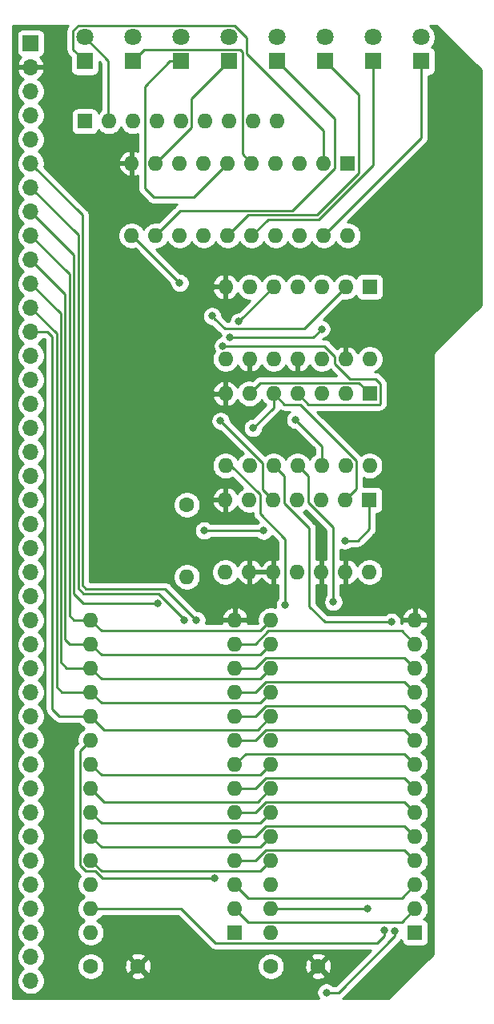
<source format=gbr>
%TF.GenerationSoftware,KiCad,Pcbnew,5.1.6-c6e7f7d~87~ubuntu18.04.1*%
%TF.CreationDate,2020-10-23T19:42:14+01:00*%
%TF.ProjectId,Banked_ROM,42616e6b-6564-45f5-924f-4d2e6b696361,rev?*%
%TF.SameCoordinates,Original*%
%TF.FileFunction,Copper,L2,Bot*%
%TF.FilePolarity,Positive*%
%FSLAX46Y46*%
G04 Gerber Fmt 4.6, Leading zero omitted, Abs format (unit mm)*
G04 Created by KiCad (PCBNEW 5.1.6-c6e7f7d~87~ubuntu18.04.1) date 2020-10-23 19:42:14*
%MOMM*%
%LPD*%
G01*
G04 APERTURE LIST*
%TA.AperFunction,ComponentPad*%
%ADD10O,1.600000X1.600000*%
%TD*%
%TA.AperFunction,ComponentPad*%
%ADD11R,1.600000X1.600000*%
%TD*%
%TA.AperFunction,ComponentPad*%
%ADD12C,1.600000*%
%TD*%
%TA.AperFunction,ComponentPad*%
%ADD13O,1.700000X1.700000*%
%TD*%
%TA.AperFunction,ComponentPad*%
%ADD14R,1.700000X1.700000*%
%TD*%
%TA.AperFunction,ComponentPad*%
%ADD15C,1.800000*%
%TD*%
%TA.AperFunction,ComponentPad*%
%ADD16R,1.800000X1.800000*%
%TD*%
%TA.AperFunction,ViaPad*%
%ADD17C,0.800000*%
%TD*%
%TA.AperFunction,Conductor*%
%ADD18C,0.250000*%
%TD*%
%TA.AperFunction,Conductor*%
%ADD19C,0.254000*%
%TD*%
G04 APERTURE END LIST*
D10*
%TO.P,U6,20*%
%TO.N,+5V*%
X130048000Y-66040000D03*
%TO.P,U6,10*%
%TO.N,GND*%
X107188000Y-58420000D03*
%TO.P,U6,19*%
%TO.N,Net-(D8-Pad1)*%
X127508000Y-66040000D03*
%TO.P,U6,9*%
%TO.N,Net-(D4-Pad1)*%
X109728000Y-58420000D03*
%TO.P,U6,18*%
%TO.N,/D7*%
X124968000Y-66040000D03*
%TO.P,U6,8*%
%TO.N,/D3*%
X112268000Y-58420000D03*
%TO.P,U6,17*%
%TO.N,/D6*%
X122428000Y-66040000D03*
%TO.P,U6,7*%
%TO.N,/D2*%
X114808000Y-58420000D03*
%TO.P,U6,16*%
%TO.N,Net-(D7-Pad1)*%
X119888000Y-66040000D03*
%TO.P,U6,6*%
%TO.N,Net-(D3-Pad1)*%
X117348000Y-58420000D03*
%TO.P,U6,15*%
%TO.N,Net-(D6-Pad1)*%
X117348000Y-66040000D03*
%TO.P,U6,5*%
%TO.N,Net-(D2-Pad1)*%
X119888000Y-58420000D03*
%TO.P,U6,14*%
%TO.N,/D5*%
X114808000Y-66040000D03*
%TO.P,U6,4*%
%TO.N,/D1*%
X122428000Y-58420000D03*
%TO.P,U6,13*%
%TO.N,/D4*%
X112268000Y-66040000D03*
%TO.P,U6,3*%
%TO.N,/D0*%
X124968000Y-58420000D03*
%TO.P,U6,12*%
%TO.N,Net-(D5-Pad1)*%
X109728000Y-66040000D03*
%TO.P,U6,2*%
%TO.N,BANK_SEL*%
X127508000Y-58420000D03*
%TO.P,U6,11*%
%TO.N,Net-(U3-Pad2)*%
X107188000Y-66040000D03*
D11*
%TO.P,U6,1*%
%TO.N,RESET*%
X130048000Y-58420000D03*
%TD*%
D10*
%TO.P,U7,28*%
%TO.N,+5V*%
X102870000Y-139700000D03*
%TO.P,U7,14*%
%TO.N,GND*%
X118110000Y-106680000D03*
%TO.P,U7,27*%
%TO.N,MEM_WR*%
X102870000Y-137160000D03*
%TO.P,U7,13*%
%TO.N,/D2*%
X118110000Y-109220000D03*
%TO.P,U7,26*%
%TO.N,/A13*%
X102870000Y-134620000D03*
%TO.P,U7,12*%
%TO.N,/D1*%
X118110000Y-111760000D03*
%TO.P,U7,25*%
%TO.N,/A8*%
X102870000Y-132080000D03*
%TO.P,U7,11*%
%TO.N,/D0*%
X118110000Y-114300000D03*
%TO.P,U7,24*%
%TO.N,/A9*%
X102870000Y-129540000D03*
%TO.P,U7,10*%
%TO.N,/A0*%
X118110000Y-116840000D03*
%TO.P,U7,23*%
%TO.N,/A11*%
X102870000Y-127000000D03*
%TO.P,U7,9*%
%TO.N,/A1*%
X118110000Y-119380000D03*
%TO.P,U7,22*%
%TO.N,MEM_RD*%
X102870000Y-124460000D03*
%TO.P,U7,8*%
%TO.N,/A2*%
X118110000Y-121920000D03*
%TO.P,U7,21*%
%TO.N,/A10*%
X102870000Y-121920000D03*
%TO.P,U7,7*%
%TO.N,/A3*%
X118110000Y-124460000D03*
%TO.P,U7,20*%
%TO.N,RAM_EN*%
X102870000Y-119380000D03*
%TO.P,U7,6*%
%TO.N,/A4*%
X118110000Y-127000000D03*
%TO.P,U7,19*%
%TO.N,/D7*%
X102870000Y-116840000D03*
%TO.P,U7,5*%
%TO.N,/A5*%
X118110000Y-129540000D03*
%TO.P,U7,18*%
%TO.N,/D6*%
X102870000Y-114300000D03*
%TO.P,U7,4*%
%TO.N,/A6*%
X118110000Y-132080000D03*
%TO.P,U7,17*%
%TO.N,/D5*%
X102870000Y-111760000D03*
%TO.P,U7,3*%
%TO.N,/A7*%
X118110000Y-134620000D03*
%TO.P,U7,16*%
%TO.N,/D4*%
X102870000Y-109220000D03*
%TO.P,U7,2*%
%TO.N,/A12*%
X118110000Y-137160000D03*
%TO.P,U7,15*%
%TO.N,/D3*%
X102870000Y-106680000D03*
D11*
%TO.P,U7,1*%
%TO.N,/A14*%
X118110000Y-139700000D03*
%TD*%
D10*
%TO.P,U5,28*%
%TO.N,+5V*%
X121920000Y-139700000D03*
%TO.P,U5,14*%
%TO.N,GND*%
X137160000Y-106680000D03*
%TO.P,U5,27*%
%TO.N,Net-(R1-Pad2)*%
X121920000Y-137160000D03*
%TO.P,U5,13*%
%TO.N,/D2*%
X137160000Y-109220000D03*
%TO.P,U5,26*%
%TO.N,N/C*%
X121920000Y-134620000D03*
%TO.P,U5,12*%
%TO.N,/D1*%
X137160000Y-111760000D03*
%TO.P,U5,25*%
%TO.N,/A8*%
X121920000Y-132080000D03*
%TO.P,U5,11*%
%TO.N,/D0*%
X137160000Y-114300000D03*
%TO.P,U5,24*%
%TO.N,/A9*%
X121920000Y-129540000D03*
%TO.P,U5,10*%
%TO.N,/A0*%
X137160000Y-116840000D03*
%TO.P,U5,23*%
%TO.N,/A11*%
X121920000Y-127000000D03*
%TO.P,U5,9*%
%TO.N,/A1*%
X137160000Y-119380000D03*
%TO.P,U5,22*%
%TO.N,MEM_RD*%
X121920000Y-124460000D03*
%TO.P,U5,8*%
%TO.N,/A2*%
X137160000Y-121920000D03*
%TO.P,U5,21*%
%TO.N,/A10*%
X121920000Y-121920000D03*
%TO.P,U5,7*%
%TO.N,/A3*%
X137160000Y-124460000D03*
%TO.P,U5,20*%
%TO.N,ROM_EN*%
X121920000Y-119380000D03*
%TO.P,U5,6*%
%TO.N,/A4*%
X137160000Y-127000000D03*
%TO.P,U5,19*%
%TO.N,/D7*%
X121920000Y-116840000D03*
%TO.P,U5,5*%
%TO.N,/A5*%
X137160000Y-129540000D03*
%TO.P,U5,18*%
%TO.N,/D6*%
X121920000Y-114300000D03*
%TO.P,U5,4*%
%TO.N,/A6*%
X137160000Y-132080000D03*
%TO.P,U5,17*%
%TO.N,/D5*%
X121920000Y-111760000D03*
%TO.P,U5,3*%
%TO.N,/A7*%
X137160000Y-134620000D03*
%TO.P,U5,16*%
%TO.N,/D4*%
X121920000Y-109220000D03*
%TO.P,U5,2*%
%TO.N,/A12*%
X137160000Y-137160000D03*
%TO.P,U5,15*%
%TO.N,/D3*%
X121920000Y-106680000D03*
D11*
%TO.P,U5,1*%
%TO.N,N/C*%
X137160000Y-139700000D03*
%TD*%
D10*
%TO.P,U3,14*%
%TO.N,+5V*%
X132364480Y-79090520D03*
%TO.P,U3,7*%
%TO.N,GND*%
X117124480Y-71470520D03*
%TO.P,U3,13*%
X129824480Y-79090520D03*
%TO.P,U3,6*%
%TO.N,Net-(U2-Pad12)*%
X119664480Y-71470520D03*
%TO.P,U3,12*%
%TO.N,Net-(U3-Pad12)*%
X127284480Y-79090520D03*
%TO.P,U3,5*%
%TO.N,BANK_SEL*%
X122204480Y-71470520D03*
%TO.P,U3,11*%
%TO.N,GND*%
X124744480Y-79090520D03*
%TO.P,U3,4*%
%TO.N,Net-(U2-Pad2)*%
X124744480Y-71470520D03*
%TO.P,U3,10*%
%TO.N,Net-(U3-Pad10)*%
X122204480Y-79090520D03*
%TO.P,U3,3*%
%TO.N,/A7*%
X127284480Y-71470520D03*
%TO.P,U3,9*%
%TO.N,GND*%
X119664480Y-79090520D03*
%TO.P,U3,2*%
%TO.N,Net-(U3-Pad2)*%
X129824480Y-71470520D03*
%TO.P,U3,8*%
%TO.N,Net-(U3-Pad8)*%
X117124480Y-79090520D03*
D11*
%TO.P,U3,1*%
%TO.N,Net-(U2-Pad3)*%
X132364480Y-71470520D03*
%TD*%
D10*
%TO.P,U2,14*%
%TO.N,+5V*%
X132346700Y-90375740D03*
%TO.P,U2,7*%
%TO.N,GND*%
X117106700Y-82755740D03*
%TO.P,U2,13*%
%TO.N,A15*%
X129806700Y-90375740D03*
%TO.P,U2,6*%
%TO.N,Net-(U2-Pad1)*%
X119646700Y-82755740D03*
%TO.P,U2,12*%
%TO.N,Net-(U2-Pad12)*%
X127266700Y-90375740D03*
%TO.P,U2,5*%
%TO.N,WR*%
X122186700Y-82755740D03*
%TO.P,U2,11*%
%TO.N,RAM_EN*%
X124726700Y-90375740D03*
%TO.P,U2,4*%
%TO.N,IORQ*%
X124726700Y-82755740D03*
%TO.P,U2,10*%
%TO.N,A15*%
X122186700Y-90375740D03*
%TO.P,U2,3*%
%TO.N,Net-(U2-Pad3)*%
X127266700Y-82755740D03*
%TO.P,U2,9*%
%TO.N,BANK_SEL*%
X119646700Y-90375740D03*
%TO.P,U2,2*%
%TO.N,Net-(U2-Pad2)*%
X129806700Y-82755740D03*
%TO.P,U2,8*%
%TO.N,ROM_EN*%
X117106700Y-90375740D03*
D11*
%TO.P,U2,1*%
%TO.N,Net-(U2-Pad1)*%
X132346700Y-82755740D03*
%TD*%
D10*
%TO.P,U1,14*%
%TO.N,+5V*%
X132334000Y-101600000D03*
%TO.P,U1,7*%
%TO.N,GND*%
X117094000Y-93980000D03*
%TO.P,U1,13*%
X129794000Y-101600000D03*
%TO.P,U1,6*%
%TO.N,MEM_RD*%
X119634000Y-93980000D03*
%TO.P,U1,12*%
%TO.N,GND*%
X127254000Y-101600000D03*
%TO.P,U1,5*%
%TO.N,RD*%
X122174000Y-93980000D03*
%TO.P,U1,11*%
%TO.N,Net-(U1-Pad11)*%
X124714000Y-101600000D03*
%TO.P,U1,4*%
%TO.N,MREQ*%
X124714000Y-93980000D03*
%TO.P,U1,10*%
%TO.N,GND*%
X122174000Y-101600000D03*
%TO.P,U1,3*%
%TO.N,MEM_WR*%
X127254000Y-93980000D03*
%TO.P,U1,9*%
%TO.N,GND*%
X119634000Y-101600000D03*
%TO.P,U1,2*%
%TO.N,WR*%
X129794000Y-93980000D03*
%TO.P,U1,8*%
%TO.N,Net-(U1-Pad8)*%
X117094000Y-101600000D03*
D11*
%TO.P,U1,1*%
%TO.N,MREQ*%
X132334000Y-93980000D03*
%TD*%
D10*
%TO.P,RN1,9*%
%TO.N,Net-(D8-Pad2)*%
X122555000Y-53975000D03*
%TO.P,RN1,8*%
%TO.N,Net-(D7-Pad2)*%
X120015000Y-53975000D03*
%TO.P,RN1,7*%
%TO.N,Net-(D6-Pad2)*%
X117475000Y-53975000D03*
%TO.P,RN1,6*%
%TO.N,Net-(D5-Pad2)*%
X114935000Y-53975000D03*
%TO.P,RN1,5*%
%TO.N,Net-(D4-Pad2)*%
X112395000Y-53975000D03*
%TO.P,RN1,4*%
%TO.N,Net-(D3-Pad2)*%
X109855000Y-53975000D03*
%TO.P,RN1,3*%
%TO.N,Net-(D2-Pad2)*%
X107315000Y-53975000D03*
%TO.P,RN1,2*%
%TO.N,Net-(D1-Pad2)*%
X104775000Y-53975000D03*
D11*
%TO.P,RN1,1*%
%TO.N,+5V*%
X102235000Y-53975000D03*
%TD*%
D10*
%TO.P,R1,2*%
%TO.N,Net-(R1-Pad2)*%
X113030000Y-102108000D03*
D12*
%TO.P,R1,1*%
%TO.N,+5V*%
X113030000Y-94488000D03*
%TD*%
D13*
%TO.P,J1,40*%
%TO.N,Net-(J1-Pad40)*%
X96520000Y-144780000D03*
%TO.P,J1,39*%
%TO.N,Net-(J1-Pad39)*%
X96520000Y-142240000D03*
%TO.P,J1,38*%
%TO.N,Net-(J1-Pad38)*%
X96520000Y-139700000D03*
%TO.P,J1,37*%
%TO.N,Net-(J1-Pad37)*%
X96520000Y-137160000D03*
%TO.P,J1,36*%
%TO.N,Net-(J1-Pad36)*%
X96520000Y-134620000D03*
%TO.P,J1,35*%
%TO.N,Net-(J1-Pad35)*%
X96520000Y-132080000D03*
%TO.P,J1,34*%
%TO.N,A15*%
X96520000Y-129540000D03*
%TO.P,J1,33*%
%TO.N,/A14*%
X96520000Y-127000000D03*
%TO.P,J1,32*%
%TO.N,/A13*%
X96520000Y-124460000D03*
%TO.P,J1,31*%
%TO.N,/A12*%
X96520000Y-121920000D03*
%TO.P,J1,30*%
%TO.N,/A11*%
X96520000Y-119380000D03*
%TO.P,J1,29*%
%TO.N,/A10*%
X96520000Y-116840000D03*
%TO.P,J1,28*%
%TO.N,/A9*%
X96520000Y-114300000D03*
%TO.P,J1,27*%
%TO.N,/A8*%
X96520000Y-111760000D03*
%TO.P,J1,26*%
%TO.N,/A7*%
X96520000Y-109220000D03*
%TO.P,J1,25*%
%TO.N,/A6*%
X96520000Y-106680000D03*
%TO.P,J1,24*%
%TO.N,/A5*%
X96520000Y-104140000D03*
%TO.P,J1,23*%
%TO.N,/A4*%
X96520000Y-101600000D03*
%TO.P,J1,22*%
%TO.N,/A3*%
X96520000Y-99060000D03*
%TO.P,J1,21*%
%TO.N,/A2*%
X96520000Y-96520000D03*
%TO.P,J1,20*%
%TO.N,/A1*%
X96520000Y-93980000D03*
%TO.P,J1,19*%
%TO.N,/A0*%
X96520000Y-91440000D03*
%TO.P,J1,18*%
%TO.N,Net-(J1-Pad18)*%
X96520000Y-88900000D03*
%TO.P,J1,17*%
%TO.N,WR*%
X96520000Y-86360000D03*
%TO.P,J1,16*%
%TO.N,RD*%
X96520000Y-83820000D03*
%TO.P,J1,15*%
%TO.N,IORQ*%
X96520000Y-81280000D03*
%TO.P,J1,14*%
%TO.N,MREQ*%
X96520000Y-78740000D03*
%TO.P,J1,13*%
%TO.N,/D7*%
X96520000Y-76200000D03*
%TO.P,J1,12*%
%TO.N,/D6*%
X96520000Y-73660000D03*
%TO.P,J1,11*%
%TO.N,/D5*%
X96520000Y-71120000D03*
%TO.P,J1,10*%
%TO.N,/D4*%
X96520000Y-68580000D03*
%TO.P,J1,9*%
%TO.N,/D3*%
X96520000Y-66040000D03*
%TO.P,J1,8*%
%TO.N,/D2*%
X96520000Y-63500000D03*
%TO.P,J1,7*%
%TO.N,/D1*%
X96520000Y-60960000D03*
%TO.P,J1,6*%
%TO.N,/D0*%
X96520000Y-58420000D03*
%TO.P,J1,5*%
%TO.N,Net-(J1-Pad5)*%
X96520000Y-55880000D03*
%TO.P,J1,4*%
%TO.N,RESET*%
X96520000Y-53340000D03*
%TO.P,J1,3*%
%TO.N,Net-(J1-Pad3)*%
X96520000Y-50800000D03*
%TO.P,J1,2*%
%TO.N,GND*%
X96520000Y-48260000D03*
D14*
%TO.P,J1,1*%
%TO.N,+5V*%
X96520000Y-45720000D03*
%TD*%
D15*
%TO.P,D8,2*%
%TO.N,Net-(D8-Pad2)*%
X137795000Y-45085000D03*
D16*
%TO.P,D8,1*%
%TO.N,Net-(D8-Pad1)*%
X137795000Y-47625000D03*
%TD*%
D15*
%TO.P,D7,2*%
%TO.N,Net-(D7-Pad2)*%
X132715000Y-45085000D03*
D16*
%TO.P,D7,1*%
%TO.N,Net-(D7-Pad1)*%
X132715000Y-47625000D03*
%TD*%
D15*
%TO.P,D6,2*%
%TO.N,Net-(D6-Pad2)*%
X127635000Y-45085000D03*
D16*
%TO.P,D6,1*%
%TO.N,Net-(D6-Pad1)*%
X127635000Y-47625000D03*
%TD*%
D15*
%TO.P,D5,2*%
%TO.N,Net-(D5-Pad2)*%
X122555000Y-45085000D03*
D16*
%TO.P,D5,1*%
%TO.N,Net-(D5-Pad1)*%
X122555000Y-47625000D03*
%TD*%
D15*
%TO.P,D4,2*%
%TO.N,Net-(D4-Pad2)*%
X117475000Y-45085000D03*
D16*
%TO.P,D4,1*%
%TO.N,Net-(D4-Pad1)*%
X117475000Y-47625000D03*
%TD*%
D15*
%TO.P,D3,2*%
%TO.N,Net-(D3-Pad2)*%
X112395000Y-45085000D03*
D16*
%TO.P,D3,1*%
%TO.N,Net-(D3-Pad1)*%
X112395000Y-47625000D03*
%TD*%
D15*
%TO.P,D2,2*%
%TO.N,Net-(D2-Pad2)*%
X107315000Y-45085000D03*
D16*
%TO.P,D2,1*%
%TO.N,Net-(D2-Pad1)*%
X107315000Y-47625000D03*
%TD*%
D15*
%TO.P,D1,2*%
%TO.N,Net-(D1-Pad2)*%
X102235000Y-45085000D03*
D16*
%TO.P,D1,1*%
%TO.N,BANK_SEL*%
X102235000Y-47625000D03*
%TD*%
D12*
%TO.P,C2,2*%
%TO.N,GND*%
X107870000Y-143256000D03*
%TO.P,C2,1*%
%TO.N,+5V*%
X102870000Y-143256000D03*
%TD*%
%TO.P,C1,2*%
%TO.N,GND*%
X126920000Y-143256000D03*
%TO.P,C1,1*%
%TO.N,+5V*%
X121920000Y-143256000D03*
%TD*%
D17*
%TO.N,BANK_SEL*%
X118521699Y-75153301D03*
%TO.N,A15*%
X135049260Y-139514580D03*
X134651580Y-106870500D03*
X127782320Y-146029680D03*
%TO.N,/A7*%
X117609620Y-76804520D03*
X127271780Y-75928220D03*
%TO.N,WR*%
X120020080Y-86380320D03*
%TO.N,RD*%
X116583460Y-85635000D03*
%TO.N,IORQ*%
X116841085Y-77719501D03*
%TO.N,MREQ*%
X114853720Y-97221040D03*
X121145300Y-97241360D03*
X129743200Y-98277680D03*
%TO.N,/D2*%
X109982000Y-104902000D03*
%TO.N,/D1*%
X112776000Y-106680000D03*
%TO.N,/D0*%
X114046000Y-106680000D03*
%TO.N,Net-(R1-Pad2)*%
X132115560Y-137160000D03*
%TO.N,MEM_WR*%
X133926580Y-139484100D03*
%TO.N,Net-(U2-Pad12)*%
X124495560Y-85514180D03*
%TO.N,RAM_EN*%
X115966240Y-133930001D03*
X128513840Y-104757220D03*
%TO.N,ROM_EN*%
X123410980Y-105067100D03*
%TO.N,Net-(U3-Pad2)*%
X115691920Y-74554080D03*
X112273080Y-71051420D03*
%TD*%
D18*
%TO.N,Net-(D1-Pad2)*%
X102235000Y-45085000D02*
X104724200Y-47574200D01*
X104724200Y-53924200D02*
X104775000Y-53975000D01*
X104724200Y-47574200D02*
X104724200Y-53924200D01*
%TO.N,BANK_SEL*%
X118521699Y-75153301D02*
X122204480Y-71470520D01*
X101009999Y-44389761D02*
X101009999Y-46399999D01*
X118063001Y-43859999D02*
X101539761Y-43859999D01*
X101539761Y-43859999D02*
X101009999Y-44389761D01*
X119340009Y-45137007D02*
X118063001Y-43859999D01*
X119340009Y-46795011D02*
X119340009Y-45137007D01*
X127508000Y-54963002D02*
X119340009Y-46795011D01*
X101009999Y-46399999D02*
X102235000Y-47625000D01*
X127508000Y-58420000D02*
X127508000Y-54963002D01*
%TO.N,Net-(D2-Pad1)*%
X108540001Y-46399999D02*
X107315000Y-47625000D01*
X118635001Y-46399999D02*
X108540001Y-46399999D01*
X118889999Y-46654997D02*
X118635001Y-46399999D01*
X118889999Y-57421999D02*
X118889999Y-46654997D01*
X119888000Y-58420000D02*
X118889999Y-57421999D01*
%TO.N,Net-(D3-Pad1)*%
X108602999Y-61089759D02*
X109514210Y-62000970D01*
X108602999Y-50267001D02*
X108602999Y-61089759D01*
X112395000Y-47625000D02*
X111245000Y-47625000D01*
X111245000Y-47625000D02*
X108602999Y-50267001D01*
X113767030Y-62000970D02*
X117348000Y-58420000D01*
X109514210Y-62000970D02*
X113767030Y-62000970D01*
%TO.N,Net-(D4-Pad1)*%
X113520001Y-54627999D02*
X109728000Y-58420000D01*
X113520001Y-51579999D02*
X113520001Y-54627999D01*
X117475000Y-47625000D02*
X113520001Y-51579999D01*
%TO.N,Net-(D5-Pad1)*%
X128633001Y-58960001D02*
X124168772Y-63424230D01*
X122555000Y-47625000D02*
X128633001Y-53703001D01*
X128633001Y-53703001D02*
X128633001Y-58960001D01*
X112343770Y-63424230D02*
X109728000Y-66040000D01*
X124168772Y-63424230D02*
X112343770Y-63424230D01*
%TO.N,Net-(D6-Pad1)*%
X117348000Y-66040000D02*
X119513760Y-63874240D01*
X131173001Y-51163001D02*
X127635000Y-47625000D01*
X131173001Y-59480001D02*
X131173001Y-51163001D01*
X126778762Y-63874240D02*
X131173001Y-59480001D01*
X119513760Y-63874240D02*
X126778762Y-63874240D01*
%TO.N,Net-(D7-Pad1)*%
X132715000Y-58574412D02*
X126965162Y-64324250D01*
X132715000Y-47625000D02*
X132715000Y-58574412D01*
X121603750Y-64324250D02*
X119888000Y-66040000D01*
X126965162Y-64324250D02*
X121603750Y-64324250D01*
%TO.N,Net-(D8-Pad1)*%
X137795000Y-55753000D02*
X137795000Y-47625000D01*
X127508000Y-66040000D02*
X137795000Y-55753000D01*
%TO.N,A15*%
X123299001Y-91488041D02*
X123299001Y-94294741D01*
X122186700Y-90375740D02*
X123299001Y-91488041D01*
X128557020Y-106870500D02*
X134651580Y-106870500D01*
X125973840Y-96969580D02*
X125973840Y-105222040D01*
X125973840Y-105222040D02*
X127622300Y-106870500D01*
X123299001Y-94294741D02*
X125973840Y-96969580D01*
X127622300Y-106870500D02*
X128557020Y-106870500D01*
X129099845Y-146029680D02*
X127782320Y-146029680D01*
X135049260Y-139514580D02*
X135049260Y-140080265D01*
X135049260Y-140080265D02*
X129099845Y-146029680D01*
%TO.N,/A12*%
X135745001Y-138574999D02*
X137160000Y-137160000D01*
X119524999Y-138574999D02*
X135745001Y-138574999D01*
X118110000Y-137160000D02*
X119524999Y-138574999D01*
%TO.N,/A11*%
X120794999Y-128125001D02*
X121920000Y-127000000D01*
X103995001Y-128125001D02*
X120794999Y-128125001D01*
X102870000Y-127000000D02*
X103995001Y-128125001D01*
%TO.N,/A10*%
X120794999Y-123045001D02*
X121920000Y-121920000D01*
X103995001Y-123045001D02*
X120794999Y-123045001D01*
X102870000Y-121920000D02*
X103995001Y-123045001D01*
%TO.N,/A9*%
X120794999Y-130665001D02*
X121920000Y-129540000D01*
X103995001Y-130665001D02*
X120794999Y-130665001D01*
X102870000Y-129540000D02*
X103995001Y-130665001D01*
%TO.N,/A8*%
X120794999Y-133205001D02*
X121920000Y-132080000D01*
X103995001Y-133205001D02*
X120794999Y-133205001D01*
X102870000Y-132080000D02*
X103995001Y-133205001D01*
%TO.N,/A7*%
X119524999Y-136034999D02*
X135745001Y-136034999D01*
X135745001Y-136034999D02*
X137160000Y-134620000D01*
X118110000Y-134620000D02*
X119524999Y-136034999D01*
X117609620Y-76804520D02*
X126395480Y-76804520D01*
X126395480Y-76804520D02*
X127271780Y-75928220D01*
%TO.N,/A6*%
X136034999Y-130954999D02*
X137160000Y-132080000D01*
X121379999Y-130954999D02*
X136034999Y-130954999D01*
X120254998Y-132080000D02*
X121379999Y-130954999D01*
X118110000Y-132080000D02*
X120254998Y-132080000D01*
%TO.N,/A5*%
X136034999Y-128414999D02*
X137160000Y-129540000D01*
X120254998Y-129540000D02*
X121379999Y-128414999D01*
X121379999Y-128414999D02*
X136034999Y-128414999D01*
X118110000Y-129540000D02*
X120254998Y-129540000D01*
%TO.N,/A4*%
X121379999Y-125874999D02*
X136034999Y-125874999D01*
X136034999Y-125874999D02*
X137160000Y-127000000D01*
X120254998Y-127000000D02*
X121379999Y-125874999D01*
X118110000Y-127000000D02*
X120254998Y-127000000D01*
%TO.N,/A3*%
X136034999Y-123334999D02*
X137160000Y-124460000D01*
X121379999Y-123334999D02*
X136034999Y-123334999D01*
X120254998Y-124460000D02*
X121379999Y-123334999D01*
X118110000Y-124460000D02*
X120254998Y-124460000D01*
%TO.N,/A2*%
X136034999Y-120794999D02*
X137160000Y-121920000D01*
X119235001Y-120794999D02*
X136034999Y-120794999D01*
X118110000Y-121920000D02*
X119235001Y-120794999D01*
%TO.N,/A1*%
X136034999Y-118254999D02*
X137160000Y-119380000D01*
X121379999Y-118254999D02*
X136034999Y-118254999D01*
X120254998Y-119380000D02*
X121379999Y-118254999D01*
X118110000Y-119380000D02*
X120254998Y-119380000D01*
%TO.N,/A0*%
X136034999Y-115714999D02*
X137160000Y-116840000D01*
X120254998Y-116840000D02*
X121379999Y-115714999D01*
X121379999Y-115714999D02*
X136034999Y-115714999D01*
X118110000Y-116840000D02*
X120254998Y-116840000D01*
%TO.N,WR*%
X123311701Y-83880741D02*
X122186700Y-82755740D01*
X130931701Y-92842299D02*
X130931701Y-89835739D01*
X124976703Y-83880741D02*
X123311701Y-83880741D01*
X130931701Y-89835739D02*
X124976703Y-83880741D01*
X129794000Y-93980000D02*
X130931701Y-92842299D01*
X122186700Y-84213700D02*
X122186700Y-82755740D01*
X120020080Y-86380320D02*
X122186700Y-84213700D01*
%TO.N,RD*%
X121061699Y-92867699D02*
X122174000Y-93980000D01*
X121061699Y-90113239D02*
X121061699Y-92867699D01*
X116583460Y-85635000D02*
X121061699Y-90113239D01*
%TO.N,IORQ*%
X125851701Y-83880741D02*
X124726700Y-82755740D01*
X133406701Y-83880741D02*
X125851701Y-83880741D01*
X133471701Y-83815741D02*
X133406701Y-83880741D01*
X133471701Y-81695739D02*
X133471701Y-83815741D01*
X132956691Y-81180729D02*
X133471701Y-81695739D01*
X130249687Y-81180729D02*
X132956691Y-81180729D01*
X128699479Y-79630521D02*
X130249687Y-81180729D01*
X128699479Y-78840517D02*
X128699479Y-79630521D01*
X127578463Y-77719501D02*
X128699479Y-78840517D01*
X116841085Y-77719501D02*
X127578463Y-77719501D01*
%TO.N,MREQ*%
X114853720Y-97221040D02*
X121124980Y-97221040D01*
X121124980Y-97221040D02*
X121145300Y-97241360D01*
X129743200Y-98277680D02*
X131107180Y-98277680D01*
X132334000Y-97050860D02*
X132334000Y-93980000D01*
X131107180Y-98277680D02*
X132334000Y-97050860D01*
%TO.N,/D7*%
X120505001Y-118254999D02*
X121920000Y-116840000D01*
X104284999Y-118254999D02*
X120505001Y-118254999D01*
X102870000Y-116840000D02*
X104284999Y-118254999D01*
X98806000Y-116078000D02*
X99568000Y-116840000D01*
X98806000Y-76708000D02*
X98806000Y-116078000D01*
X96520000Y-76200000D02*
X98298000Y-76200000D01*
X99568000Y-116840000D02*
X102870000Y-116840000D01*
X98298000Y-76200000D02*
X98806000Y-76708000D01*
%TO.N,/D6*%
X120794999Y-115425001D02*
X121920000Y-114300000D01*
X103995001Y-115425001D02*
X120794999Y-115425001D01*
X102870000Y-114300000D02*
X103995001Y-115425001D01*
X96520000Y-73660000D02*
X99256010Y-76396010D01*
X99256010Y-76396010D02*
X99256010Y-113734010D01*
X99822000Y-114300000D02*
X102870000Y-114300000D01*
X99256010Y-113734010D02*
X99822000Y-114300000D01*
%TO.N,/D5*%
X120794999Y-112885001D02*
X121920000Y-111760000D01*
X103995001Y-112885001D02*
X120794999Y-112885001D01*
X102870000Y-111760000D02*
X103995001Y-112885001D01*
X96520000Y-71120000D02*
X99706020Y-74306020D01*
X99706020Y-74306020D02*
X99706020Y-111136020D01*
X100330000Y-111760000D02*
X102870000Y-111760000D01*
X99706020Y-111136020D02*
X100330000Y-111760000D01*
%TO.N,/D4*%
X120794999Y-110345001D02*
X121920000Y-109220000D01*
X103995001Y-110345001D02*
X120794999Y-110345001D01*
X102870000Y-109220000D02*
X103995001Y-110345001D01*
X102870000Y-109220000D02*
X100664030Y-109220000D01*
X100156030Y-108712000D02*
X100156030Y-72216030D01*
X100156030Y-72216030D02*
X96520000Y-68580000D01*
X100664030Y-109220000D02*
X100156030Y-108712000D01*
%TO.N,/D3*%
X120794999Y-107805001D02*
X121920000Y-106680000D01*
X103995001Y-107805001D02*
X120794999Y-107805001D01*
X102870000Y-106680000D02*
X103995001Y-107805001D01*
X100606040Y-106194040D02*
X101092000Y-106680000D01*
X101092000Y-106680000D02*
X102870000Y-106680000D01*
X96520000Y-66040000D02*
X100606040Y-70126040D01*
X100606040Y-70126040D02*
X100606040Y-106194040D01*
%TO.N,/D2*%
X135745001Y-107805001D02*
X137160000Y-109220000D01*
X121669997Y-107805001D02*
X135745001Y-107805001D01*
X120254998Y-109220000D02*
X121669997Y-107805001D01*
X118110000Y-109220000D02*
X120254998Y-109220000D01*
X96520000Y-63500000D02*
X101092000Y-68072000D01*
X101092000Y-68072000D02*
X101092000Y-103886000D01*
X101092000Y-103886000D02*
X102108000Y-104902000D01*
X102108000Y-104902000D02*
X109982000Y-104902000D01*
%TO.N,/D1*%
X136034999Y-110634999D02*
X137160000Y-111760000D01*
X120254998Y-111760000D02*
X121379999Y-110634999D01*
X121379999Y-110634999D02*
X136034999Y-110634999D01*
X118110000Y-111760000D02*
X120254998Y-111760000D01*
X96520000Y-60960000D02*
X101542010Y-65982010D01*
X101542010Y-65982010D02*
X101542010Y-103066010D01*
X101542010Y-103320010D02*
X102108000Y-103886000D01*
X101542010Y-103066010D02*
X101542010Y-103320010D01*
X112776000Y-106622998D02*
X112776000Y-106680000D01*
X102108000Y-103886000D02*
X110039002Y-103886000D01*
X110039002Y-103886000D02*
X112776000Y-106622998D01*
%TO.N,/D0*%
X136034999Y-113174999D02*
X137160000Y-114300000D01*
X121379999Y-113174999D02*
X136034999Y-113174999D01*
X120254998Y-114300000D02*
X121379999Y-113174999D01*
X118110000Y-114300000D02*
X120254998Y-114300000D01*
X96520000Y-58420000D02*
X101992020Y-63892020D01*
X101992020Y-103008020D02*
X102362000Y-103378000D01*
X101992020Y-63892020D02*
X101992020Y-103008020D01*
X102362000Y-103378000D02*
X110744000Y-103378000D01*
X110744000Y-103378000D02*
X114046000Y-106680000D01*
%TO.N,Net-(R1-Pad2)*%
X132115560Y-137160000D02*
X121920000Y-137160000D01*
%TO.N,MEM_RD*%
X120505001Y-125874999D02*
X121920000Y-124460000D01*
X104284999Y-125874999D02*
X120505001Y-125874999D01*
X102870000Y-124460000D02*
X104284999Y-125874999D01*
%TO.N,MEM_WR*%
X102870000Y-137160000D02*
X112384840Y-137160000D01*
X116049841Y-140825001D02*
X133116539Y-140825001D01*
X112384840Y-137160000D02*
X116049841Y-140825001D01*
X133116539Y-140825001D02*
X133926580Y-140014960D01*
X133926580Y-140014960D02*
X133926580Y-139484100D01*
%TO.N,Net-(U2-Pad1)*%
X131221699Y-81630739D02*
X132346700Y-82755740D01*
X120771701Y-81630739D02*
X131221699Y-81630739D01*
X119646700Y-82755740D02*
X120771701Y-81630739D01*
%TO.N,Net-(U2-Pad12)*%
X127266700Y-88285320D02*
X127266700Y-90375740D01*
X124495560Y-85514180D02*
X127266700Y-88285320D01*
%TO.N,RAM_EN*%
X101744999Y-120505001D02*
X101744999Y-132620001D01*
X102329999Y-133205001D02*
X103358591Y-133205001D01*
X103358591Y-133205001D02*
X104083591Y-133930001D01*
X102870000Y-119380000D02*
X101744999Y-120505001D01*
X101744999Y-132620001D02*
X102329999Y-133205001D01*
X104083591Y-133930001D02*
X115966240Y-133930001D01*
X125839001Y-94230003D02*
X125839001Y-91488041D01*
X128513840Y-96904842D02*
X125839001Y-94230003D01*
X125839001Y-91488041D02*
X124726700Y-90375740D01*
X128513840Y-104757220D02*
X128513840Y-96904842D01*
%TO.N,ROM_EN*%
X123410980Y-105067100D02*
X123410980Y-98120200D01*
X120759001Y-93439999D02*
X117694742Y-90375740D01*
X120759001Y-95468221D02*
X120759001Y-93439999D01*
X117694742Y-90375740D02*
X117106700Y-90375740D01*
X123410980Y-98120200D02*
X120759001Y-95468221D01*
%TO.N,Net-(U3-Pad2)*%
X117026302Y-75878302D02*
X125416698Y-75878302D01*
X125416698Y-75878302D02*
X129824480Y-71470520D01*
X115989319Y-74851479D02*
X115691920Y-74554080D01*
X117026302Y-75878302D02*
X115999479Y-74851479D01*
X115999479Y-74851479D02*
X115989319Y-74851479D01*
X107261660Y-66040000D02*
X107188000Y-66040000D01*
X112273080Y-71051420D02*
X107261660Y-66040000D01*
%TD*%
D19*
%TO.N,GND*%
G36*
X100469998Y-43849760D02*
G01*
X100414870Y-43916935D01*
X100375025Y-43965485D01*
X100351774Y-44008984D01*
X100304453Y-44097515D01*
X100260996Y-44240776D01*
X100249999Y-44352429D01*
X100249999Y-44352439D01*
X100246323Y-44389761D01*
X100249999Y-44427084D01*
X100250000Y-46362667D01*
X100246323Y-46399999D01*
X100250000Y-46437332D01*
X100260997Y-46548985D01*
X100264645Y-46561011D01*
X100304453Y-46692245D01*
X100375025Y-46824275D01*
X100446200Y-46911001D01*
X100469999Y-46940000D01*
X100498997Y-46963798D01*
X100696928Y-47161729D01*
X100696928Y-48525000D01*
X100709188Y-48649482D01*
X100745498Y-48769180D01*
X100804463Y-48879494D01*
X100883815Y-48976185D01*
X100980506Y-49055537D01*
X101090820Y-49114502D01*
X101210518Y-49150812D01*
X101335000Y-49163072D01*
X103135000Y-49163072D01*
X103259482Y-49150812D01*
X103379180Y-49114502D01*
X103489494Y-49055537D01*
X103586185Y-48976185D01*
X103665537Y-48879494D01*
X103724502Y-48769180D01*
X103760812Y-48649482D01*
X103773072Y-48525000D01*
X103773072Y-47697875D01*
X103964200Y-47889003D01*
X103964201Y-52790899D01*
X103860241Y-52860363D01*
X103661643Y-53058961D01*
X103660812Y-53050518D01*
X103624502Y-52930820D01*
X103565537Y-52820506D01*
X103486185Y-52723815D01*
X103389494Y-52644463D01*
X103279180Y-52585498D01*
X103159482Y-52549188D01*
X103035000Y-52536928D01*
X101435000Y-52536928D01*
X101310518Y-52549188D01*
X101190820Y-52585498D01*
X101080506Y-52644463D01*
X100983815Y-52723815D01*
X100904463Y-52820506D01*
X100845498Y-52930820D01*
X100809188Y-53050518D01*
X100796928Y-53175000D01*
X100796928Y-54775000D01*
X100809188Y-54899482D01*
X100845498Y-55019180D01*
X100904463Y-55129494D01*
X100983815Y-55226185D01*
X101080506Y-55305537D01*
X101190820Y-55364502D01*
X101310518Y-55400812D01*
X101435000Y-55413072D01*
X103035000Y-55413072D01*
X103159482Y-55400812D01*
X103279180Y-55364502D01*
X103389494Y-55305537D01*
X103486185Y-55226185D01*
X103565537Y-55129494D01*
X103624502Y-55019180D01*
X103660812Y-54899482D01*
X103661643Y-54891039D01*
X103860241Y-55089637D01*
X104095273Y-55246680D01*
X104356426Y-55354853D01*
X104633665Y-55410000D01*
X104916335Y-55410000D01*
X105193574Y-55354853D01*
X105454727Y-55246680D01*
X105689759Y-55089637D01*
X105889637Y-54889759D01*
X106045000Y-54657241D01*
X106200363Y-54889759D01*
X106400241Y-55089637D01*
X106635273Y-55246680D01*
X106896426Y-55354853D01*
X107173665Y-55410000D01*
X107456335Y-55410000D01*
X107733574Y-55354853D01*
X107842999Y-55309528D01*
X107843000Y-57150007D01*
X107671087Y-57068754D01*
X107537039Y-57028096D01*
X107315000Y-57150085D01*
X107315000Y-58293000D01*
X107335000Y-58293000D01*
X107335000Y-58547000D01*
X107315000Y-58547000D01*
X107315000Y-59689915D01*
X107537039Y-59811904D01*
X107671087Y-59771246D01*
X107843000Y-59689992D01*
X107843000Y-61052427D01*
X107839323Y-61089759D01*
X107843000Y-61127092D01*
X107853997Y-61238745D01*
X107867179Y-61282201D01*
X107897453Y-61382005D01*
X107968025Y-61514035D01*
X108039200Y-61600761D01*
X108062999Y-61629760D01*
X108091997Y-61653558D01*
X108950411Y-62511973D01*
X108974209Y-62540971D01*
X109003207Y-62564769D01*
X109089933Y-62635944D01*
X109163426Y-62675227D01*
X109221963Y-62706516D01*
X109365224Y-62749973D01*
X109476877Y-62760970D01*
X109476887Y-62760970D01*
X109514210Y-62764646D01*
X109551533Y-62760970D01*
X111972413Y-62760970D01*
X111919494Y-62789256D01*
X111919492Y-62789257D01*
X111919493Y-62789257D01*
X111832766Y-62860431D01*
X111832762Y-62860435D01*
X111803769Y-62884229D01*
X111779975Y-62913222D01*
X110051886Y-64641312D01*
X109869335Y-64605000D01*
X109586665Y-64605000D01*
X109309426Y-64660147D01*
X109048273Y-64768320D01*
X108813241Y-64925363D01*
X108613363Y-65125241D01*
X108458000Y-65357759D01*
X108302637Y-65125241D01*
X108102759Y-64925363D01*
X107867727Y-64768320D01*
X107606574Y-64660147D01*
X107329335Y-64605000D01*
X107046665Y-64605000D01*
X106769426Y-64660147D01*
X106508273Y-64768320D01*
X106273241Y-64925363D01*
X106073363Y-65125241D01*
X105916320Y-65360273D01*
X105808147Y-65621426D01*
X105753000Y-65898665D01*
X105753000Y-66181335D01*
X105808147Y-66458574D01*
X105916320Y-66719727D01*
X106073363Y-66954759D01*
X106273241Y-67154637D01*
X106508273Y-67311680D01*
X106769426Y-67419853D01*
X107046665Y-67475000D01*
X107329335Y-67475000D01*
X107573325Y-67426467D01*
X111238080Y-71091222D01*
X111238080Y-71153359D01*
X111277854Y-71353318D01*
X111355875Y-71541676D01*
X111469143Y-71711194D01*
X111613306Y-71855357D01*
X111782824Y-71968625D01*
X111971182Y-72046646D01*
X112171141Y-72086420D01*
X112375019Y-72086420D01*
X112574978Y-72046646D01*
X112763336Y-71968625D01*
X112932854Y-71855357D01*
X112968651Y-71819560D01*
X115732571Y-71819560D01*
X115827410Y-72084401D01*
X115972095Y-72325651D01*
X116161066Y-72534039D01*
X116387060Y-72701557D01*
X116641393Y-72821766D01*
X116775441Y-72862424D01*
X116997480Y-72740435D01*
X116997480Y-71597520D01*
X115853856Y-71597520D01*
X115732571Y-71819560D01*
X112968651Y-71819560D01*
X113077017Y-71711194D01*
X113190285Y-71541676D01*
X113268306Y-71353318D01*
X113308080Y-71153359D01*
X113308080Y-71121480D01*
X115732571Y-71121480D01*
X115853856Y-71343520D01*
X116997480Y-71343520D01*
X116997480Y-70200605D01*
X116775441Y-70078616D01*
X116641393Y-70119274D01*
X116387060Y-70239483D01*
X116161066Y-70407001D01*
X115972095Y-70615389D01*
X115827410Y-70856639D01*
X115732571Y-71121480D01*
X113308080Y-71121480D01*
X113308080Y-70949481D01*
X113268306Y-70749522D01*
X113190285Y-70561164D01*
X113077017Y-70391646D01*
X112932854Y-70247483D01*
X112763336Y-70134215D01*
X112574978Y-70056194D01*
X112375019Y-70016420D01*
X112312882Y-70016420D01*
X109771461Y-67475000D01*
X109869335Y-67475000D01*
X110146574Y-67419853D01*
X110407727Y-67311680D01*
X110642759Y-67154637D01*
X110842637Y-66954759D01*
X110998000Y-66722241D01*
X111153363Y-66954759D01*
X111353241Y-67154637D01*
X111588273Y-67311680D01*
X111849426Y-67419853D01*
X112126665Y-67475000D01*
X112409335Y-67475000D01*
X112686574Y-67419853D01*
X112947727Y-67311680D01*
X113182759Y-67154637D01*
X113382637Y-66954759D01*
X113538000Y-66722241D01*
X113693363Y-66954759D01*
X113893241Y-67154637D01*
X114128273Y-67311680D01*
X114389426Y-67419853D01*
X114666665Y-67475000D01*
X114949335Y-67475000D01*
X115226574Y-67419853D01*
X115487727Y-67311680D01*
X115722759Y-67154637D01*
X115922637Y-66954759D01*
X116078000Y-66722241D01*
X116233363Y-66954759D01*
X116433241Y-67154637D01*
X116668273Y-67311680D01*
X116929426Y-67419853D01*
X117206665Y-67475000D01*
X117489335Y-67475000D01*
X117766574Y-67419853D01*
X118027727Y-67311680D01*
X118262759Y-67154637D01*
X118462637Y-66954759D01*
X118618000Y-66722241D01*
X118773363Y-66954759D01*
X118973241Y-67154637D01*
X119208273Y-67311680D01*
X119469426Y-67419853D01*
X119746665Y-67475000D01*
X120029335Y-67475000D01*
X120306574Y-67419853D01*
X120567727Y-67311680D01*
X120802759Y-67154637D01*
X121002637Y-66954759D01*
X121158000Y-66722241D01*
X121313363Y-66954759D01*
X121513241Y-67154637D01*
X121748273Y-67311680D01*
X122009426Y-67419853D01*
X122286665Y-67475000D01*
X122569335Y-67475000D01*
X122846574Y-67419853D01*
X123107727Y-67311680D01*
X123342759Y-67154637D01*
X123542637Y-66954759D01*
X123698000Y-66722241D01*
X123853363Y-66954759D01*
X124053241Y-67154637D01*
X124288273Y-67311680D01*
X124549426Y-67419853D01*
X124826665Y-67475000D01*
X125109335Y-67475000D01*
X125386574Y-67419853D01*
X125647727Y-67311680D01*
X125882759Y-67154637D01*
X126082637Y-66954759D01*
X126238000Y-66722241D01*
X126393363Y-66954759D01*
X126593241Y-67154637D01*
X126828273Y-67311680D01*
X127089426Y-67419853D01*
X127366665Y-67475000D01*
X127649335Y-67475000D01*
X127926574Y-67419853D01*
X128187727Y-67311680D01*
X128422759Y-67154637D01*
X128622637Y-66954759D01*
X128778000Y-66722241D01*
X128933363Y-66954759D01*
X129133241Y-67154637D01*
X129368273Y-67311680D01*
X129629426Y-67419853D01*
X129906665Y-67475000D01*
X130189335Y-67475000D01*
X130466574Y-67419853D01*
X130727727Y-67311680D01*
X130962759Y-67154637D01*
X131162637Y-66954759D01*
X131319680Y-66719727D01*
X131427853Y-66458574D01*
X131483000Y-66181335D01*
X131483000Y-65898665D01*
X131427853Y-65621426D01*
X131319680Y-65360273D01*
X131162637Y-65125241D01*
X130962759Y-64925363D01*
X130727727Y-64768320D01*
X130466574Y-64660147D01*
X130189335Y-64605000D01*
X130017801Y-64605000D01*
X138306004Y-56316798D01*
X138335001Y-56293001D01*
X138361332Y-56260917D01*
X138429974Y-56177277D01*
X138500546Y-56045247D01*
X138500546Y-56045246D01*
X138544003Y-55901986D01*
X138555000Y-55790333D01*
X138555000Y-55790323D01*
X138558676Y-55753000D01*
X138555000Y-55715677D01*
X138555000Y-49163072D01*
X138695000Y-49163072D01*
X138819482Y-49150812D01*
X138939180Y-49114502D01*
X139049494Y-49055537D01*
X139146185Y-48976185D01*
X139225537Y-48879494D01*
X139284502Y-48769180D01*
X139320812Y-48649482D01*
X139333072Y-48525000D01*
X139333072Y-46725000D01*
X139320812Y-46600518D01*
X139284502Y-46480820D01*
X139225537Y-46370506D01*
X139146185Y-46273815D01*
X139049494Y-46194463D01*
X138939180Y-46135498D01*
X138920873Y-46129944D01*
X138987312Y-46063505D01*
X139155299Y-45812095D01*
X139271011Y-45532743D01*
X139330000Y-45236184D01*
X139330000Y-44933816D01*
X139271011Y-44637257D01*
X139155299Y-44357905D01*
X138987312Y-44106495D01*
X138773505Y-43892688D01*
X138694652Y-43840000D01*
X139426620Y-43840000D01*
X144120000Y-48533381D01*
X144120001Y-73386618D01*
X139256236Y-78250384D01*
X139231052Y-78271052D01*
X139210386Y-78296234D01*
X139148575Y-78371550D01*
X139144446Y-78379275D01*
X139087290Y-78486208D01*
X139049550Y-78610618D01*
X139040000Y-78707582D01*
X139040000Y-78707591D01*
X139036808Y-78740000D01*
X139040000Y-78772409D01*
X139040001Y-141966618D01*
X134346620Y-146660000D01*
X129529792Y-146660000D01*
X129639846Y-146569681D01*
X129663649Y-146540677D01*
X135560268Y-140644060D01*
X135589261Y-140620266D01*
X135613055Y-140591273D01*
X135613059Y-140591269D01*
X135684233Y-140504542D01*
X135686661Y-140500000D01*
X135721928Y-140434022D01*
X135721928Y-140500000D01*
X135734188Y-140624482D01*
X135770498Y-140744180D01*
X135829463Y-140854494D01*
X135908815Y-140951185D01*
X136005506Y-141030537D01*
X136115820Y-141089502D01*
X136235518Y-141125812D01*
X136360000Y-141138072D01*
X137960000Y-141138072D01*
X138084482Y-141125812D01*
X138204180Y-141089502D01*
X138314494Y-141030537D01*
X138411185Y-140951185D01*
X138490537Y-140854494D01*
X138549502Y-140744180D01*
X138585812Y-140624482D01*
X138598072Y-140500000D01*
X138598072Y-138900000D01*
X138585812Y-138775518D01*
X138549502Y-138655820D01*
X138490537Y-138545506D01*
X138411185Y-138448815D01*
X138314494Y-138369463D01*
X138204180Y-138310498D01*
X138084482Y-138274188D01*
X138076039Y-138273357D01*
X138274637Y-138074759D01*
X138431680Y-137839727D01*
X138539853Y-137578574D01*
X138595000Y-137301335D01*
X138595000Y-137018665D01*
X138539853Y-136741426D01*
X138431680Y-136480273D01*
X138274637Y-136245241D01*
X138074759Y-136045363D01*
X137842241Y-135890000D01*
X138074759Y-135734637D01*
X138274637Y-135534759D01*
X138431680Y-135299727D01*
X138539853Y-135038574D01*
X138595000Y-134761335D01*
X138595000Y-134478665D01*
X138539853Y-134201426D01*
X138431680Y-133940273D01*
X138274637Y-133705241D01*
X138074759Y-133505363D01*
X137842241Y-133350000D01*
X138074759Y-133194637D01*
X138274637Y-132994759D01*
X138431680Y-132759727D01*
X138539853Y-132498574D01*
X138595000Y-132221335D01*
X138595000Y-131938665D01*
X138539853Y-131661426D01*
X138431680Y-131400273D01*
X138274637Y-131165241D01*
X138074759Y-130965363D01*
X137842241Y-130810000D01*
X138074759Y-130654637D01*
X138274637Y-130454759D01*
X138431680Y-130219727D01*
X138539853Y-129958574D01*
X138595000Y-129681335D01*
X138595000Y-129398665D01*
X138539853Y-129121426D01*
X138431680Y-128860273D01*
X138274637Y-128625241D01*
X138074759Y-128425363D01*
X137842241Y-128270000D01*
X138074759Y-128114637D01*
X138274637Y-127914759D01*
X138431680Y-127679727D01*
X138539853Y-127418574D01*
X138595000Y-127141335D01*
X138595000Y-126858665D01*
X138539853Y-126581426D01*
X138431680Y-126320273D01*
X138274637Y-126085241D01*
X138074759Y-125885363D01*
X137842241Y-125730000D01*
X138074759Y-125574637D01*
X138274637Y-125374759D01*
X138431680Y-125139727D01*
X138539853Y-124878574D01*
X138595000Y-124601335D01*
X138595000Y-124318665D01*
X138539853Y-124041426D01*
X138431680Y-123780273D01*
X138274637Y-123545241D01*
X138074759Y-123345363D01*
X137842241Y-123190000D01*
X138074759Y-123034637D01*
X138274637Y-122834759D01*
X138431680Y-122599727D01*
X138539853Y-122338574D01*
X138595000Y-122061335D01*
X138595000Y-121778665D01*
X138539853Y-121501426D01*
X138431680Y-121240273D01*
X138274637Y-121005241D01*
X138074759Y-120805363D01*
X137842241Y-120650000D01*
X138074759Y-120494637D01*
X138274637Y-120294759D01*
X138431680Y-120059727D01*
X138539853Y-119798574D01*
X138595000Y-119521335D01*
X138595000Y-119238665D01*
X138539853Y-118961426D01*
X138431680Y-118700273D01*
X138274637Y-118465241D01*
X138074759Y-118265363D01*
X137842241Y-118110000D01*
X138074759Y-117954637D01*
X138274637Y-117754759D01*
X138431680Y-117519727D01*
X138539853Y-117258574D01*
X138595000Y-116981335D01*
X138595000Y-116698665D01*
X138539853Y-116421426D01*
X138431680Y-116160273D01*
X138274637Y-115925241D01*
X138074759Y-115725363D01*
X137842241Y-115570000D01*
X138074759Y-115414637D01*
X138274637Y-115214759D01*
X138431680Y-114979727D01*
X138539853Y-114718574D01*
X138595000Y-114441335D01*
X138595000Y-114158665D01*
X138539853Y-113881426D01*
X138431680Y-113620273D01*
X138274637Y-113385241D01*
X138074759Y-113185363D01*
X137842241Y-113030000D01*
X138074759Y-112874637D01*
X138274637Y-112674759D01*
X138431680Y-112439727D01*
X138539853Y-112178574D01*
X138595000Y-111901335D01*
X138595000Y-111618665D01*
X138539853Y-111341426D01*
X138431680Y-111080273D01*
X138274637Y-110845241D01*
X138074759Y-110645363D01*
X137842241Y-110490000D01*
X138074759Y-110334637D01*
X138274637Y-110134759D01*
X138431680Y-109899727D01*
X138539853Y-109638574D01*
X138595000Y-109361335D01*
X138595000Y-109078665D01*
X138539853Y-108801426D01*
X138431680Y-108540273D01*
X138274637Y-108305241D01*
X138074759Y-108105363D01*
X137839727Y-107948320D01*
X137829135Y-107943933D01*
X138015131Y-107832385D01*
X138223519Y-107643414D01*
X138391037Y-107417420D01*
X138511246Y-107163087D01*
X138551904Y-107029039D01*
X138429915Y-106807000D01*
X137287000Y-106807000D01*
X137287000Y-106827000D01*
X137033000Y-106827000D01*
X137033000Y-106807000D01*
X135890085Y-106807000D01*
X135768096Y-107029039D01*
X135772648Y-107044048D01*
X135745001Y-107041325D01*
X135707679Y-107045001D01*
X135672147Y-107045001D01*
X135686580Y-106972439D01*
X135686580Y-106768561D01*
X135646806Y-106568602D01*
X135568785Y-106380244D01*
X135535856Y-106330961D01*
X135768096Y-106330961D01*
X135890085Y-106553000D01*
X137033000Y-106553000D01*
X137033000Y-105409376D01*
X137287000Y-105409376D01*
X137287000Y-106553000D01*
X138429915Y-106553000D01*
X138551904Y-106330961D01*
X138511246Y-106196913D01*
X138391037Y-105942580D01*
X138223519Y-105716586D01*
X138015131Y-105527615D01*
X137773881Y-105382930D01*
X137509040Y-105288091D01*
X137287000Y-105409376D01*
X137033000Y-105409376D01*
X136810960Y-105288091D01*
X136546119Y-105382930D01*
X136304869Y-105527615D01*
X136096481Y-105716586D01*
X135928963Y-105942580D01*
X135808754Y-106196913D01*
X135768096Y-106330961D01*
X135535856Y-106330961D01*
X135455517Y-106210726D01*
X135311354Y-106066563D01*
X135141836Y-105953295D01*
X134953478Y-105875274D01*
X134753519Y-105835500D01*
X134549641Y-105835500D01*
X134349682Y-105875274D01*
X134161324Y-105953295D01*
X133991806Y-106066563D01*
X133947869Y-106110500D01*
X127937103Y-106110500D01*
X126733840Y-104907239D01*
X126733840Y-102933724D01*
X126770913Y-102951246D01*
X126904961Y-102991904D01*
X127127000Y-102869915D01*
X127127000Y-101727000D01*
X127107000Y-101727000D01*
X127107000Y-101473000D01*
X127127000Y-101473000D01*
X127127000Y-100330085D01*
X126904961Y-100208096D01*
X126770913Y-100248754D01*
X126733840Y-100266276D01*
X126733840Y-97006913D01*
X126737517Y-96969580D01*
X126722843Y-96820594D01*
X126679386Y-96677333D01*
X126608814Y-96545304D01*
X126537639Y-96458577D01*
X126513841Y-96429579D01*
X126484844Y-96405782D01*
X125349190Y-95270128D01*
X125393727Y-95251680D01*
X125628759Y-95094637D01*
X125628796Y-95094600D01*
X127753841Y-97219645D01*
X127753841Y-100256672D01*
X127737087Y-100248754D01*
X127603039Y-100208096D01*
X127381000Y-100330085D01*
X127381000Y-101473000D01*
X127401000Y-101473000D01*
X127401000Y-101727000D01*
X127381000Y-101727000D01*
X127381000Y-102869915D01*
X127603039Y-102991904D01*
X127737087Y-102951246D01*
X127753840Y-102943328D01*
X127753840Y-104053509D01*
X127709903Y-104097446D01*
X127596635Y-104266964D01*
X127518614Y-104455322D01*
X127478840Y-104655281D01*
X127478840Y-104859159D01*
X127518614Y-105059118D01*
X127596635Y-105247476D01*
X127709903Y-105416994D01*
X127854066Y-105561157D01*
X128023584Y-105674425D01*
X128211942Y-105752446D01*
X128411901Y-105792220D01*
X128615779Y-105792220D01*
X128815738Y-105752446D01*
X129004096Y-105674425D01*
X129173614Y-105561157D01*
X129317777Y-105416994D01*
X129431045Y-105247476D01*
X129509066Y-105059118D01*
X129548840Y-104859159D01*
X129548840Y-104655281D01*
X129509066Y-104455322D01*
X129431045Y-104266964D01*
X129317777Y-104097446D01*
X129273840Y-104053509D01*
X129273840Y-102933724D01*
X129310913Y-102951246D01*
X129444961Y-102991904D01*
X129667000Y-102869915D01*
X129667000Y-101727000D01*
X129647000Y-101727000D01*
X129647000Y-101473000D01*
X129667000Y-101473000D01*
X129667000Y-100330085D01*
X129921000Y-100330085D01*
X129921000Y-101473000D01*
X129941000Y-101473000D01*
X129941000Y-101727000D01*
X129921000Y-101727000D01*
X129921000Y-102869915D01*
X130143039Y-102991904D01*
X130277087Y-102951246D01*
X130531420Y-102831037D01*
X130757414Y-102663519D01*
X130946385Y-102455131D01*
X131057933Y-102269135D01*
X131062320Y-102279727D01*
X131219363Y-102514759D01*
X131419241Y-102714637D01*
X131654273Y-102871680D01*
X131915426Y-102979853D01*
X132192665Y-103035000D01*
X132475335Y-103035000D01*
X132752574Y-102979853D01*
X133013727Y-102871680D01*
X133248759Y-102714637D01*
X133448637Y-102514759D01*
X133605680Y-102279727D01*
X133713853Y-102018574D01*
X133769000Y-101741335D01*
X133769000Y-101458665D01*
X133713853Y-101181426D01*
X133605680Y-100920273D01*
X133448637Y-100685241D01*
X133248759Y-100485363D01*
X133013727Y-100328320D01*
X132752574Y-100220147D01*
X132475335Y-100165000D01*
X132192665Y-100165000D01*
X131915426Y-100220147D01*
X131654273Y-100328320D01*
X131419241Y-100485363D01*
X131219363Y-100685241D01*
X131062320Y-100920273D01*
X131057933Y-100930865D01*
X130946385Y-100744869D01*
X130757414Y-100536481D01*
X130531420Y-100368963D01*
X130277087Y-100248754D01*
X130143039Y-100208096D01*
X129921000Y-100330085D01*
X129667000Y-100330085D01*
X129444961Y-100208096D01*
X129310913Y-100248754D01*
X129273840Y-100266276D01*
X129273840Y-99203540D01*
X129441302Y-99272906D01*
X129641261Y-99312680D01*
X129845139Y-99312680D01*
X130045098Y-99272906D01*
X130233456Y-99194885D01*
X130402974Y-99081617D01*
X130446911Y-99037680D01*
X131069858Y-99037680D01*
X131107180Y-99041356D01*
X131144502Y-99037680D01*
X131144513Y-99037680D01*
X131256166Y-99026683D01*
X131399427Y-98983226D01*
X131531456Y-98912654D01*
X131647181Y-98817681D01*
X131670983Y-98788678D01*
X132845009Y-97614654D01*
X132874001Y-97590861D01*
X132897795Y-97561868D01*
X132897799Y-97561864D01*
X132968973Y-97475137D01*
X132968974Y-97475136D01*
X133039546Y-97343107D01*
X133083003Y-97199846D01*
X133094000Y-97088193D01*
X133094000Y-97088184D01*
X133097676Y-97050861D01*
X133094000Y-97013538D01*
X133094000Y-95418072D01*
X133134000Y-95418072D01*
X133258482Y-95405812D01*
X133378180Y-95369502D01*
X133488494Y-95310537D01*
X133585185Y-95231185D01*
X133664537Y-95134494D01*
X133723502Y-95024180D01*
X133759812Y-94904482D01*
X133772072Y-94780000D01*
X133772072Y-93180000D01*
X133759812Y-93055518D01*
X133723502Y-92935820D01*
X133664537Y-92825506D01*
X133585185Y-92728815D01*
X133488494Y-92649463D01*
X133378180Y-92590498D01*
X133258482Y-92554188D01*
X133134000Y-92541928D01*
X131691701Y-92541928D01*
X131691701Y-91657663D01*
X131928126Y-91755593D01*
X132205365Y-91810740D01*
X132488035Y-91810740D01*
X132765274Y-91755593D01*
X133026427Y-91647420D01*
X133261459Y-91490377D01*
X133461337Y-91290499D01*
X133618380Y-91055467D01*
X133726553Y-90794314D01*
X133781700Y-90517075D01*
X133781700Y-90234405D01*
X133726553Y-89957166D01*
X133618380Y-89696013D01*
X133461337Y-89460981D01*
X133261459Y-89261103D01*
X133026427Y-89104060D01*
X132765274Y-88995887D01*
X132488035Y-88940740D01*
X132205365Y-88940740D01*
X131928126Y-88995887D01*
X131666973Y-89104060D01*
X131431941Y-89261103D01*
X131431904Y-89261140D01*
X126811504Y-84640741D01*
X133369379Y-84640741D01*
X133406701Y-84644417D01*
X133444023Y-84640741D01*
X133444034Y-84640741D01*
X133555687Y-84629744D01*
X133698948Y-84586287D01*
X133830977Y-84515715D01*
X133946702Y-84420742D01*
X133970505Y-84391738D01*
X133982698Y-84379545D01*
X134011702Y-84355742D01*
X134106675Y-84240017D01*
X134177247Y-84107988D01*
X134220704Y-83964727D01*
X134231701Y-83853074D01*
X134231701Y-83853063D01*
X134235377Y-83815741D01*
X134231701Y-83778418D01*
X134231701Y-81733061D01*
X134235377Y-81695738D01*
X134231701Y-81658415D01*
X134231701Y-81658406D01*
X134220704Y-81546753D01*
X134177247Y-81403492D01*
X134142504Y-81338493D01*
X134106675Y-81271462D01*
X134035500Y-81184736D01*
X134011702Y-81155738D01*
X133982704Y-81131941D01*
X133520494Y-80669731D01*
X133496692Y-80640728D01*
X133380967Y-80545755D01*
X133248938Y-80475183D01*
X133105677Y-80431726D01*
X132994024Y-80420729D01*
X132994013Y-80420729D01*
X132956691Y-80417053D01*
X132919369Y-80420729D01*
X132902905Y-80420729D01*
X133044207Y-80362200D01*
X133279239Y-80205157D01*
X133479117Y-80005279D01*
X133636160Y-79770247D01*
X133744333Y-79509094D01*
X133799480Y-79231855D01*
X133799480Y-78949185D01*
X133744333Y-78671946D01*
X133636160Y-78410793D01*
X133479117Y-78175761D01*
X133279239Y-77975883D01*
X133044207Y-77818840D01*
X132783054Y-77710667D01*
X132505815Y-77655520D01*
X132223145Y-77655520D01*
X131945906Y-77710667D01*
X131684753Y-77818840D01*
X131449721Y-77975883D01*
X131249843Y-78175761D01*
X131092800Y-78410793D01*
X131088413Y-78421385D01*
X130976865Y-78235389D01*
X130787894Y-78027001D01*
X130561900Y-77859483D01*
X130307567Y-77739274D01*
X130173519Y-77698616D01*
X129951480Y-77820605D01*
X129951480Y-78963520D01*
X129971480Y-78963520D01*
X129971480Y-79217520D01*
X129951480Y-79217520D01*
X129951480Y-79237520D01*
X129697480Y-79237520D01*
X129697480Y-79217520D01*
X129677480Y-79217520D01*
X129677480Y-78963520D01*
X129697480Y-78963520D01*
X129697480Y-77820605D01*
X129475441Y-77698616D01*
X129341393Y-77739274D01*
X129087060Y-77859483D01*
X128918323Y-77984559D01*
X128142267Y-77208503D01*
X128118464Y-77179500D01*
X128002739Y-77084527D01*
X127870710Y-77013955D01*
X127727449Y-76970498D01*
X127615796Y-76959501D01*
X127615785Y-76959501D01*
X127578463Y-76955825D01*
X127541141Y-76959501D01*
X127392416Y-76959501D01*
X127573678Y-76923446D01*
X127762036Y-76845425D01*
X127931554Y-76732157D01*
X128075717Y-76587994D01*
X128188985Y-76418476D01*
X128267006Y-76230118D01*
X128306780Y-76030159D01*
X128306780Y-75826281D01*
X128267006Y-75626322D01*
X128188985Y-75437964D01*
X128075717Y-75268446D01*
X127931554Y-75124283D01*
X127762036Y-75011015D01*
X127573678Y-74932994D01*
X127459515Y-74910286D01*
X129500594Y-72869208D01*
X129683145Y-72905520D01*
X129965815Y-72905520D01*
X130243054Y-72850373D01*
X130504207Y-72742200D01*
X130739239Y-72585157D01*
X130937837Y-72386559D01*
X130938668Y-72395002D01*
X130974978Y-72514700D01*
X131033943Y-72625014D01*
X131113295Y-72721705D01*
X131209986Y-72801057D01*
X131320300Y-72860022D01*
X131439998Y-72896332D01*
X131564480Y-72908592D01*
X133164480Y-72908592D01*
X133288962Y-72896332D01*
X133408660Y-72860022D01*
X133518974Y-72801057D01*
X133615665Y-72721705D01*
X133695017Y-72625014D01*
X133753982Y-72514700D01*
X133790292Y-72395002D01*
X133802552Y-72270520D01*
X133802552Y-70670520D01*
X133790292Y-70546038D01*
X133753982Y-70426340D01*
X133695017Y-70316026D01*
X133615665Y-70219335D01*
X133518974Y-70139983D01*
X133408660Y-70081018D01*
X133288962Y-70044708D01*
X133164480Y-70032448D01*
X131564480Y-70032448D01*
X131439998Y-70044708D01*
X131320300Y-70081018D01*
X131209986Y-70139983D01*
X131113295Y-70219335D01*
X131033943Y-70316026D01*
X130974978Y-70426340D01*
X130938668Y-70546038D01*
X130937837Y-70554481D01*
X130739239Y-70355883D01*
X130504207Y-70198840D01*
X130243054Y-70090667D01*
X129965815Y-70035520D01*
X129683145Y-70035520D01*
X129405906Y-70090667D01*
X129144753Y-70198840D01*
X128909721Y-70355883D01*
X128709843Y-70555761D01*
X128554480Y-70788279D01*
X128399117Y-70555761D01*
X128199239Y-70355883D01*
X127964207Y-70198840D01*
X127703054Y-70090667D01*
X127425815Y-70035520D01*
X127143145Y-70035520D01*
X126865906Y-70090667D01*
X126604753Y-70198840D01*
X126369721Y-70355883D01*
X126169843Y-70555761D01*
X126014480Y-70788279D01*
X125859117Y-70555761D01*
X125659239Y-70355883D01*
X125424207Y-70198840D01*
X125163054Y-70090667D01*
X124885815Y-70035520D01*
X124603145Y-70035520D01*
X124325906Y-70090667D01*
X124064753Y-70198840D01*
X123829721Y-70355883D01*
X123629843Y-70555761D01*
X123474480Y-70788279D01*
X123319117Y-70555761D01*
X123119239Y-70355883D01*
X122884207Y-70198840D01*
X122623054Y-70090667D01*
X122345815Y-70035520D01*
X122063145Y-70035520D01*
X121785906Y-70090667D01*
X121524753Y-70198840D01*
X121289721Y-70355883D01*
X121089843Y-70555761D01*
X120934480Y-70788279D01*
X120779117Y-70555761D01*
X120579239Y-70355883D01*
X120344207Y-70198840D01*
X120083054Y-70090667D01*
X119805815Y-70035520D01*
X119523145Y-70035520D01*
X119245906Y-70090667D01*
X118984753Y-70198840D01*
X118749721Y-70355883D01*
X118549843Y-70555761D01*
X118392800Y-70790793D01*
X118388413Y-70801385D01*
X118276865Y-70615389D01*
X118087894Y-70407001D01*
X117861900Y-70239483D01*
X117607567Y-70119274D01*
X117473519Y-70078616D01*
X117251480Y-70200605D01*
X117251480Y-71343520D01*
X117271480Y-71343520D01*
X117271480Y-71597520D01*
X117251480Y-71597520D01*
X117251480Y-72740435D01*
X117473519Y-72862424D01*
X117607567Y-72821766D01*
X117861900Y-72701557D01*
X118087894Y-72534039D01*
X118276865Y-72325651D01*
X118388413Y-72139655D01*
X118392800Y-72150247D01*
X118549843Y-72385279D01*
X118749721Y-72585157D01*
X118984753Y-72742200D01*
X119245906Y-72850373D01*
X119523145Y-72905520D01*
X119694679Y-72905520D01*
X118481898Y-74118301D01*
X118419760Y-74118301D01*
X118219801Y-74158075D01*
X118031443Y-74236096D01*
X117861925Y-74349364D01*
X117717762Y-74493527D01*
X117604494Y-74663045D01*
X117526473Y-74851403D01*
X117486699Y-75051362D01*
X117486699Y-75118302D01*
X117341104Y-75118302D01*
X116726920Y-74504119D01*
X116726920Y-74452141D01*
X116687146Y-74252182D01*
X116609125Y-74063824D01*
X116495857Y-73894306D01*
X116351694Y-73750143D01*
X116182176Y-73636875D01*
X115993818Y-73558854D01*
X115793859Y-73519080D01*
X115589981Y-73519080D01*
X115390022Y-73558854D01*
X115201664Y-73636875D01*
X115032146Y-73750143D01*
X114887983Y-73894306D01*
X114774715Y-74063824D01*
X114696694Y-74252182D01*
X114656920Y-74452141D01*
X114656920Y-74656019D01*
X114696694Y-74855978D01*
X114774715Y-75044336D01*
X114887983Y-75213854D01*
X115032146Y-75358017D01*
X115201664Y-75471285D01*
X115390022Y-75549306D01*
X115589981Y-75589080D01*
X115662279Y-75589080D01*
X116462503Y-76389305D01*
X116486301Y-76418303D01*
X116515299Y-76442101D01*
X116602025Y-76513276D01*
X116611290Y-76518228D01*
X116574620Y-76702581D01*
X116574620Y-76717227D01*
X116539187Y-76724275D01*
X116350829Y-76802296D01*
X116181311Y-76915564D01*
X116037148Y-77059727D01*
X115923880Y-77229245D01*
X115845859Y-77417603D01*
X115806085Y-77617562D01*
X115806085Y-77821440D01*
X115845859Y-78021399D01*
X115923880Y-78209757D01*
X115955504Y-78257086D01*
X115852800Y-78410793D01*
X115744627Y-78671946D01*
X115689480Y-78949185D01*
X115689480Y-79231855D01*
X115744627Y-79509094D01*
X115852800Y-79770247D01*
X116009843Y-80005279D01*
X116209721Y-80205157D01*
X116444753Y-80362200D01*
X116705906Y-80470373D01*
X116983145Y-80525520D01*
X117265815Y-80525520D01*
X117543054Y-80470373D01*
X117804207Y-80362200D01*
X118039239Y-80205157D01*
X118239117Y-80005279D01*
X118396160Y-79770247D01*
X118400547Y-79759655D01*
X118512095Y-79945651D01*
X118701066Y-80154039D01*
X118927060Y-80321557D01*
X119181393Y-80441766D01*
X119315441Y-80482424D01*
X119537480Y-80360435D01*
X119537480Y-79217520D01*
X119517480Y-79217520D01*
X119517480Y-78963520D01*
X119537480Y-78963520D01*
X119537480Y-78943520D01*
X119791480Y-78943520D01*
X119791480Y-78963520D01*
X119811480Y-78963520D01*
X119811480Y-79217520D01*
X119791480Y-79217520D01*
X119791480Y-80360435D01*
X120013519Y-80482424D01*
X120147567Y-80441766D01*
X120401900Y-80321557D01*
X120627894Y-80154039D01*
X120816865Y-79945651D01*
X120928413Y-79759655D01*
X120932800Y-79770247D01*
X121089843Y-80005279D01*
X121289721Y-80205157D01*
X121524753Y-80362200D01*
X121785906Y-80470373D01*
X122063145Y-80525520D01*
X122345815Y-80525520D01*
X122623054Y-80470373D01*
X122884207Y-80362200D01*
X123119239Y-80205157D01*
X123319117Y-80005279D01*
X123476160Y-79770247D01*
X123480547Y-79759655D01*
X123592095Y-79945651D01*
X123781066Y-80154039D01*
X124007060Y-80321557D01*
X124261393Y-80441766D01*
X124395441Y-80482424D01*
X124617480Y-80360435D01*
X124617480Y-79217520D01*
X124597480Y-79217520D01*
X124597480Y-78963520D01*
X124617480Y-78963520D01*
X124617480Y-78943520D01*
X124871480Y-78943520D01*
X124871480Y-78963520D01*
X124891480Y-78963520D01*
X124891480Y-79217520D01*
X124871480Y-79217520D01*
X124871480Y-80360435D01*
X125093519Y-80482424D01*
X125227567Y-80441766D01*
X125481900Y-80321557D01*
X125707894Y-80154039D01*
X125896865Y-79945651D01*
X126008413Y-79759655D01*
X126012800Y-79770247D01*
X126169843Y-80005279D01*
X126369721Y-80205157D01*
X126604753Y-80362200D01*
X126865906Y-80470373D01*
X127143145Y-80525520D01*
X127425815Y-80525520D01*
X127703054Y-80470373D01*
X127964207Y-80362200D01*
X128199239Y-80205157D01*
X128199276Y-80205120D01*
X128864896Y-80870739D01*
X120809026Y-80870739D01*
X120771701Y-80867063D01*
X120734376Y-80870739D01*
X120734368Y-80870739D01*
X120622715Y-80881736D01*
X120479454Y-80925193D01*
X120347425Y-80995765D01*
X120231700Y-81090738D01*
X120207902Y-81119736D01*
X119970586Y-81357052D01*
X119788035Y-81320740D01*
X119505365Y-81320740D01*
X119228126Y-81375887D01*
X118966973Y-81484060D01*
X118731941Y-81641103D01*
X118532063Y-81840981D01*
X118375020Y-82076013D01*
X118370633Y-82086605D01*
X118259085Y-81900609D01*
X118070114Y-81692221D01*
X117844120Y-81524703D01*
X117589787Y-81404494D01*
X117455739Y-81363836D01*
X117233700Y-81485825D01*
X117233700Y-82628740D01*
X117253700Y-82628740D01*
X117253700Y-82882740D01*
X117233700Y-82882740D01*
X117233700Y-84025655D01*
X117455739Y-84147644D01*
X117589787Y-84106986D01*
X117844120Y-83986777D01*
X118070114Y-83819259D01*
X118259085Y-83610871D01*
X118370633Y-83424875D01*
X118375020Y-83435467D01*
X118532063Y-83670499D01*
X118731941Y-83870377D01*
X118966973Y-84027420D01*
X119228126Y-84135593D01*
X119505365Y-84190740D01*
X119788035Y-84190740D01*
X120065274Y-84135593D01*
X120326427Y-84027420D01*
X120561459Y-83870377D01*
X120761337Y-83670499D01*
X120916700Y-83437981D01*
X121072063Y-83670499D01*
X121271941Y-83870377D01*
X121381809Y-83943788D01*
X119980279Y-85345320D01*
X119918141Y-85345320D01*
X119718182Y-85385094D01*
X119529824Y-85463115D01*
X119360306Y-85576383D01*
X119216143Y-85720546D01*
X119102875Y-85890064D01*
X119024854Y-86078422D01*
X118985080Y-86278381D01*
X118985080Y-86482259D01*
X119024854Y-86682218D01*
X119102875Y-86870576D01*
X119216143Y-87040094D01*
X119360306Y-87184257D01*
X119529824Y-87297525D01*
X119718182Y-87375546D01*
X119918141Y-87415320D01*
X120122019Y-87415320D01*
X120321978Y-87375546D01*
X120510336Y-87297525D01*
X120679854Y-87184257D01*
X120824017Y-87040094D01*
X120937285Y-86870576D01*
X121015306Y-86682218D01*
X121055080Y-86482259D01*
X121055080Y-86420121D01*
X122697709Y-84777494D01*
X122726701Y-84753701D01*
X122750495Y-84724708D01*
X122750499Y-84724704D01*
X122821673Y-84637977D01*
X122821674Y-84637976D01*
X122887147Y-84515487D01*
X122887425Y-84515715D01*
X123019454Y-84586287D01*
X123162715Y-84629744D01*
X123274368Y-84640741D01*
X123274376Y-84640741D01*
X123311701Y-84644417D01*
X123349026Y-84640741D01*
X123939803Y-84640741D01*
X123835786Y-84710243D01*
X123691623Y-84854406D01*
X123578355Y-85023924D01*
X123500334Y-85212282D01*
X123460560Y-85412241D01*
X123460560Y-85616119D01*
X123500334Y-85816078D01*
X123578355Y-86004436D01*
X123691623Y-86173954D01*
X123835786Y-86318117D01*
X124005304Y-86431385D01*
X124193662Y-86509406D01*
X124393621Y-86549180D01*
X124455759Y-86549180D01*
X126506700Y-88600122D01*
X126506700Y-89157696D01*
X126351941Y-89261103D01*
X126152063Y-89460981D01*
X125996700Y-89693499D01*
X125841337Y-89460981D01*
X125641459Y-89261103D01*
X125406427Y-89104060D01*
X125145274Y-88995887D01*
X124868035Y-88940740D01*
X124585365Y-88940740D01*
X124308126Y-88995887D01*
X124046973Y-89104060D01*
X123811941Y-89261103D01*
X123612063Y-89460981D01*
X123456700Y-89693499D01*
X123301337Y-89460981D01*
X123101459Y-89261103D01*
X122866427Y-89104060D01*
X122605274Y-88995887D01*
X122328035Y-88940740D01*
X122045365Y-88940740D01*
X121768126Y-88995887D01*
X121506973Y-89104060D01*
X121279389Y-89256127D01*
X117618460Y-85595199D01*
X117618460Y-85533061D01*
X117578686Y-85333102D01*
X117500665Y-85144744D01*
X117387397Y-84975226D01*
X117243234Y-84831063D01*
X117073716Y-84717795D01*
X116885358Y-84639774D01*
X116685399Y-84600000D01*
X116481521Y-84600000D01*
X116281562Y-84639774D01*
X116093204Y-84717795D01*
X115923686Y-84831063D01*
X115779523Y-84975226D01*
X115666255Y-85144744D01*
X115588234Y-85333102D01*
X115548460Y-85533061D01*
X115548460Y-85736939D01*
X115588234Y-85936898D01*
X115666255Y-86125256D01*
X115779523Y-86294774D01*
X115923686Y-86438937D01*
X116093204Y-86552205D01*
X116281562Y-86630226D01*
X116481521Y-86670000D01*
X116543659Y-86670000D01*
X118974571Y-89100913D01*
X118966973Y-89104060D01*
X118731941Y-89261103D01*
X118532063Y-89460981D01*
X118376700Y-89693499D01*
X118221337Y-89460981D01*
X118021459Y-89261103D01*
X117786427Y-89104060D01*
X117525274Y-88995887D01*
X117248035Y-88940740D01*
X116965365Y-88940740D01*
X116688126Y-88995887D01*
X116426973Y-89104060D01*
X116191941Y-89261103D01*
X115992063Y-89460981D01*
X115835020Y-89696013D01*
X115726847Y-89957166D01*
X115671700Y-90234405D01*
X115671700Y-90517075D01*
X115726847Y-90794314D01*
X115835020Y-91055467D01*
X115992063Y-91290499D01*
X116191941Y-91490377D01*
X116426973Y-91647420D01*
X116688126Y-91755593D01*
X116965365Y-91810740D01*
X117248035Y-91810740D01*
X117525274Y-91755593D01*
X117786427Y-91647420D01*
X117849486Y-91605285D01*
X118953222Y-92709022D01*
X118719241Y-92865363D01*
X118519363Y-93065241D01*
X118362320Y-93300273D01*
X118357933Y-93310865D01*
X118246385Y-93124869D01*
X118057414Y-92916481D01*
X117831420Y-92748963D01*
X117577087Y-92628754D01*
X117443039Y-92588096D01*
X117221000Y-92710085D01*
X117221000Y-93853000D01*
X117241000Y-93853000D01*
X117241000Y-94107000D01*
X117221000Y-94107000D01*
X117221000Y-95249915D01*
X117443039Y-95371904D01*
X117577087Y-95331246D01*
X117831420Y-95211037D01*
X118057414Y-95043519D01*
X118246385Y-94835131D01*
X118357933Y-94649135D01*
X118362320Y-94659727D01*
X118519363Y-94894759D01*
X118719241Y-95094637D01*
X118954273Y-95251680D01*
X119215426Y-95359853D01*
X119492665Y-95415000D01*
X119775335Y-95415000D01*
X119999001Y-95370509D01*
X119999001Y-95430898D01*
X119995325Y-95468221D01*
X119999001Y-95505543D01*
X119999001Y-95505553D01*
X120009998Y-95617206D01*
X120053216Y-95759680D01*
X120053455Y-95760467D01*
X120124027Y-95892497D01*
X120163872Y-95941047D01*
X120219000Y-96008222D01*
X120248004Y-96032025D01*
X120586160Y-96370181D01*
X120485526Y-96437423D01*
X120461909Y-96461040D01*
X115557431Y-96461040D01*
X115513494Y-96417103D01*
X115343976Y-96303835D01*
X115155618Y-96225814D01*
X114955659Y-96186040D01*
X114751781Y-96186040D01*
X114551822Y-96225814D01*
X114363464Y-96303835D01*
X114193946Y-96417103D01*
X114049783Y-96561266D01*
X113936515Y-96730784D01*
X113858494Y-96919142D01*
X113818720Y-97119101D01*
X113818720Y-97322979D01*
X113858494Y-97522938D01*
X113936515Y-97711296D01*
X114049783Y-97880814D01*
X114193946Y-98024977D01*
X114363464Y-98138245D01*
X114551822Y-98216266D01*
X114751781Y-98256040D01*
X114955659Y-98256040D01*
X115155618Y-98216266D01*
X115343976Y-98138245D01*
X115513494Y-98024977D01*
X115557431Y-97981040D01*
X120421269Y-97981040D01*
X120485526Y-98045297D01*
X120655044Y-98158565D01*
X120843402Y-98236586D01*
X121043361Y-98276360D01*
X121247239Y-98276360D01*
X121447198Y-98236586D01*
X121635556Y-98158565D01*
X121805074Y-98045297D01*
X121949237Y-97901134D01*
X122016478Y-97800500D01*
X122650981Y-98435003D01*
X122650981Y-100246902D01*
X122523039Y-100208096D01*
X122301000Y-100330085D01*
X122301000Y-101473000D01*
X122321000Y-101473000D01*
X122321000Y-101727000D01*
X122301000Y-101727000D01*
X122301000Y-102869915D01*
X122523039Y-102991904D01*
X122650980Y-102953098D01*
X122650980Y-104363389D01*
X122607043Y-104407326D01*
X122493775Y-104576844D01*
X122415754Y-104765202D01*
X122375980Y-104965161D01*
X122375980Y-105169039D01*
X122407759Y-105328804D01*
X122338574Y-105300147D01*
X122061335Y-105245000D01*
X121778665Y-105245000D01*
X121501426Y-105300147D01*
X121240273Y-105408320D01*
X121005241Y-105565363D01*
X120805363Y-105765241D01*
X120648320Y-106000273D01*
X120540147Y-106261426D01*
X120485000Y-106538665D01*
X120485000Y-106821335D01*
X120521312Y-107003887D01*
X120480198Y-107045001D01*
X119497063Y-107045001D01*
X119501904Y-107029039D01*
X119379915Y-106807000D01*
X118237000Y-106807000D01*
X118237000Y-106827000D01*
X117983000Y-106827000D01*
X117983000Y-106807000D01*
X116840085Y-106807000D01*
X116718096Y-107029039D01*
X116722937Y-107045001D01*
X115015088Y-107045001D01*
X115041226Y-106981898D01*
X115081000Y-106781939D01*
X115081000Y-106578061D01*
X115041226Y-106378102D01*
X115021700Y-106330961D01*
X116718096Y-106330961D01*
X116840085Y-106553000D01*
X117983000Y-106553000D01*
X117983000Y-105409376D01*
X118237000Y-105409376D01*
X118237000Y-106553000D01*
X119379915Y-106553000D01*
X119501904Y-106330961D01*
X119461246Y-106196913D01*
X119341037Y-105942580D01*
X119173519Y-105716586D01*
X118965131Y-105527615D01*
X118723881Y-105382930D01*
X118459040Y-105288091D01*
X118237000Y-105409376D01*
X117983000Y-105409376D01*
X117760960Y-105288091D01*
X117496119Y-105382930D01*
X117254869Y-105527615D01*
X117046481Y-105716586D01*
X116878963Y-105942580D01*
X116758754Y-106196913D01*
X116718096Y-106330961D01*
X115021700Y-106330961D01*
X114963205Y-106189744D01*
X114849937Y-106020226D01*
X114705774Y-105876063D01*
X114536256Y-105762795D01*
X114347898Y-105684774D01*
X114147939Y-105645000D01*
X114085802Y-105645000D01*
X111307804Y-102867003D01*
X111284001Y-102837999D01*
X111168276Y-102743026D01*
X111036247Y-102672454D01*
X110892986Y-102628997D01*
X110781333Y-102618000D01*
X110781322Y-102618000D01*
X110744000Y-102614324D01*
X110706678Y-102618000D01*
X102752020Y-102618000D01*
X102752020Y-101966665D01*
X111595000Y-101966665D01*
X111595000Y-102249335D01*
X111650147Y-102526574D01*
X111758320Y-102787727D01*
X111915363Y-103022759D01*
X112115241Y-103222637D01*
X112350273Y-103379680D01*
X112611426Y-103487853D01*
X112888665Y-103543000D01*
X113171335Y-103543000D01*
X113448574Y-103487853D01*
X113709727Y-103379680D01*
X113944759Y-103222637D01*
X114144637Y-103022759D01*
X114301680Y-102787727D01*
X114409853Y-102526574D01*
X114465000Y-102249335D01*
X114465000Y-101966665D01*
X114409853Y-101689426D01*
X114314269Y-101458665D01*
X115659000Y-101458665D01*
X115659000Y-101741335D01*
X115714147Y-102018574D01*
X115822320Y-102279727D01*
X115979363Y-102514759D01*
X116179241Y-102714637D01*
X116414273Y-102871680D01*
X116675426Y-102979853D01*
X116952665Y-103035000D01*
X117235335Y-103035000D01*
X117512574Y-102979853D01*
X117773727Y-102871680D01*
X118008759Y-102714637D01*
X118208637Y-102514759D01*
X118365680Y-102279727D01*
X118370067Y-102269135D01*
X118481615Y-102455131D01*
X118670586Y-102663519D01*
X118896580Y-102831037D01*
X119150913Y-102951246D01*
X119284961Y-102991904D01*
X119507000Y-102869915D01*
X119507000Y-101727000D01*
X119761000Y-101727000D01*
X119761000Y-102869915D01*
X119983039Y-102991904D01*
X120117087Y-102951246D01*
X120371420Y-102831037D01*
X120597414Y-102663519D01*
X120786385Y-102455131D01*
X120904000Y-102259018D01*
X121021615Y-102455131D01*
X121210586Y-102663519D01*
X121436580Y-102831037D01*
X121690913Y-102951246D01*
X121824961Y-102991904D01*
X122047000Y-102869915D01*
X122047000Y-101727000D01*
X119761000Y-101727000D01*
X119507000Y-101727000D01*
X119487000Y-101727000D01*
X119487000Y-101473000D01*
X119507000Y-101473000D01*
X119507000Y-100330085D01*
X119761000Y-100330085D01*
X119761000Y-101473000D01*
X122047000Y-101473000D01*
X122047000Y-100330085D01*
X121824961Y-100208096D01*
X121690913Y-100248754D01*
X121436580Y-100368963D01*
X121210586Y-100536481D01*
X121021615Y-100744869D01*
X120904000Y-100940982D01*
X120786385Y-100744869D01*
X120597414Y-100536481D01*
X120371420Y-100368963D01*
X120117087Y-100248754D01*
X119983039Y-100208096D01*
X119761000Y-100330085D01*
X119507000Y-100330085D01*
X119284961Y-100208096D01*
X119150913Y-100248754D01*
X118896580Y-100368963D01*
X118670586Y-100536481D01*
X118481615Y-100744869D01*
X118370067Y-100930865D01*
X118365680Y-100920273D01*
X118208637Y-100685241D01*
X118008759Y-100485363D01*
X117773727Y-100328320D01*
X117512574Y-100220147D01*
X117235335Y-100165000D01*
X116952665Y-100165000D01*
X116675426Y-100220147D01*
X116414273Y-100328320D01*
X116179241Y-100485363D01*
X115979363Y-100685241D01*
X115822320Y-100920273D01*
X115714147Y-101181426D01*
X115659000Y-101458665D01*
X114314269Y-101458665D01*
X114301680Y-101428273D01*
X114144637Y-101193241D01*
X113944759Y-100993363D01*
X113709727Y-100836320D01*
X113448574Y-100728147D01*
X113171335Y-100673000D01*
X112888665Y-100673000D01*
X112611426Y-100728147D01*
X112350273Y-100836320D01*
X112115241Y-100993363D01*
X111915363Y-101193241D01*
X111758320Y-101428273D01*
X111650147Y-101689426D01*
X111595000Y-101966665D01*
X102752020Y-101966665D01*
X102752020Y-94346665D01*
X111595000Y-94346665D01*
X111595000Y-94629335D01*
X111650147Y-94906574D01*
X111758320Y-95167727D01*
X111915363Y-95402759D01*
X112115241Y-95602637D01*
X112350273Y-95759680D01*
X112611426Y-95867853D01*
X112888665Y-95923000D01*
X113171335Y-95923000D01*
X113448574Y-95867853D01*
X113709727Y-95759680D01*
X113944759Y-95602637D01*
X114144637Y-95402759D01*
X114301680Y-95167727D01*
X114409853Y-94906574D01*
X114465000Y-94629335D01*
X114465000Y-94346665D01*
X114461495Y-94329040D01*
X115702091Y-94329040D01*
X115796930Y-94593881D01*
X115941615Y-94835131D01*
X116130586Y-95043519D01*
X116356580Y-95211037D01*
X116610913Y-95331246D01*
X116744961Y-95371904D01*
X116967000Y-95249915D01*
X116967000Y-94107000D01*
X115823376Y-94107000D01*
X115702091Y-94329040D01*
X114461495Y-94329040D01*
X114409853Y-94069426D01*
X114301680Y-93808273D01*
X114183204Y-93630960D01*
X115702091Y-93630960D01*
X115823376Y-93853000D01*
X116967000Y-93853000D01*
X116967000Y-92710085D01*
X116744961Y-92588096D01*
X116610913Y-92628754D01*
X116356580Y-92748963D01*
X116130586Y-92916481D01*
X115941615Y-93124869D01*
X115796930Y-93366119D01*
X115702091Y-93630960D01*
X114183204Y-93630960D01*
X114144637Y-93573241D01*
X113944759Y-93373363D01*
X113709727Y-93216320D01*
X113448574Y-93108147D01*
X113171335Y-93053000D01*
X112888665Y-93053000D01*
X112611426Y-93108147D01*
X112350273Y-93216320D01*
X112115241Y-93373363D01*
X111915363Y-93573241D01*
X111758320Y-93808273D01*
X111650147Y-94069426D01*
X111595000Y-94346665D01*
X102752020Y-94346665D01*
X102752020Y-83104780D01*
X115714791Y-83104780D01*
X115809630Y-83369621D01*
X115954315Y-83610871D01*
X116143286Y-83819259D01*
X116369280Y-83986777D01*
X116623613Y-84106986D01*
X116757661Y-84147644D01*
X116979700Y-84025655D01*
X116979700Y-82882740D01*
X115836076Y-82882740D01*
X115714791Y-83104780D01*
X102752020Y-83104780D01*
X102752020Y-82406700D01*
X115714791Y-82406700D01*
X115836076Y-82628740D01*
X116979700Y-82628740D01*
X116979700Y-81485825D01*
X116757661Y-81363836D01*
X116623613Y-81404494D01*
X116369280Y-81524703D01*
X116143286Y-81692221D01*
X115954315Y-81900609D01*
X115809630Y-82141859D01*
X115714791Y-82406700D01*
X102752020Y-82406700D01*
X102752020Y-63929343D01*
X102755696Y-63892020D01*
X102752020Y-63854697D01*
X102752020Y-63854687D01*
X102741023Y-63743034D01*
X102697566Y-63599773D01*
X102678578Y-63564250D01*
X102626994Y-63467743D01*
X102555819Y-63381017D01*
X102532021Y-63352019D01*
X102503024Y-63328222D01*
X97961209Y-58786408D01*
X97964663Y-58769040D01*
X105796091Y-58769040D01*
X105890930Y-59033881D01*
X106035615Y-59275131D01*
X106224586Y-59483519D01*
X106450580Y-59651037D01*
X106704913Y-59771246D01*
X106838961Y-59811904D01*
X107061000Y-59689915D01*
X107061000Y-58547000D01*
X105917376Y-58547000D01*
X105796091Y-58769040D01*
X97964663Y-58769040D01*
X98005000Y-58566260D01*
X98005000Y-58273740D01*
X97964665Y-58070960D01*
X105796091Y-58070960D01*
X105917376Y-58293000D01*
X107061000Y-58293000D01*
X107061000Y-57150085D01*
X106838961Y-57028096D01*
X106704913Y-57068754D01*
X106450580Y-57188963D01*
X106224586Y-57356481D01*
X106035615Y-57564869D01*
X105890930Y-57806119D01*
X105796091Y-58070960D01*
X97964665Y-58070960D01*
X97947932Y-57986842D01*
X97835990Y-57716589D01*
X97673475Y-57473368D01*
X97466632Y-57266525D01*
X97292240Y-57150000D01*
X97466632Y-57033475D01*
X97673475Y-56826632D01*
X97835990Y-56583411D01*
X97947932Y-56313158D01*
X98005000Y-56026260D01*
X98005000Y-55733740D01*
X97947932Y-55446842D01*
X97835990Y-55176589D01*
X97673475Y-54933368D01*
X97466632Y-54726525D01*
X97292240Y-54610000D01*
X97466632Y-54493475D01*
X97673475Y-54286632D01*
X97835990Y-54043411D01*
X97947932Y-53773158D01*
X98005000Y-53486260D01*
X98005000Y-53193740D01*
X97947932Y-52906842D01*
X97835990Y-52636589D01*
X97673475Y-52393368D01*
X97466632Y-52186525D01*
X97292240Y-52070000D01*
X97466632Y-51953475D01*
X97673475Y-51746632D01*
X97835990Y-51503411D01*
X97947932Y-51233158D01*
X98005000Y-50946260D01*
X98005000Y-50653740D01*
X97947932Y-50366842D01*
X97835990Y-50096589D01*
X97673475Y-49853368D01*
X97466632Y-49646525D01*
X97284466Y-49524805D01*
X97401355Y-49455178D01*
X97617588Y-49260269D01*
X97791641Y-49026920D01*
X97916825Y-48764099D01*
X97961476Y-48616890D01*
X97840155Y-48387000D01*
X96647000Y-48387000D01*
X96647000Y-48407000D01*
X96393000Y-48407000D01*
X96393000Y-48387000D01*
X95199845Y-48387000D01*
X95078524Y-48616890D01*
X95123175Y-48764099D01*
X95248359Y-49026920D01*
X95422412Y-49260269D01*
X95638645Y-49455178D01*
X95755534Y-49524805D01*
X95573368Y-49646525D01*
X95366525Y-49853368D01*
X95204010Y-50096589D01*
X95092068Y-50366842D01*
X95035000Y-50653740D01*
X95035000Y-50946260D01*
X95092068Y-51233158D01*
X95204010Y-51503411D01*
X95366525Y-51746632D01*
X95573368Y-51953475D01*
X95747760Y-52070000D01*
X95573368Y-52186525D01*
X95366525Y-52393368D01*
X95204010Y-52636589D01*
X95092068Y-52906842D01*
X95035000Y-53193740D01*
X95035000Y-53486260D01*
X95092068Y-53773158D01*
X95204010Y-54043411D01*
X95366525Y-54286632D01*
X95573368Y-54493475D01*
X95747760Y-54610000D01*
X95573368Y-54726525D01*
X95366525Y-54933368D01*
X95204010Y-55176589D01*
X95092068Y-55446842D01*
X95035000Y-55733740D01*
X95035000Y-56026260D01*
X95092068Y-56313158D01*
X95204010Y-56583411D01*
X95366525Y-56826632D01*
X95573368Y-57033475D01*
X95747760Y-57150000D01*
X95573368Y-57266525D01*
X95366525Y-57473368D01*
X95204010Y-57716589D01*
X95092068Y-57986842D01*
X95035000Y-58273740D01*
X95035000Y-58566260D01*
X95092068Y-58853158D01*
X95204010Y-59123411D01*
X95366525Y-59366632D01*
X95573368Y-59573475D01*
X95747760Y-59690000D01*
X95573368Y-59806525D01*
X95366525Y-60013368D01*
X95204010Y-60256589D01*
X95092068Y-60526842D01*
X95035000Y-60813740D01*
X95035000Y-61106260D01*
X95092068Y-61393158D01*
X95204010Y-61663411D01*
X95366525Y-61906632D01*
X95573368Y-62113475D01*
X95747760Y-62230000D01*
X95573368Y-62346525D01*
X95366525Y-62553368D01*
X95204010Y-62796589D01*
X95092068Y-63066842D01*
X95035000Y-63353740D01*
X95035000Y-63646260D01*
X95092068Y-63933158D01*
X95204010Y-64203411D01*
X95366525Y-64446632D01*
X95573368Y-64653475D01*
X95747760Y-64770000D01*
X95573368Y-64886525D01*
X95366525Y-65093368D01*
X95204010Y-65336589D01*
X95092068Y-65606842D01*
X95035000Y-65893740D01*
X95035000Y-66186260D01*
X95092068Y-66473158D01*
X95204010Y-66743411D01*
X95366525Y-66986632D01*
X95573368Y-67193475D01*
X95747760Y-67310000D01*
X95573368Y-67426525D01*
X95366525Y-67633368D01*
X95204010Y-67876589D01*
X95092068Y-68146842D01*
X95035000Y-68433740D01*
X95035000Y-68726260D01*
X95092068Y-69013158D01*
X95204010Y-69283411D01*
X95366525Y-69526632D01*
X95573368Y-69733475D01*
X95747760Y-69850000D01*
X95573368Y-69966525D01*
X95366525Y-70173368D01*
X95204010Y-70416589D01*
X95092068Y-70686842D01*
X95035000Y-70973740D01*
X95035000Y-71266260D01*
X95092068Y-71553158D01*
X95204010Y-71823411D01*
X95366525Y-72066632D01*
X95573368Y-72273475D01*
X95747760Y-72390000D01*
X95573368Y-72506525D01*
X95366525Y-72713368D01*
X95204010Y-72956589D01*
X95092068Y-73226842D01*
X95035000Y-73513740D01*
X95035000Y-73806260D01*
X95092068Y-74093158D01*
X95204010Y-74363411D01*
X95366525Y-74606632D01*
X95573368Y-74813475D01*
X95747760Y-74930000D01*
X95573368Y-75046525D01*
X95366525Y-75253368D01*
X95204010Y-75496589D01*
X95092068Y-75766842D01*
X95035000Y-76053740D01*
X95035000Y-76346260D01*
X95092068Y-76633158D01*
X95204010Y-76903411D01*
X95366525Y-77146632D01*
X95573368Y-77353475D01*
X95747760Y-77470000D01*
X95573368Y-77586525D01*
X95366525Y-77793368D01*
X95204010Y-78036589D01*
X95092068Y-78306842D01*
X95035000Y-78593740D01*
X95035000Y-78886260D01*
X95092068Y-79173158D01*
X95204010Y-79443411D01*
X95366525Y-79686632D01*
X95573368Y-79893475D01*
X95747760Y-80010000D01*
X95573368Y-80126525D01*
X95366525Y-80333368D01*
X95204010Y-80576589D01*
X95092068Y-80846842D01*
X95035000Y-81133740D01*
X95035000Y-81426260D01*
X95092068Y-81713158D01*
X95204010Y-81983411D01*
X95366525Y-82226632D01*
X95573368Y-82433475D01*
X95747760Y-82550000D01*
X95573368Y-82666525D01*
X95366525Y-82873368D01*
X95204010Y-83116589D01*
X95092068Y-83386842D01*
X95035000Y-83673740D01*
X95035000Y-83966260D01*
X95092068Y-84253158D01*
X95204010Y-84523411D01*
X95366525Y-84766632D01*
X95573368Y-84973475D01*
X95747760Y-85090000D01*
X95573368Y-85206525D01*
X95366525Y-85413368D01*
X95204010Y-85656589D01*
X95092068Y-85926842D01*
X95035000Y-86213740D01*
X95035000Y-86506260D01*
X95092068Y-86793158D01*
X95204010Y-87063411D01*
X95366525Y-87306632D01*
X95573368Y-87513475D01*
X95747760Y-87630000D01*
X95573368Y-87746525D01*
X95366525Y-87953368D01*
X95204010Y-88196589D01*
X95092068Y-88466842D01*
X95035000Y-88753740D01*
X95035000Y-89046260D01*
X95092068Y-89333158D01*
X95204010Y-89603411D01*
X95366525Y-89846632D01*
X95573368Y-90053475D01*
X95747760Y-90170000D01*
X95573368Y-90286525D01*
X95366525Y-90493368D01*
X95204010Y-90736589D01*
X95092068Y-91006842D01*
X95035000Y-91293740D01*
X95035000Y-91586260D01*
X95092068Y-91873158D01*
X95204010Y-92143411D01*
X95366525Y-92386632D01*
X95573368Y-92593475D01*
X95747760Y-92710000D01*
X95573368Y-92826525D01*
X95366525Y-93033368D01*
X95204010Y-93276589D01*
X95092068Y-93546842D01*
X95035000Y-93833740D01*
X95035000Y-94126260D01*
X95092068Y-94413158D01*
X95204010Y-94683411D01*
X95366525Y-94926632D01*
X95573368Y-95133475D01*
X95747760Y-95250000D01*
X95573368Y-95366525D01*
X95366525Y-95573368D01*
X95204010Y-95816589D01*
X95092068Y-96086842D01*
X95035000Y-96373740D01*
X95035000Y-96666260D01*
X95092068Y-96953158D01*
X95204010Y-97223411D01*
X95366525Y-97466632D01*
X95573368Y-97673475D01*
X95747760Y-97790000D01*
X95573368Y-97906525D01*
X95366525Y-98113368D01*
X95204010Y-98356589D01*
X95092068Y-98626842D01*
X95035000Y-98913740D01*
X95035000Y-99206260D01*
X95092068Y-99493158D01*
X95204010Y-99763411D01*
X95366525Y-100006632D01*
X95573368Y-100213475D01*
X95747760Y-100330000D01*
X95573368Y-100446525D01*
X95366525Y-100653368D01*
X95204010Y-100896589D01*
X95092068Y-101166842D01*
X95035000Y-101453740D01*
X95035000Y-101746260D01*
X95092068Y-102033158D01*
X95204010Y-102303411D01*
X95366525Y-102546632D01*
X95573368Y-102753475D01*
X95747760Y-102870000D01*
X95573368Y-102986525D01*
X95366525Y-103193368D01*
X95204010Y-103436589D01*
X95092068Y-103706842D01*
X95035000Y-103993740D01*
X95035000Y-104286260D01*
X95092068Y-104573158D01*
X95204010Y-104843411D01*
X95366525Y-105086632D01*
X95573368Y-105293475D01*
X95747760Y-105410000D01*
X95573368Y-105526525D01*
X95366525Y-105733368D01*
X95204010Y-105976589D01*
X95092068Y-106246842D01*
X95035000Y-106533740D01*
X95035000Y-106826260D01*
X95092068Y-107113158D01*
X95204010Y-107383411D01*
X95366525Y-107626632D01*
X95573368Y-107833475D01*
X95747760Y-107950000D01*
X95573368Y-108066525D01*
X95366525Y-108273368D01*
X95204010Y-108516589D01*
X95092068Y-108786842D01*
X95035000Y-109073740D01*
X95035000Y-109366260D01*
X95092068Y-109653158D01*
X95204010Y-109923411D01*
X95366525Y-110166632D01*
X95573368Y-110373475D01*
X95747760Y-110490000D01*
X95573368Y-110606525D01*
X95366525Y-110813368D01*
X95204010Y-111056589D01*
X95092068Y-111326842D01*
X95035000Y-111613740D01*
X95035000Y-111906260D01*
X95092068Y-112193158D01*
X95204010Y-112463411D01*
X95366525Y-112706632D01*
X95573368Y-112913475D01*
X95747760Y-113030000D01*
X95573368Y-113146525D01*
X95366525Y-113353368D01*
X95204010Y-113596589D01*
X95092068Y-113866842D01*
X95035000Y-114153740D01*
X95035000Y-114446260D01*
X95092068Y-114733158D01*
X95204010Y-115003411D01*
X95366525Y-115246632D01*
X95573368Y-115453475D01*
X95747760Y-115570000D01*
X95573368Y-115686525D01*
X95366525Y-115893368D01*
X95204010Y-116136589D01*
X95092068Y-116406842D01*
X95035000Y-116693740D01*
X95035000Y-116986260D01*
X95092068Y-117273158D01*
X95204010Y-117543411D01*
X95366525Y-117786632D01*
X95573368Y-117993475D01*
X95747760Y-118110000D01*
X95573368Y-118226525D01*
X95366525Y-118433368D01*
X95204010Y-118676589D01*
X95092068Y-118946842D01*
X95035000Y-119233740D01*
X95035000Y-119526260D01*
X95092068Y-119813158D01*
X95204010Y-120083411D01*
X95366525Y-120326632D01*
X95573368Y-120533475D01*
X95747760Y-120650000D01*
X95573368Y-120766525D01*
X95366525Y-120973368D01*
X95204010Y-121216589D01*
X95092068Y-121486842D01*
X95035000Y-121773740D01*
X95035000Y-122066260D01*
X95092068Y-122353158D01*
X95204010Y-122623411D01*
X95366525Y-122866632D01*
X95573368Y-123073475D01*
X95747760Y-123190000D01*
X95573368Y-123306525D01*
X95366525Y-123513368D01*
X95204010Y-123756589D01*
X95092068Y-124026842D01*
X95035000Y-124313740D01*
X95035000Y-124606260D01*
X95092068Y-124893158D01*
X95204010Y-125163411D01*
X95366525Y-125406632D01*
X95573368Y-125613475D01*
X95747760Y-125730000D01*
X95573368Y-125846525D01*
X95366525Y-126053368D01*
X95204010Y-126296589D01*
X95092068Y-126566842D01*
X95035000Y-126853740D01*
X95035000Y-127146260D01*
X95092068Y-127433158D01*
X95204010Y-127703411D01*
X95366525Y-127946632D01*
X95573368Y-128153475D01*
X95747760Y-128270000D01*
X95573368Y-128386525D01*
X95366525Y-128593368D01*
X95204010Y-128836589D01*
X95092068Y-129106842D01*
X95035000Y-129393740D01*
X95035000Y-129686260D01*
X95092068Y-129973158D01*
X95204010Y-130243411D01*
X95366525Y-130486632D01*
X95573368Y-130693475D01*
X95747760Y-130810000D01*
X95573368Y-130926525D01*
X95366525Y-131133368D01*
X95204010Y-131376589D01*
X95092068Y-131646842D01*
X95035000Y-131933740D01*
X95035000Y-132226260D01*
X95092068Y-132513158D01*
X95204010Y-132783411D01*
X95366525Y-133026632D01*
X95573368Y-133233475D01*
X95747760Y-133350000D01*
X95573368Y-133466525D01*
X95366525Y-133673368D01*
X95204010Y-133916589D01*
X95092068Y-134186842D01*
X95035000Y-134473740D01*
X95035000Y-134766260D01*
X95092068Y-135053158D01*
X95204010Y-135323411D01*
X95366525Y-135566632D01*
X95573368Y-135773475D01*
X95747760Y-135890000D01*
X95573368Y-136006525D01*
X95366525Y-136213368D01*
X95204010Y-136456589D01*
X95092068Y-136726842D01*
X95035000Y-137013740D01*
X95035000Y-137306260D01*
X95092068Y-137593158D01*
X95204010Y-137863411D01*
X95366525Y-138106632D01*
X95573368Y-138313475D01*
X95747760Y-138430000D01*
X95573368Y-138546525D01*
X95366525Y-138753368D01*
X95204010Y-138996589D01*
X95092068Y-139266842D01*
X95035000Y-139553740D01*
X95035000Y-139846260D01*
X95092068Y-140133158D01*
X95204010Y-140403411D01*
X95366525Y-140646632D01*
X95573368Y-140853475D01*
X95747760Y-140970000D01*
X95573368Y-141086525D01*
X95366525Y-141293368D01*
X95204010Y-141536589D01*
X95092068Y-141806842D01*
X95035000Y-142093740D01*
X95035000Y-142386260D01*
X95092068Y-142673158D01*
X95204010Y-142943411D01*
X95366525Y-143186632D01*
X95573368Y-143393475D01*
X95747760Y-143510000D01*
X95573368Y-143626525D01*
X95366525Y-143833368D01*
X95204010Y-144076589D01*
X95092068Y-144346842D01*
X95035000Y-144633740D01*
X95035000Y-144926260D01*
X95092068Y-145213158D01*
X95204010Y-145483411D01*
X95366525Y-145726632D01*
X95573368Y-145933475D01*
X95816589Y-146095990D01*
X96086842Y-146207932D01*
X96373740Y-146265000D01*
X96666260Y-146265000D01*
X96953158Y-146207932D01*
X97223411Y-146095990D01*
X97466632Y-145933475D01*
X97673475Y-145726632D01*
X97835990Y-145483411D01*
X97947932Y-145213158D01*
X98005000Y-144926260D01*
X98005000Y-144633740D01*
X97947932Y-144346842D01*
X97835990Y-144076589D01*
X97673475Y-143833368D01*
X97466632Y-143626525D01*
X97292240Y-143510000D01*
X97466632Y-143393475D01*
X97673475Y-143186632D01*
X97721561Y-143114665D01*
X101435000Y-143114665D01*
X101435000Y-143397335D01*
X101490147Y-143674574D01*
X101598320Y-143935727D01*
X101755363Y-144170759D01*
X101955241Y-144370637D01*
X102190273Y-144527680D01*
X102451426Y-144635853D01*
X102728665Y-144691000D01*
X103011335Y-144691000D01*
X103288574Y-144635853D01*
X103549727Y-144527680D01*
X103784759Y-144370637D01*
X103906694Y-144248702D01*
X107056903Y-144248702D01*
X107128486Y-144492671D01*
X107383996Y-144613571D01*
X107658184Y-144682300D01*
X107940512Y-144696217D01*
X108220130Y-144654787D01*
X108486292Y-144559603D01*
X108611514Y-144492671D01*
X108683097Y-144248702D01*
X107870000Y-143435605D01*
X107056903Y-144248702D01*
X103906694Y-144248702D01*
X103984637Y-144170759D01*
X104141680Y-143935727D01*
X104249853Y-143674574D01*
X104305000Y-143397335D01*
X104305000Y-143326512D01*
X106429783Y-143326512D01*
X106471213Y-143606130D01*
X106566397Y-143872292D01*
X106633329Y-143997514D01*
X106877298Y-144069097D01*
X107690395Y-143256000D01*
X108049605Y-143256000D01*
X108862702Y-144069097D01*
X109106671Y-143997514D01*
X109227571Y-143742004D01*
X109296300Y-143467816D01*
X109310217Y-143185488D01*
X109299724Y-143114665D01*
X120485000Y-143114665D01*
X120485000Y-143397335D01*
X120540147Y-143674574D01*
X120648320Y-143935727D01*
X120805363Y-144170759D01*
X121005241Y-144370637D01*
X121240273Y-144527680D01*
X121501426Y-144635853D01*
X121778665Y-144691000D01*
X122061335Y-144691000D01*
X122338574Y-144635853D01*
X122599727Y-144527680D01*
X122834759Y-144370637D01*
X122956694Y-144248702D01*
X126106903Y-144248702D01*
X126178486Y-144492671D01*
X126433996Y-144613571D01*
X126708184Y-144682300D01*
X126990512Y-144696217D01*
X127270130Y-144654787D01*
X127536292Y-144559603D01*
X127661514Y-144492671D01*
X127733097Y-144248702D01*
X126920000Y-143435605D01*
X126106903Y-144248702D01*
X122956694Y-144248702D01*
X123034637Y-144170759D01*
X123191680Y-143935727D01*
X123299853Y-143674574D01*
X123355000Y-143397335D01*
X123355000Y-143326512D01*
X125479783Y-143326512D01*
X125521213Y-143606130D01*
X125616397Y-143872292D01*
X125683329Y-143997514D01*
X125927298Y-144069097D01*
X126740395Y-143256000D01*
X127099605Y-143256000D01*
X127912702Y-144069097D01*
X128156671Y-143997514D01*
X128277571Y-143742004D01*
X128346300Y-143467816D01*
X128360217Y-143185488D01*
X128318787Y-142905870D01*
X128223603Y-142639708D01*
X128156671Y-142514486D01*
X127912702Y-142442903D01*
X127099605Y-143256000D01*
X126740395Y-143256000D01*
X125927298Y-142442903D01*
X125683329Y-142514486D01*
X125562429Y-142769996D01*
X125493700Y-143044184D01*
X125479783Y-143326512D01*
X123355000Y-143326512D01*
X123355000Y-143114665D01*
X123299853Y-142837426D01*
X123191680Y-142576273D01*
X123034637Y-142341241D01*
X122956694Y-142263298D01*
X126106903Y-142263298D01*
X126920000Y-143076395D01*
X127733097Y-142263298D01*
X127661514Y-142019329D01*
X127406004Y-141898429D01*
X127131816Y-141829700D01*
X126849488Y-141815783D01*
X126569870Y-141857213D01*
X126303708Y-141952397D01*
X126178486Y-142019329D01*
X126106903Y-142263298D01*
X122956694Y-142263298D01*
X122834759Y-142141363D01*
X122599727Y-141984320D01*
X122338574Y-141876147D01*
X122061335Y-141821000D01*
X121778665Y-141821000D01*
X121501426Y-141876147D01*
X121240273Y-141984320D01*
X121005241Y-142141363D01*
X120805363Y-142341241D01*
X120648320Y-142576273D01*
X120540147Y-142837426D01*
X120485000Y-143114665D01*
X109299724Y-143114665D01*
X109268787Y-142905870D01*
X109173603Y-142639708D01*
X109106671Y-142514486D01*
X108862702Y-142442903D01*
X108049605Y-143256000D01*
X107690395Y-143256000D01*
X106877298Y-142442903D01*
X106633329Y-142514486D01*
X106512429Y-142769996D01*
X106443700Y-143044184D01*
X106429783Y-143326512D01*
X104305000Y-143326512D01*
X104305000Y-143114665D01*
X104249853Y-142837426D01*
X104141680Y-142576273D01*
X103984637Y-142341241D01*
X103906694Y-142263298D01*
X107056903Y-142263298D01*
X107870000Y-143076395D01*
X108683097Y-142263298D01*
X108611514Y-142019329D01*
X108356004Y-141898429D01*
X108081816Y-141829700D01*
X107799488Y-141815783D01*
X107519870Y-141857213D01*
X107253708Y-141952397D01*
X107128486Y-142019329D01*
X107056903Y-142263298D01*
X103906694Y-142263298D01*
X103784759Y-142141363D01*
X103549727Y-141984320D01*
X103288574Y-141876147D01*
X103011335Y-141821000D01*
X102728665Y-141821000D01*
X102451426Y-141876147D01*
X102190273Y-141984320D01*
X101955241Y-142141363D01*
X101755363Y-142341241D01*
X101598320Y-142576273D01*
X101490147Y-142837426D01*
X101435000Y-143114665D01*
X97721561Y-143114665D01*
X97835990Y-142943411D01*
X97947932Y-142673158D01*
X98005000Y-142386260D01*
X98005000Y-142093740D01*
X97947932Y-141806842D01*
X97835990Y-141536589D01*
X97673475Y-141293368D01*
X97466632Y-141086525D01*
X97292240Y-140970000D01*
X97466632Y-140853475D01*
X97673475Y-140646632D01*
X97835990Y-140403411D01*
X97947932Y-140133158D01*
X98005000Y-139846260D01*
X98005000Y-139553740D01*
X97947932Y-139266842D01*
X97835990Y-138996589D01*
X97673475Y-138753368D01*
X97466632Y-138546525D01*
X97292240Y-138430000D01*
X97466632Y-138313475D01*
X97673475Y-138106632D01*
X97835990Y-137863411D01*
X97947932Y-137593158D01*
X98005000Y-137306260D01*
X98005000Y-137013740D01*
X97947932Y-136726842D01*
X97835990Y-136456589D01*
X97673475Y-136213368D01*
X97466632Y-136006525D01*
X97292240Y-135890000D01*
X97466632Y-135773475D01*
X97673475Y-135566632D01*
X97835990Y-135323411D01*
X97947932Y-135053158D01*
X98005000Y-134766260D01*
X98005000Y-134473740D01*
X97947932Y-134186842D01*
X97835990Y-133916589D01*
X97673475Y-133673368D01*
X97466632Y-133466525D01*
X97292240Y-133350000D01*
X97466632Y-133233475D01*
X97673475Y-133026632D01*
X97835990Y-132783411D01*
X97947932Y-132513158D01*
X98005000Y-132226260D01*
X98005000Y-131933740D01*
X97947932Y-131646842D01*
X97835990Y-131376589D01*
X97673475Y-131133368D01*
X97466632Y-130926525D01*
X97292240Y-130810000D01*
X97466632Y-130693475D01*
X97673475Y-130486632D01*
X97835990Y-130243411D01*
X97947932Y-129973158D01*
X98005000Y-129686260D01*
X98005000Y-129393740D01*
X97947932Y-129106842D01*
X97835990Y-128836589D01*
X97673475Y-128593368D01*
X97466632Y-128386525D01*
X97292240Y-128270000D01*
X97466632Y-128153475D01*
X97673475Y-127946632D01*
X97835990Y-127703411D01*
X97947932Y-127433158D01*
X98005000Y-127146260D01*
X98005000Y-126853740D01*
X97947932Y-126566842D01*
X97835990Y-126296589D01*
X97673475Y-126053368D01*
X97466632Y-125846525D01*
X97292240Y-125730000D01*
X97466632Y-125613475D01*
X97673475Y-125406632D01*
X97835990Y-125163411D01*
X97947932Y-124893158D01*
X98005000Y-124606260D01*
X98005000Y-124313740D01*
X97947932Y-124026842D01*
X97835990Y-123756589D01*
X97673475Y-123513368D01*
X97466632Y-123306525D01*
X97292240Y-123190000D01*
X97466632Y-123073475D01*
X97673475Y-122866632D01*
X97835990Y-122623411D01*
X97947932Y-122353158D01*
X98005000Y-122066260D01*
X98005000Y-121773740D01*
X97947932Y-121486842D01*
X97835990Y-121216589D01*
X97673475Y-120973368D01*
X97466632Y-120766525D01*
X97292240Y-120650000D01*
X97466632Y-120533475D01*
X97673475Y-120326632D01*
X97835990Y-120083411D01*
X97947932Y-119813158D01*
X98005000Y-119526260D01*
X98005000Y-119233740D01*
X97947932Y-118946842D01*
X97835990Y-118676589D01*
X97673475Y-118433368D01*
X97466632Y-118226525D01*
X97292240Y-118110000D01*
X97466632Y-117993475D01*
X97673475Y-117786632D01*
X97835990Y-117543411D01*
X97947932Y-117273158D01*
X98005000Y-116986260D01*
X98005000Y-116693740D01*
X97947932Y-116406842D01*
X97835990Y-116136589D01*
X97673475Y-115893368D01*
X97466632Y-115686525D01*
X97292240Y-115570000D01*
X97466632Y-115453475D01*
X97673475Y-115246632D01*
X97835990Y-115003411D01*
X97947932Y-114733158D01*
X98005000Y-114446260D01*
X98005000Y-114153740D01*
X97947932Y-113866842D01*
X97835990Y-113596589D01*
X97673475Y-113353368D01*
X97466632Y-113146525D01*
X97292240Y-113030000D01*
X97466632Y-112913475D01*
X97673475Y-112706632D01*
X97835990Y-112463411D01*
X97947932Y-112193158D01*
X98005000Y-111906260D01*
X98005000Y-111613740D01*
X97947932Y-111326842D01*
X97835990Y-111056589D01*
X97673475Y-110813368D01*
X97466632Y-110606525D01*
X97292240Y-110490000D01*
X97466632Y-110373475D01*
X97673475Y-110166632D01*
X97835990Y-109923411D01*
X97947932Y-109653158D01*
X98005000Y-109366260D01*
X98005000Y-109073740D01*
X97947932Y-108786842D01*
X97835990Y-108516589D01*
X97673475Y-108273368D01*
X97466632Y-108066525D01*
X97292240Y-107950000D01*
X97466632Y-107833475D01*
X97673475Y-107626632D01*
X97835990Y-107383411D01*
X97947932Y-107113158D01*
X98005000Y-106826260D01*
X98005000Y-106533740D01*
X97947932Y-106246842D01*
X97835990Y-105976589D01*
X97673475Y-105733368D01*
X97466632Y-105526525D01*
X97292240Y-105410000D01*
X97466632Y-105293475D01*
X97673475Y-105086632D01*
X97835990Y-104843411D01*
X97947932Y-104573158D01*
X98005000Y-104286260D01*
X98005000Y-103993740D01*
X97947932Y-103706842D01*
X97835990Y-103436589D01*
X97673475Y-103193368D01*
X97466632Y-102986525D01*
X97292240Y-102870000D01*
X97466632Y-102753475D01*
X97673475Y-102546632D01*
X97835990Y-102303411D01*
X97947932Y-102033158D01*
X98005000Y-101746260D01*
X98005000Y-101453740D01*
X97947932Y-101166842D01*
X97835990Y-100896589D01*
X97673475Y-100653368D01*
X97466632Y-100446525D01*
X97292240Y-100330000D01*
X97466632Y-100213475D01*
X97673475Y-100006632D01*
X97835990Y-99763411D01*
X97947932Y-99493158D01*
X98005000Y-99206260D01*
X98005000Y-98913740D01*
X97947932Y-98626842D01*
X97835990Y-98356589D01*
X97673475Y-98113368D01*
X97466632Y-97906525D01*
X97292240Y-97790000D01*
X97466632Y-97673475D01*
X97673475Y-97466632D01*
X97835990Y-97223411D01*
X97947932Y-96953158D01*
X98005000Y-96666260D01*
X98005000Y-96373740D01*
X97947932Y-96086842D01*
X97835990Y-95816589D01*
X97673475Y-95573368D01*
X97466632Y-95366525D01*
X97292240Y-95250000D01*
X97466632Y-95133475D01*
X97673475Y-94926632D01*
X97835990Y-94683411D01*
X97947932Y-94413158D01*
X98005000Y-94126260D01*
X98005000Y-93833740D01*
X97947932Y-93546842D01*
X97835990Y-93276589D01*
X97673475Y-93033368D01*
X97466632Y-92826525D01*
X97292240Y-92710000D01*
X97466632Y-92593475D01*
X97673475Y-92386632D01*
X97835990Y-92143411D01*
X97947932Y-91873158D01*
X98005000Y-91586260D01*
X98005000Y-91293740D01*
X97947932Y-91006842D01*
X97835990Y-90736589D01*
X97673475Y-90493368D01*
X97466632Y-90286525D01*
X97292240Y-90170000D01*
X97466632Y-90053475D01*
X97673475Y-89846632D01*
X97835990Y-89603411D01*
X97947932Y-89333158D01*
X98005000Y-89046260D01*
X98005000Y-88753740D01*
X97947932Y-88466842D01*
X97835990Y-88196589D01*
X97673475Y-87953368D01*
X97466632Y-87746525D01*
X97292240Y-87630000D01*
X97466632Y-87513475D01*
X97673475Y-87306632D01*
X97835990Y-87063411D01*
X97947932Y-86793158D01*
X98005000Y-86506260D01*
X98005000Y-86213740D01*
X97947932Y-85926842D01*
X97835990Y-85656589D01*
X97673475Y-85413368D01*
X97466632Y-85206525D01*
X97292240Y-85090000D01*
X97466632Y-84973475D01*
X97673475Y-84766632D01*
X97835990Y-84523411D01*
X97947932Y-84253158D01*
X98005000Y-83966260D01*
X98005000Y-83673740D01*
X97947932Y-83386842D01*
X97835990Y-83116589D01*
X97673475Y-82873368D01*
X97466632Y-82666525D01*
X97292240Y-82550000D01*
X97466632Y-82433475D01*
X97673475Y-82226632D01*
X97835990Y-81983411D01*
X97947932Y-81713158D01*
X98005000Y-81426260D01*
X98005000Y-81133740D01*
X97947932Y-80846842D01*
X97835990Y-80576589D01*
X97673475Y-80333368D01*
X97466632Y-80126525D01*
X97292240Y-80010000D01*
X97466632Y-79893475D01*
X97673475Y-79686632D01*
X97835990Y-79443411D01*
X97947932Y-79173158D01*
X98005000Y-78886260D01*
X98005000Y-78593740D01*
X97947932Y-78306842D01*
X97835990Y-78036589D01*
X97673475Y-77793368D01*
X97466632Y-77586525D01*
X97292240Y-77470000D01*
X97466632Y-77353475D01*
X97673475Y-77146632D01*
X97798178Y-76960000D01*
X97983199Y-76960000D01*
X98046000Y-77022802D01*
X98046001Y-116040667D01*
X98042324Y-116078000D01*
X98046001Y-116115333D01*
X98047500Y-116130547D01*
X98056998Y-116226985D01*
X98100454Y-116370246D01*
X98171026Y-116502276D01*
X98242201Y-116589002D01*
X98266000Y-116618001D01*
X98294998Y-116641799D01*
X99004201Y-117351002D01*
X99027999Y-117380001D01*
X99143724Y-117474974D01*
X99275753Y-117545546D01*
X99419014Y-117589003D01*
X99530667Y-117600000D01*
X99530675Y-117600000D01*
X99568000Y-117603676D01*
X99605325Y-117600000D01*
X101651957Y-117600000D01*
X101755363Y-117754759D01*
X101955241Y-117954637D01*
X102187759Y-118110000D01*
X101955241Y-118265363D01*
X101755363Y-118465241D01*
X101598320Y-118700273D01*
X101490147Y-118961426D01*
X101435000Y-119238665D01*
X101435000Y-119521335D01*
X101471312Y-119703887D01*
X101234001Y-119941197D01*
X101204998Y-119965000D01*
X101163986Y-120014974D01*
X101110025Y-120080725D01*
X101084220Y-120129003D01*
X101039453Y-120212755D01*
X100995996Y-120356016D01*
X100984999Y-120467669D01*
X100984999Y-120467679D01*
X100981323Y-120505001D01*
X100984999Y-120542323D01*
X100985000Y-132582669D01*
X100981323Y-132620001D01*
X100985000Y-132657334D01*
X100995997Y-132768987D01*
X101001020Y-132785546D01*
X101039453Y-132912247D01*
X101110025Y-133044277D01*
X101177147Y-133126064D01*
X101204999Y-133160002D01*
X101233997Y-133183800D01*
X101755400Y-133705204D01*
X101755363Y-133705241D01*
X101598320Y-133940273D01*
X101490147Y-134201426D01*
X101435000Y-134478665D01*
X101435000Y-134761335D01*
X101490147Y-135038574D01*
X101598320Y-135299727D01*
X101755363Y-135534759D01*
X101955241Y-135734637D01*
X102187759Y-135890000D01*
X101955241Y-136045363D01*
X101755363Y-136245241D01*
X101598320Y-136480273D01*
X101490147Y-136741426D01*
X101435000Y-137018665D01*
X101435000Y-137301335D01*
X101490147Y-137578574D01*
X101598320Y-137839727D01*
X101755363Y-138074759D01*
X101955241Y-138274637D01*
X102187759Y-138430000D01*
X101955241Y-138585363D01*
X101755363Y-138785241D01*
X101598320Y-139020273D01*
X101490147Y-139281426D01*
X101435000Y-139558665D01*
X101435000Y-139841335D01*
X101490147Y-140118574D01*
X101598320Y-140379727D01*
X101755363Y-140614759D01*
X101955241Y-140814637D01*
X102190273Y-140971680D01*
X102451426Y-141079853D01*
X102728665Y-141135000D01*
X103011335Y-141135000D01*
X103288574Y-141079853D01*
X103549727Y-140971680D01*
X103784759Y-140814637D01*
X103984637Y-140614759D01*
X104141680Y-140379727D01*
X104249853Y-140118574D01*
X104305000Y-139841335D01*
X104305000Y-139558665D01*
X104249853Y-139281426D01*
X104141680Y-139020273D01*
X103984637Y-138785241D01*
X103784759Y-138585363D01*
X103552241Y-138430000D01*
X103784759Y-138274637D01*
X103984637Y-138074759D01*
X104088043Y-137920000D01*
X112070039Y-137920000D01*
X115486042Y-141336004D01*
X115509840Y-141365002D01*
X115538838Y-141388800D01*
X115625564Y-141459975D01*
X115757594Y-141530547D01*
X115900855Y-141574004D01*
X116012508Y-141585001D01*
X116012517Y-141585001D01*
X116049840Y-141588677D01*
X116087163Y-141585001D01*
X132469722Y-141585001D01*
X128785044Y-145269680D01*
X128486031Y-145269680D01*
X128442094Y-145225743D01*
X128272576Y-145112475D01*
X128084218Y-145034454D01*
X127884259Y-144994680D01*
X127680381Y-144994680D01*
X127480422Y-145034454D01*
X127292064Y-145112475D01*
X127122546Y-145225743D01*
X126978383Y-145369906D01*
X126865115Y-145539424D01*
X126787094Y-145727782D01*
X126747320Y-145927741D01*
X126747320Y-146131619D01*
X126787094Y-146331578D01*
X126865115Y-146519936D01*
X126958703Y-146660000D01*
X94640000Y-146660000D01*
X94640000Y-44870000D01*
X95031928Y-44870000D01*
X95031928Y-46570000D01*
X95044188Y-46694482D01*
X95080498Y-46814180D01*
X95139463Y-46924494D01*
X95218815Y-47021185D01*
X95315506Y-47100537D01*
X95425820Y-47159502D01*
X95506466Y-47183966D01*
X95422412Y-47259731D01*
X95248359Y-47493080D01*
X95123175Y-47755901D01*
X95078524Y-47903110D01*
X95199845Y-48133000D01*
X96393000Y-48133000D01*
X96393000Y-48113000D01*
X96647000Y-48113000D01*
X96647000Y-48133000D01*
X97840155Y-48133000D01*
X97961476Y-47903110D01*
X97916825Y-47755901D01*
X97791641Y-47493080D01*
X97617588Y-47259731D01*
X97533534Y-47183966D01*
X97614180Y-47159502D01*
X97724494Y-47100537D01*
X97821185Y-47021185D01*
X97900537Y-46924494D01*
X97959502Y-46814180D01*
X97995812Y-46694482D01*
X98008072Y-46570000D01*
X98008072Y-44870000D01*
X97995812Y-44745518D01*
X97959502Y-44625820D01*
X97900537Y-44515506D01*
X97821185Y-44418815D01*
X97724494Y-44339463D01*
X97614180Y-44280498D01*
X97494482Y-44244188D01*
X97370000Y-44231928D01*
X95670000Y-44231928D01*
X95545518Y-44244188D01*
X95425820Y-44280498D01*
X95315506Y-44339463D01*
X95218815Y-44418815D01*
X95139463Y-44515506D01*
X95080498Y-44625820D01*
X95044188Y-44745518D01*
X95031928Y-44870000D01*
X94640000Y-44870000D01*
X94640000Y-43840000D01*
X100481891Y-43840000D01*
X100469998Y-43849760D01*
G37*
X100469998Y-43849760D02*
X100414870Y-43916935D01*
X100375025Y-43965485D01*
X100351774Y-44008984D01*
X100304453Y-44097515D01*
X100260996Y-44240776D01*
X100249999Y-44352429D01*
X100249999Y-44352439D01*
X100246323Y-44389761D01*
X100249999Y-44427084D01*
X100250000Y-46362667D01*
X100246323Y-46399999D01*
X100250000Y-46437332D01*
X100260997Y-46548985D01*
X100264645Y-46561011D01*
X100304453Y-46692245D01*
X100375025Y-46824275D01*
X100446200Y-46911001D01*
X100469999Y-46940000D01*
X100498997Y-46963798D01*
X100696928Y-47161729D01*
X100696928Y-48525000D01*
X100709188Y-48649482D01*
X100745498Y-48769180D01*
X100804463Y-48879494D01*
X100883815Y-48976185D01*
X100980506Y-49055537D01*
X101090820Y-49114502D01*
X101210518Y-49150812D01*
X101335000Y-49163072D01*
X103135000Y-49163072D01*
X103259482Y-49150812D01*
X103379180Y-49114502D01*
X103489494Y-49055537D01*
X103586185Y-48976185D01*
X103665537Y-48879494D01*
X103724502Y-48769180D01*
X103760812Y-48649482D01*
X103773072Y-48525000D01*
X103773072Y-47697875D01*
X103964200Y-47889003D01*
X103964201Y-52790899D01*
X103860241Y-52860363D01*
X103661643Y-53058961D01*
X103660812Y-53050518D01*
X103624502Y-52930820D01*
X103565537Y-52820506D01*
X103486185Y-52723815D01*
X103389494Y-52644463D01*
X103279180Y-52585498D01*
X103159482Y-52549188D01*
X103035000Y-52536928D01*
X101435000Y-52536928D01*
X101310518Y-52549188D01*
X101190820Y-52585498D01*
X101080506Y-52644463D01*
X100983815Y-52723815D01*
X100904463Y-52820506D01*
X100845498Y-52930820D01*
X100809188Y-53050518D01*
X100796928Y-53175000D01*
X100796928Y-54775000D01*
X100809188Y-54899482D01*
X100845498Y-55019180D01*
X100904463Y-55129494D01*
X100983815Y-55226185D01*
X101080506Y-55305537D01*
X101190820Y-55364502D01*
X101310518Y-55400812D01*
X101435000Y-55413072D01*
X103035000Y-55413072D01*
X103159482Y-55400812D01*
X103279180Y-55364502D01*
X103389494Y-55305537D01*
X103486185Y-55226185D01*
X103565537Y-55129494D01*
X103624502Y-55019180D01*
X103660812Y-54899482D01*
X103661643Y-54891039D01*
X103860241Y-55089637D01*
X104095273Y-55246680D01*
X104356426Y-55354853D01*
X104633665Y-55410000D01*
X104916335Y-55410000D01*
X105193574Y-55354853D01*
X105454727Y-55246680D01*
X105689759Y-55089637D01*
X105889637Y-54889759D01*
X106045000Y-54657241D01*
X106200363Y-54889759D01*
X106400241Y-55089637D01*
X106635273Y-55246680D01*
X106896426Y-55354853D01*
X107173665Y-55410000D01*
X107456335Y-55410000D01*
X107733574Y-55354853D01*
X107842999Y-55309528D01*
X107843000Y-57150007D01*
X107671087Y-57068754D01*
X107537039Y-57028096D01*
X107315000Y-57150085D01*
X107315000Y-58293000D01*
X107335000Y-58293000D01*
X107335000Y-58547000D01*
X107315000Y-58547000D01*
X107315000Y-59689915D01*
X107537039Y-59811904D01*
X107671087Y-59771246D01*
X107843000Y-59689992D01*
X107843000Y-61052427D01*
X107839323Y-61089759D01*
X107843000Y-61127092D01*
X107853997Y-61238745D01*
X107867179Y-61282201D01*
X107897453Y-61382005D01*
X107968025Y-61514035D01*
X108039200Y-61600761D01*
X108062999Y-61629760D01*
X108091997Y-61653558D01*
X108950411Y-62511973D01*
X108974209Y-62540971D01*
X109003207Y-62564769D01*
X109089933Y-62635944D01*
X109163426Y-62675227D01*
X109221963Y-62706516D01*
X109365224Y-62749973D01*
X109476877Y-62760970D01*
X109476887Y-62760970D01*
X109514210Y-62764646D01*
X109551533Y-62760970D01*
X111972413Y-62760970D01*
X111919494Y-62789256D01*
X111919492Y-62789257D01*
X111919493Y-62789257D01*
X111832766Y-62860431D01*
X111832762Y-62860435D01*
X111803769Y-62884229D01*
X111779975Y-62913222D01*
X110051886Y-64641312D01*
X109869335Y-64605000D01*
X109586665Y-64605000D01*
X109309426Y-64660147D01*
X109048273Y-64768320D01*
X108813241Y-64925363D01*
X108613363Y-65125241D01*
X108458000Y-65357759D01*
X108302637Y-65125241D01*
X108102759Y-64925363D01*
X107867727Y-64768320D01*
X107606574Y-64660147D01*
X107329335Y-64605000D01*
X107046665Y-64605000D01*
X106769426Y-64660147D01*
X106508273Y-64768320D01*
X106273241Y-64925363D01*
X106073363Y-65125241D01*
X105916320Y-65360273D01*
X105808147Y-65621426D01*
X105753000Y-65898665D01*
X105753000Y-66181335D01*
X105808147Y-66458574D01*
X105916320Y-66719727D01*
X106073363Y-66954759D01*
X106273241Y-67154637D01*
X106508273Y-67311680D01*
X106769426Y-67419853D01*
X107046665Y-67475000D01*
X107329335Y-67475000D01*
X107573325Y-67426467D01*
X111238080Y-71091222D01*
X111238080Y-71153359D01*
X111277854Y-71353318D01*
X111355875Y-71541676D01*
X111469143Y-71711194D01*
X111613306Y-71855357D01*
X111782824Y-71968625D01*
X111971182Y-72046646D01*
X112171141Y-72086420D01*
X112375019Y-72086420D01*
X112574978Y-72046646D01*
X112763336Y-71968625D01*
X112932854Y-71855357D01*
X112968651Y-71819560D01*
X115732571Y-71819560D01*
X115827410Y-72084401D01*
X115972095Y-72325651D01*
X116161066Y-72534039D01*
X116387060Y-72701557D01*
X116641393Y-72821766D01*
X116775441Y-72862424D01*
X116997480Y-72740435D01*
X116997480Y-71597520D01*
X115853856Y-71597520D01*
X115732571Y-71819560D01*
X112968651Y-71819560D01*
X113077017Y-71711194D01*
X113190285Y-71541676D01*
X113268306Y-71353318D01*
X113308080Y-71153359D01*
X113308080Y-71121480D01*
X115732571Y-71121480D01*
X115853856Y-71343520D01*
X116997480Y-71343520D01*
X116997480Y-70200605D01*
X116775441Y-70078616D01*
X116641393Y-70119274D01*
X116387060Y-70239483D01*
X116161066Y-70407001D01*
X115972095Y-70615389D01*
X115827410Y-70856639D01*
X115732571Y-71121480D01*
X113308080Y-71121480D01*
X113308080Y-70949481D01*
X113268306Y-70749522D01*
X113190285Y-70561164D01*
X113077017Y-70391646D01*
X112932854Y-70247483D01*
X112763336Y-70134215D01*
X112574978Y-70056194D01*
X112375019Y-70016420D01*
X112312882Y-70016420D01*
X109771461Y-67475000D01*
X109869335Y-67475000D01*
X110146574Y-67419853D01*
X110407727Y-67311680D01*
X110642759Y-67154637D01*
X110842637Y-66954759D01*
X110998000Y-66722241D01*
X111153363Y-66954759D01*
X111353241Y-67154637D01*
X111588273Y-67311680D01*
X111849426Y-67419853D01*
X112126665Y-67475000D01*
X112409335Y-67475000D01*
X112686574Y-67419853D01*
X112947727Y-67311680D01*
X113182759Y-67154637D01*
X113382637Y-66954759D01*
X113538000Y-66722241D01*
X113693363Y-66954759D01*
X113893241Y-67154637D01*
X114128273Y-67311680D01*
X114389426Y-67419853D01*
X114666665Y-67475000D01*
X114949335Y-67475000D01*
X115226574Y-67419853D01*
X115487727Y-67311680D01*
X115722759Y-67154637D01*
X115922637Y-66954759D01*
X116078000Y-66722241D01*
X116233363Y-66954759D01*
X116433241Y-67154637D01*
X116668273Y-67311680D01*
X116929426Y-67419853D01*
X117206665Y-67475000D01*
X117489335Y-67475000D01*
X117766574Y-67419853D01*
X118027727Y-67311680D01*
X118262759Y-67154637D01*
X118462637Y-66954759D01*
X118618000Y-66722241D01*
X118773363Y-66954759D01*
X118973241Y-67154637D01*
X119208273Y-67311680D01*
X119469426Y-67419853D01*
X119746665Y-67475000D01*
X120029335Y-67475000D01*
X120306574Y-67419853D01*
X120567727Y-67311680D01*
X120802759Y-67154637D01*
X121002637Y-66954759D01*
X121158000Y-66722241D01*
X121313363Y-66954759D01*
X121513241Y-67154637D01*
X121748273Y-67311680D01*
X122009426Y-67419853D01*
X122286665Y-67475000D01*
X122569335Y-67475000D01*
X122846574Y-67419853D01*
X123107727Y-67311680D01*
X123342759Y-67154637D01*
X123542637Y-66954759D01*
X123698000Y-66722241D01*
X123853363Y-66954759D01*
X124053241Y-67154637D01*
X124288273Y-67311680D01*
X124549426Y-67419853D01*
X124826665Y-67475000D01*
X125109335Y-67475000D01*
X125386574Y-67419853D01*
X125647727Y-67311680D01*
X125882759Y-67154637D01*
X126082637Y-66954759D01*
X126238000Y-66722241D01*
X126393363Y-66954759D01*
X126593241Y-67154637D01*
X126828273Y-67311680D01*
X127089426Y-67419853D01*
X127366665Y-67475000D01*
X127649335Y-67475000D01*
X127926574Y-67419853D01*
X128187727Y-67311680D01*
X128422759Y-67154637D01*
X128622637Y-66954759D01*
X128778000Y-66722241D01*
X128933363Y-66954759D01*
X129133241Y-67154637D01*
X129368273Y-67311680D01*
X129629426Y-67419853D01*
X129906665Y-67475000D01*
X130189335Y-67475000D01*
X130466574Y-67419853D01*
X130727727Y-67311680D01*
X130962759Y-67154637D01*
X131162637Y-66954759D01*
X131319680Y-66719727D01*
X131427853Y-66458574D01*
X131483000Y-66181335D01*
X131483000Y-65898665D01*
X131427853Y-65621426D01*
X131319680Y-65360273D01*
X131162637Y-65125241D01*
X130962759Y-64925363D01*
X130727727Y-64768320D01*
X130466574Y-64660147D01*
X130189335Y-64605000D01*
X130017801Y-64605000D01*
X138306004Y-56316798D01*
X138335001Y-56293001D01*
X138361332Y-56260917D01*
X138429974Y-56177277D01*
X138500546Y-56045247D01*
X138500546Y-56045246D01*
X138544003Y-55901986D01*
X138555000Y-55790333D01*
X138555000Y-55790323D01*
X138558676Y-55753000D01*
X138555000Y-55715677D01*
X138555000Y-49163072D01*
X138695000Y-49163072D01*
X138819482Y-49150812D01*
X138939180Y-49114502D01*
X139049494Y-49055537D01*
X139146185Y-48976185D01*
X139225537Y-48879494D01*
X139284502Y-48769180D01*
X139320812Y-48649482D01*
X139333072Y-48525000D01*
X139333072Y-46725000D01*
X139320812Y-46600518D01*
X139284502Y-46480820D01*
X139225537Y-46370506D01*
X139146185Y-46273815D01*
X139049494Y-46194463D01*
X138939180Y-46135498D01*
X138920873Y-46129944D01*
X138987312Y-46063505D01*
X139155299Y-45812095D01*
X139271011Y-45532743D01*
X139330000Y-45236184D01*
X139330000Y-44933816D01*
X139271011Y-44637257D01*
X139155299Y-44357905D01*
X138987312Y-44106495D01*
X138773505Y-43892688D01*
X138694652Y-43840000D01*
X139426620Y-43840000D01*
X144120000Y-48533381D01*
X144120001Y-73386618D01*
X139256236Y-78250384D01*
X139231052Y-78271052D01*
X139210386Y-78296234D01*
X139148575Y-78371550D01*
X139144446Y-78379275D01*
X139087290Y-78486208D01*
X139049550Y-78610618D01*
X139040000Y-78707582D01*
X139040000Y-78707591D01*
X139036808Y-78740000D01*
X139040000Y-78772409D01*
X139040001Y-141966618D01*
X134346620Y-146660000D01*
X129529792Y-146660000D01*
X129639846Y-146569681D01*
X129663649Y-146540677D01*
X135560268Y-140644060D01*
X135589261Y-140620266D01*
X135613055Y-140591273D01*
X135613059Y-140591269D01*
X135684233Y-140504542D01*
X135686661Y-140500000D01*
X135721928Y-140434022D01*
X135721928Y-140500000D01*
X135734188Y-140624482D01*
X135770498Y-140744180D01*
X135829463Y-140854494D01*
X135908815Y-140951185D01*
X136005506Y-141030537D01*
X136115820Y-141089502D01*
X136235518Y-141125812D01*
X136360000Y-141138072D01*
X137960000Y-141138072D01*
X138084482Y-141125812D01*
X138204180Y-141089502D01*
X138314494Y-141030537D01*
X138411185Y-140951185D01*
X138490537Y-140854494D01*
X138549502Y-140744180D01*
X138585812Y-140624482D01*
X138598072Y-140500000D01*
X138598072Y-138900000D01*
X138585812Y-138775518D01*
X138549502Y-138655820D01*
X138490537Y-138545506D01*
X138411185Y-138448815D01*
X138314494Y-138369463D01*
X138204180Y-138310498D01*
X138084482Y-138274188D01*
X138076039Y-138273357D01*
X138274637Y-138074759D01*
X138431680Y-137839727D01*
X138539853Y-137578574D01*
X138595000Y-137301335D01*
X138595000Y-137018665D01*
X138539853Y-136741426D01*
X138431680Y-136480273D01*
X138274637Y-136245241D01*
X138074759Y-136045363D01*
X137842241Y-135890000D01*
X138074759Y-135734637D01*
X138274637Y-135534759D01*
X138431680Y-135299727D01*
X138539853Y-135038574D01*
X138595000Y-134761335D01*
X138595000Y-134478665D01*
X138539853Y-134201426D01*
X138431680Y-133940273D01*
X138274637Y-133705241D01*
X138074759Y-133505363D01*
X137842241Y-133350000D01*
X138074759Y-133194637D01*
X138274637Y-132994759D01*
X138431680Y-132759727D01*
X138539853Y-132498574D01*
X138595000Y-132221335D01*
X138595000Y-131938665D01*
X138539853Y-131661426D01*
X138431680Y-131400273D01*
X138274637Y-131165241D01*
X138074759Y-130965363D01*
X137842241Y-130810000D01*
X138074759Y-130654637D01*
X138274637Y-130454759D01*
X138431680Y-130219727D01*
X138539853Y-129958574D01*
X138595000Y-129681335D01*
X138595000Y-129398665D01*
X138539853Y-129121426D01*
X138431680Y-128860273D01*
X138274637Y-128625241D01*
X138074759Y-128425363D01*
X137842241Y-128270000D01*
X138074759Y-128114637D01*
X138274637Y-127914759D01*
X138431680Y-127679727D01*
X138539853Y-127418574D01*
X138595000Y-127141335D01*
X138595000Y-126858665D01*
X138539853Y-126581426D01*
X138431680Y-126320273D01*
X138274637Y-126085241D01*
X138074759Y-125885363D01*
X137842241Y-125730000D01*
X138074759Y-125574637D01*
X138274637Y-125374759D01*
X138431680Y-125139727D01*
X138539853Y-124878574D01*
X138595000Y-124601335D01*
X138595000Y-124318665D01*
X138539853Y-124041426D01*
X138431680Y-123780273D01*
X138274637Y-123545241D01*
X138074759Y-123345363D01*
X137842241Y-123190000D01*
X138074759Y-123034637D01*
X138274637Y-122834759D01*
X138431680Y-122599727D01*
X138539853Y-122338574D01*
X138595000Y-122061335D01*
X138595000Y-121778665D01*
X138539853Y-121501426D01*
X138431680Y-121240273D01*
X138274637Y-121005241D01*
X138074759Y-120805363D01*
X137842241Y-120650000D01*
X138074759Y-120494637D01*
X138274637Y-120294759D01*
X138431680Y-120059727D01*
X138539853Y-119798574D01*
X138595000Y-119521335D01*
X138595000Y-119238665D01*
X138539853Y-118961426D01*
X138431680Y-118700273D01*
X138274637Y-118465241D01*
X138074759Y-118265363D01*
X137842241Y-118110000D01*
X138074759Y-117954637D01*
X138274637Y-117754759D01*
X138431680Y-117519727D01*
X138539853Y-117258574D01*
X138595000Y-116981335D01*
X138595000Y-116698665D01*
X138539853Y-116421426D01*
X138431680Y-116160273D01*
X138274637Y-115925241D01*
X138074759Y-115725363D01*
X137842241Y-115570000D01*
X138074759Y-115414637D01*
X138274637Y-115214759D01*
X138431680Y-114979727D01*
X138539853Y-114718574D01*
X138595000Y-114441335D01*
X138595000Y-114158665D01*
X138539853Y-113881426D01*
X138431680Y-113620273D01*
X138274637Y-113385241D01*
X138074759Y-113185363D01*
X137842241Y-113030000D01*
X138074759Y-112874637D01*
X138274637Y-112674759D01*
X138431680Y-112439727D01*
X138539853Y-112178574D01*
X138595000Y-111901335D01*
X138595000Y-111618665D01*
X138539853Y-111341426D01*
X138431680Y-111080273D01*
X138274637Y-110845241D01*
X138074759Y-110645363D01*
X137842241Y-110490000D01*
X138074759Y-110334637D01*
X138274637Y-110134759D01*
X138431680Y-109899727D01*
X138539853Y-109638574D01*
X138595000Y-109361335D01*
X138595000Y-109078665D01*
X138539853Y-108801426D01*
X138431680Y-108540273D01*
X138274637Y-108305241D01*
X138074759Y-108105363D01*
X137839727Y-107948320D01*
X137829135Y-107943933D01*
X138015131Y-107832385D01*
X138223519Y-107643414D01*
X138391037Y-107417420D01*
X138511246Y-107163087D01*
X138551904Y-107029039D01*
X138429915Y-106807000D01*
X137287000Y-106807000D01*
X137287000Y-106827000D01*
X137033000Y-106827000D01*
X137033000Y-106807000D01*
X135890085Y-106807000D01*
X135768096Y-107029039D01*
X135772648Y-107044048D01*
X135745001Y-107041325D01*
X135707679Y-107045001D01*
X135672147Y-107045001D01*
X135686580Y-106972439D01*
X135686580Y-106768561D01*
X135646806Y-106568602D01*
X135568785Y-106380244D01*
X135535856Y-106330961D01*
X135768096Y-106330961D01*
X135890085Y-106553000D01*
X137033000Y-106553000D01*
X137033000Y-105409376D01*
X137287000Y-105409376D01*
X137287000Y-106553000D01*
X138429915Y-106553000D01*
X138551904Y-106330961D01*
X138511246Y-106196913D01*
X138391037Y-105942580D01*
X138223519Y-105716586D01*
X138015131Y-105527615D01*
X137773881Y-105382930D01*
X137509040Y-105288091D01*
X137287000Y-105409376D01*
X137033000Y-105409376D01*
X136810960Y-105288091D01*
X136546119Y-105382930D01*
X136304869Y-105527615D01*
X136096481Y-105716586D01*
X135928963Y-105942580D01*
X135808754Y-106196913D01*
X135768096Y-106330961D01*
X135535856Y-106330961D01*
X135455517Y-106210726D01*
X135311354Y-106066563D01*
X135141836Y-105953295D01*
X134953478Y-105875274D01*
X134753519Y-105835500D01*
X134549641Y-105835500D01*
X134349682Y-105875274D01*
X134161324Y-105953295D01*
X133991806Y-106066563D01*
X133947869Y-106110500D01*
X127937103Y-106110500D01*
X126733840Y-104907239D01*
X126733840Y-102933724D01*
X126770913Y-102951246D01*
X126904961Y-102991904D01*
X127127000Y-102869915D01*
X127127000Y-101727000D01*
X127107000Y-101727000D01*
X127107000Y-101473000D01*
X127127000Y-101473000D01*
X127127000Y-100330085D01*
X126904961Y-100208096D01*
X126770913Y-100248754D01*
X126733840Y-100266276D01*
X126733840Y-97006913D01*
X126737517Y-96969580D01*
X126722843Y-96820594D01*
X126679386Y-96677333D01*
X126608814Y-96545304D01*
X126537639Y-96458577D01*
X126513841Y-96429579D01*
X126484844Y-96405782D01*
X125349190Y-95270128D01*
X125393727Y-95251680D01*
X125628759Y-95094637D01*
X125628796Y-95094600D01*
X127753841Y-97219645D01*
X127753841Y-100256672D01*
X127737087Y-100248754D01*
X127603039Y-100208096D01*
X127381000Y-100330085D01*
X127381000Y-101473000D01*
X127401000Y-101473000D01*
X127401000Y-101727000D01*
X127381000Y-101727000D01*
X127381000Y-102869915D01*
X127603039Y-102991904D01*
X127737087Y-102951246D01*
X127753840Y-102943328D01*
X127753840Y-104053509D01*
X127709903Y-104097446D01*
X127596635Y-104266964D01*
X127518614Y-104455322D01*
X127478840Y-104655281D01*
X127478840Y-104859159D01*
X127518614Y-105059118D01*
X127596635Y-105247476D01*
X127709903Y-105416994D01*
X127854066Y-105561157D01*
X128023584Y-105674425D01*
X128211942Y-105752446D01*
X128411901Y-105792220D01*
X128615779Y-105792220D01*
X128815738Y-105752446D01*
X129004096Y-105674425D01*
X129173614Y-105561157D01*
X129317777Y-105416994D01*
X129431045Y-105247476D01*
X129509066Y-105059118D01*
X129548840Y-104859159D01*
X129548840Y-104655281D01*
X129509066Y-104455322D01*
X129431045Y-104266964D01*
X129317777Y-104097446D01*
X129273840Y-104053509D01*
X129273840Y-102933724D01*
X129310913Y-102951246D01*
X129444961Y-102991904D01*
X129667000Y-102869915D01*
X129667000Y-101727000D01*
X129647000Y-101727000D01*
X129647000Y-101473000D01*
X129667000Y-101473000D01*
X129667000Y-100330085D01*
X129921000Y-100330085D01*
X129921000Y-101473000D01*
X129941000Y-101473000D01*
X129941000Y-101727000D01*
X129921000Y-101727000D01*
X129921000Y-102869915D01*
X130143039Y-102991904D01*
X130277087Y-102951246D01*
X130531420Y-102831037D01*
X130757414Y-102663519D01*
X130946385Y-102455131D01*
X131057933Y-102269135D01*
X131062320Y-102279727D01*
X131219363Y-102514759D01*
X131419241Y-102714637D01*
X131654273Y-102871680D01*
X131915426Y-102979853D01*
X132192665Y-103035000D01*
X132475335Y-103035000D01*
X132752574Y-102979853D01*
X133013727Y-102871680D01*
X133248759Y-102714637D01*
X133448637Y-102514759D01*
X133605680Y-102279727D01*
X133713853Y-102018574D01*
X133769000Y-101741335D01*
X133769000Y-101458665D01*
X133713853Y-101181426D01*
X133605680Y-100920273D01*
X133448637Y-100685241D01*
X133248759Y-100485363D01*
X133013727Y-100328320D01*
X132752574Y-100220147D01*
X132475335Y-100165000D01*
X132192665Y-100165000D01*
X131915426Y-100220147D01*
X131654273Y-100328320D01*
X131419241Y-100485363D01*
X131219363Y-100685241D01*
X131062320Y-100920273D01*
X131057933Y-100930865D01*
X130946385Y-100744869D01*
X130757414Y-100536481D01*
X130531420Y-100368963D01*
X130277087Y-100248754D01*
X130143039Y-100208096D01*
X129921000Y-100330085D01*
X129667000Y-100330085D01*
X129444961Y-100208096D01*
X129310913Y-100248754D01*
X129273840Y-100266276D01*
X129273840Y-99203540D01*
X129441302Y-99272906D01*
X129641261Y-99312680D01*
X129845139Y-99312680D01*
X130045098Y-99272906D01*
X130233456Y-99194885D01*
X130402974Y-99081617D01*
X130446911Y-99037680D01*
X131069858Y-99037680D01*
X131107180Y-99041356D01*
X131144502Y-99037680D01*
X131144513Y-99037680D01*
X131256166Y-99026683D01*
X131399427Y-98983226D01*
X131531456Y-98912654D01*
X131647181Y-98817681D01*
X131670983Y-98788678D01*
X132845009Y-97614654D01*
X132874001Y-97590861D01*
X132897795Y-97561868D01*
X132897799Y-97561864D01*
X132968973Y-97475137D01*
X132968974Y-97475136D01*
X133039546Y-97343107D01*
X133083003Y-97199846D01*
X133094000Y-97088193D01*
X133094000Y-97088184D01*
X133097676Y-97050861D01*
X133094000Y-97013538D01*
X133094000Y-95418072D01*
X133134000Y-95418072D01*
X133258482Y-95405812D01*
X133378180Y-95369502D01*
X133488494Y-95310537D01*
X133585185Y-95231185D01*
X133664537Y-95134494D01*
X133723502Y-95024180D01*
X133759812Y-94904482D01*
X133772072Y-94780000D01*
X133772072Y-93180000D01*
X133759812Y-93055518D01*
X133723502Y-92935820D01*
X133664537Y-92825506D01*
X133585185Y-92728815D01*
X133488494Y-92649463D01*
X133378180Y-92590498D01*
X133258482Y-92554188D01*
X133134000Y-92541928D01*
X131691701Y-92541928D01*
X131691701Y-91657663D01*
X131928126Y-91755593D01*
X132205365Y-91810740D01*
X132488035Y-91810740D01*
X132765274Y-91755593D01*
X133026427Y-91647420D01*
X133261459Y-91490377D01*
X133461337Y-91290499D01*
X133618380Y-91055467D01*
X133726553Y-90794314D01*
X133781700Y-90517075D01*
X133781700Y-90234405D01*
X133726553Y-89957166D01*
X133618380Y-89696013D01*
X133461337Y-89460981D01*
X133261459Y-89261103D01*
X133026427Y-89104060D01*
X132765274Y-88995887D01*
X132488035Y-88940740D01*
X132205365Y-88940740D01*
X131928126Y-88995887D01*
X131666973Y-89104060D01*
X131431941Y-89261103D01*
X131431904Y-89261140D01*
X126811504Y-84640741D01*
X133369379Y-84640741D01*
X133406701Y-84644417D01*
X133444023Y-84640741D01*
X133444034Y-84640741D01*
X133555687Y-84629744D01*
X133698948Y-84586287D01*
X133830977Y-84515715D01*
X133946702Y-84420742D01*
X133970505Y-84391738D01*
X133982698Y-84379545D01*
X134011702Y-84355742D01*
X134106675Y-84240017D01*
X134177247Y-84107988D01*
X134220704Y-83964727D01*
X134231701Y-83853074D01*
X134231701Y-83853063D01*
X134235377Y-83815741D01*
X134231701Y-83778418D01*
X134231701Y-81733061D01*
X134235377Y-81695738D01*
X134231701Y-81658415D01*
X134231701Y-81658406D01*
X134220704Y-81546753D01*
X134177247Y-81403492D01*
X134142504Y-81338493D01*
X134106675Y-81271462D01*
X134035500Y-81184736D01*
X134011702Y-81155738D01*
X133982704Y-81131941D01*
X133520494Y-80669731D01*
X133496692Y-80640728D01*
X133380967Y-80545755D01*
X133248938Y-80475183D01*
X133105677Y-80431726D01*
X132994024Y-80420729D01*
X132994013Y-80420729D01*
X132956691Y-80417053D01*
X132919369Y-80420729D01*
X132902905Y-80420729D01*
X133044207Y-80362200D01*
X133279239Y-80205157D01*
X133479117Y-80005279D01*
X133636160Y-79770247D01*
X133744333Y-79509094D01*
X133799480Y-79231855D01*
X133799480Y-78949185D01*
X133744333Y-78671946D01*
X133636160Y-78410793D01*
X133479117Y-78175761D01*
X133279239Y-77975883D01*
X133044207Y-77818840D01*
X132783054Y-77710667D01*
X132505815Y-77655520D01*
X132223145Y-77655520D01*
X131945906Y-77710667D01*
X131684753Y-77818840D01*
X131449721Y-77975883D01*
X131249843Y-78175761D01*
X131092800Y-78410793D01*
X131088413Y-78421385D01*
X130976865Y-78235389D01*
X130787894Y-78027001D01*
X130561900Y-77859483D01*
X130307567Y-77739274D01*
X130173519Y-77698616D01*
X129951480Y-77820605D01*
X129951480Y-78963520D01*
X129971480Y-78963520D01*
X129971480Y-79217520D01*
X129951480Y-79217520D01*
X129951480Y-79237520D01*
X129697480Y-79237520D01*
X129697480Y-79217520D01*
X129677480Y-79217520D01*
X129677480Y-78963520D01*
X129697480Y-78963520D01*
X129697480Y-77820605D01*
X129475441Y-77698616D01*
X129341393Y-77739274D01*
X129087060Y-77859483D01*
X128918323Y-77984559D01*
X128142267Y-77208503D01*
X128118464Y-77179500D01*
X128002739Y-77084527D01*
X127870710Y-77013955D01*
X127727449Y-76970498D01*
X127615796Y-76959501D01*
X127615785Y-76959501D01*
X127578463Y-76955825D01*
X127541141Y-76959501D01*
X127392416Y-76959501D01*
X127573678Y-76923446D01*
X127762036Y-76845425D01*
X127931554Y-76732157D01*
X128075717Y-76587994D01*
X128188985Y-76418476D01*
X128267006Y-76230118D01*
X128306780Y-76030159D01*
X128306780Y-75826281D01*
X128267006Y-75626322D01*
X128188985Y-75437964D01*
X128075717Y-75268446D01*
X127931554Y-75124283D01*
X127762036Y-75011015D01*
X127573678Y-74932994D01*
X127459515Y-74910286D01*
X129500594Y-72869208D01*
X129683145Y-72905520D01*
X129965815Y-72905520D01*
X130243054Y-72850373D01*
X130504207Y-72742200D01*
X130739239Y-72585157D01*
X130937837Y-72386559D01*
X130938668Y-72395002D01*
X130974978Y-72514700D01*
X131033943Y-72625014D01*
X131113295Y-72721705D01*
X131209986Y-72801057D01*
X131320300Y-72860022D01*
X131439998Y-72896332D01*
X131564480Y-72908592D01*
X133164480Y-72908592D01*
X133288962Y-72896332D01*
X133408660Y-72860022D01*
X133518974Y-72801057D01*
X133615665Y-72721705D01*
X133695017Y-72625014D01*
X133753982Y-72514700D01*
X133790292Y-72395002D01*
X133802552Y-72270520D01*
X133802552Y-70670520D01*
X133790292Y-70546038D01*
X133753982Y-70426340D01*
X133695017Y-70316026D01*
X133615665Y-70219335D01*
X133518974Y-70139983D01*
X133408660Y-70081018D01*
X133288962Y-70044708D01*
X133164480Y-70032448D01*
X131564480Y-70032448D01*
X131439998Y-70044708D01*
X131320300Y-70081018D01*
X131209986Y-70139983D01*
X131113295Y-70219335D01*
X131033943Y-70316026D01*
X130974978Y-70426340D01*
X130938668Y-70546038D01*
X130937837Y-70554481D01*
X130739239Y-70355883D01*
X130504207Y-70198840D01*
X130243054Y-70090667D01*
X129965815Y-70035520D01*
X129683145Y-70035520D01*
X129405906Y-70090667D01*
X129144753Y-70198840D01*
X128909721Y-70355883D01*
X128709843Y-70555761D01*
X128554480Y-70788279D01*
X128399117Y-70555761D01*
X128199239Y-70355883D01*
X127964207Y-70198840D01*
X127703054Y-70090667D01*
X127425815Y-70035520D01*
X127143145Y-70035520D01*
X126865906Y-70090667D01*
X126604753Y-70198840D01*
X126369721Y-70355883D01*
X126169843Y-70555761D01*
X126014480Y-70788279D01*
X125859117Y-70555761D01*
X125659239Y-70355883D01*
X125424207Y-70198840D01*
X125163054Y-70090667D01*
X124885815Y-70035520D01*
X124603145Y-70035520D01*
X124325906Y-70090667D01*
X124064753Y-70198840D01*
X123829721Y-70355883D01*
X123629843Y-70555761D01*
X123474480Y-70788279D01*
X123319117Y-70555761D01*
X123119239Y-70355883D01*
X122884207Y-70198840D01*
X122623054Y-70090667D01*
X122345815Y-70035520D01*
X122063145Y-70035520D01*
X121785906Y-70090667D01*
X121524753Y-70198840D01*
X121289721Y-70355883D01*
X121089843Y-70555761D01*
X120934480Y-70788279D01*
X120779117Y-70555761D01*
X120579239Y-70355883D01*
X120344207Y-70198840D01*
X120083054Y-70090667D01*
X119805815Y-70035520D01*
X119523145Y-70035520D01*
X119245906Y-70090667D01*
X118984753Y-70198840D01*
X118749721Y-70355883D01*
X118549843Y-70555761D01*
X118392800Y-70790793D01*
X118388413Y-70801385D01*
X118276865Y-70615389D01*
X118087894Y-70407001D01*
X117861900Y-70239483D01*
X117607567Y-70119274D01*
X117473519Y-70078616D01*
X117251480Y-70200605D01*
X117251480Y-71343520D01*
X117271480Y-71343520D01*
X117271480Y-71597520D01*
X117251480Y-71597520D01*
X117251480Y-72740435D01*
X117473519Y-72862424D01*
X117607567Y-72821766D01*
X117861900Y-72701557D01*
X118087894Y-72534039D01*
X118276865Y-72325651D01*
X118388413Y-72139655D01*
X118392800Y-72150247D01*
X118549843Y-72385279D01*
X118749721Y-72585157D01*
X118984753Y-72742200D01*
X119245906Y-72850373D01*
X119523145Y-72905520D01*
X119694679Y-72905520D01*
X118481898Y-74118301D01*
X118419760Y-74118301D01*
X118219801Y-74158075D01*
X118031443Y-74236096D01*
X117861925Y-74349364D01*
X117717762Y-74493527D01*
X117604494Y-74663045D01*
X117526473Y-74851403D01*
X117486699Y-75051362D01*
X117486699Y-75118302D01*
X117341104Y-75118302D01*
X116726920Y-74504119D01*
X116726920Y-74452141D01*
X116687146Y-74252182D01*
X116609125Y-74063824D01*
X116495857Y-73894306D01*
X116351694Y-73750143D01*
X116182176Y-73636875D01*
X115993818Y-73558854D01*
X115793859Y-73519080D01*
X115589981Y-73519080D01*
X115390022Y-73558854D01*
X115201664Y-73636875D01*
X115032146Y-73750143D01*
X114887983Y-73894306D01*
X114774715Y-74063824D01*
X114696694Y-74252182D01*
X114656920Y-74452141D01*
X114656920Y-74656019D01*
X114696694Y-74855978D01*
X114774715Y-75044336D01*
X114887983Y-75213854D01*
X115032146Y-75358017D01*
X115201664Y-75471285D01*
X115390022Y-75549306D01*
X115589981Y-75589080D01*
X115662279Y-75589080D01*
X116462503Y-76389305D01*
X116486301Y-76418303D01*
X116515299Y-76442101D01*
X116602025Y-76513276D01*
X116611290Y-76518228D01*
X116574620Y-76702581D01*
X116574620Y-76717227D01*
X116539187Y-76724275D01*
X116350829Y-76802296D01*
X116181311Y-76915564D01*
X116037148Y-77059727D01*
X115923880Y-77229245D01*
X115845859Y-77417603D01*
X115806085Y-77617562D01*
X115806085Y-77821440D01*
X115845859Y-78021399D01*
X115923880Y-78209757D01*
X115955504Y-78257086D01*
X115852800Y-78410793D01*
X115744627Y-78671946D01*
X115689480Y-78949185D01*
X115689480Y-79231855D01*
X115744627Y-79509094D01*
X115852800Y-79770247D01*
X116009843Y-80005279D01*
X116209721Y-80205157D01*
X116444753Y-80362200D01*
X116705906Y-80470373D01*
X116983145Y-80525520D01*
X117265815Y-80525520D01*
X117543054Y-80470373D01*
X117804207Y-80362200D01*
X118039239Y-80205157D01*
X118239117Y-80005279D01*
X118396160Y-79770247D01*
X118400547Y-79759655D01*
X118512095Y-79945651D01*
X118701066Y-80154039D01*
X118927060Y-80321557D01*
X119181393Y-80441766D01*
X119315441Y-80482424D01*
X119537480Y-80360435D01*
X119537480Y-79217520D01*
X119517480Y-79217520D01*
X119517480Y-78963520D01*
X119537480Y-78963520D01*
X119537480Y-78943520D01*
X119791480Y-78943520D01*
X119791480Y-78963520D01*
X119811480Y-78963520D01*
X119811480Y-79217520D01*
X119791480Y-79217520D01*
X119791480Y-80360435D01*
X120013519Y-80482424D01*
X120147567Y-80441766D01*
X120401900Y-80321557D01*
X120627894Y-80154039D01*
X120816865Y-79945651D01*
X120928413Y-79759655D01*
X120932800Y-79770247D01*
X121089843Y-80005279D01*
X121289721Y-80205157D01*
X121524753Y-80362200D01*
X121785906Y-80470373D01*
X122063145Y-80525520D01*
X122345815Y-80525520D01*
X122623054Y-80470373D01*
X122884207Y-80362200D01*
X123119239Y-80205157D01*
X123319117Y-80005279D01*
X123476160Y-79770247D01*
X123480547Y-79759655D01*
X123592095Y-79945651D01*
X123781066Y-80154039D01*
X124007060Y-80321557D01*
X124261393Y-80441766D01*
X124395441Y-80482424D01*
X124617480Y-80360435D01*
X124617480Y-79217520D01*
X124597480Y-79217520D01*
X124597480Y-78963520D01*
X124617480Y-78963520D01*
X124617480Y-78943520D01*
X124871480Y-78943520D01*
X124871480Y-78963520D01*
X124891480Y-78963520D01*
X124891480Y-79217520D01*
X124871480Y-79217520D01*
X124871480Y-80360435D01*
X125093519Y-80482424D01*
X125227567Y-80441766D01*
X125481900Y-80321557D01*
X125707894Y-80154039D01*
X125896865Y-79945651D01*
X126008413Y-79759655D01*
X126012800Y-79770247D01*
X126169843Y-80005279D01*
X126369721Y-80205157D01*
X126604753Y-80362200D01*
X126865906Y-80470373D01*
X127143145Y-80525520D01*
X127425815Y-80525520D01*
X127703054Y-80470373D01*
X127964207Y-80362200D01*
X128199239Y-80205157D01*
X128199276Y-80205120D01*
X128864896Y-80870739D01*
X120809026Y-80870739D01*
X120771701Y-80867063D01*
X120734376Y-80870739D01*
X120734368Y-80870739D01*
X120622715Y-80881736D01*
X120479454Y-80925193D01*
X120347425Y-80995765D01*
X120231700Y-81090738D01*
X120207902Y-81119736D01*
X119970586Y-81357052D01*
X119788035Y-81320740D01*
X119505365Y-81320740D01*
X119228126Y-81375887D01*
X118966973Y-81484060D01*
X118731941Y-81641103D01*
X118532063Y-81840981D01*
X118375020Y-82076013D01*
X118370633Y-82086605D01*
X118259085Y-81900609D01*
X118070114Y-81692221D01*
X117844120Y-81524703D01*
X117589787Y-81404494D01*
X117455739Y-81363836D01*
X117233700Y-81485825D01*
X117233700Y-82628740D01*
X117253700Y-82628740D01*
X117253700Y-82882740D01*
X117233700Y-82882740D01*
X117233700Y-84025655D01*
X117455739Y-84147644D01*
X117589787Y-84106986D01*
X117844120Y-83986777D01*
X118070114Y-83819259D01*
X118259085Y-83610871D01*
X118370633Y-83424875D01*
X118375020Y-83435467D01*
X118532063Y-83670499D01*
X118731941Y-83870377D01*
X118966973Y-84027420D01*
X119228126Y-84135593D01*
X119505365Y-84190740D01*
X119788035Y-84190740D01*
X120065274Y-84135593D01*
X120326427Y-84027420D01*
X120561459Y-83870377D01*
X120761337Y-83670499D01*
X120916700Y-83437981D01*
X121072063Y-83670499D01*
X121271941Y-83870377D01*
X121381809Y-83943788D01*
X119980279Y-85345320D01*
X119918141Y-85345320D01*
X119718182Y-85385094D01*
X119529824Y-85463115D01*
X119360306Y-85576383D01*
X119216143Y-85720546D01*
X119102875Y-85890064D01*
X119024854Y-86078422D01*
X118985080Y-86278381D01*
X118985080Y-86482259D01*
X119024854Y-86682218D01*
X119102875Y-86870576D01*
X119216143Y-87040094D01*
X119360306Y-87184257D01*
X119529824Y-87297525D01*
X119718182Y-87375546D01*
X119918141Y-87415320D01*
X120122019Y-87415320D01*
X120321978Y-87375546D01*
X120510336Y-87297525D01*
X120679854Y-87184257D01*
X120824017Y-87040094D01*
X120937285Y-86870576D01*
X121015306Y-86682218D01*
X121055080Y-86482259D01*
X121055080Y-86420121D01*
X122697709Y-84777494D01*
X122726701Y-84753701D01*
X122750495Y-84724708D01*
X122750499Y-84724704D01*
X122821673Y-84637977D01*
X122821674Y-84637976D01*
X122887147Y-84515487D01*
X122887425Y-84515715D01*
X123019454Y-84586287D01*
X123162715Y-84629744D01*
X123274368Y-84640741D01*
X123274376Y-84640741D01*
X123311701Y-84644417D01*
X123349026Y-84640741D01*
X123939803Y-84640741D01*
X123835786Y-84710243D01*
X123691623Y-84854406D01*
X123578355Y-85023924D01*
X123500334Y-85212282D01*
X123460560Y-85412241D01*
X123460560Y-85616119D01*
X123500334Y-85816078D01*
X123578355Y-86004436D01*
X123691623Y-86173954D01*
X123835786Y-86318117D01*
X124005304Y-86431385D01*
X124193662Y-86509406D01*
X124393621Y-86549180D01*
X124455759Y-86549180D01*
X126506700Y-88600122D01*
X126506700Y-89157696D01*
X126351941Y-89261103D01*
X126152063Y-89460981D01*
X125996700Y-89693499D01*
X125841337Y-89460981D01*
X125641459Y-89261103D01*
X125406427Y-89104060D01*
X125145274Y-88995887D01*
X124868035Y-88940740D01*
X124585365Y-88940740D01*
X124308126Y-88995887D01*
X124046973Y-89104060D01*
X123811941Y-89261103D01*
X123612063Y-89460981D01*
X123456700Y-89693499D01*
X123301337Y-89460981D01*
X123101459Y-89261103D01*
X122866427Y-89104060D01*
X122605274Y-88995887D01*
X122328035Y-88940740D01*
X122045365Y-88940740D01*
X121768126Y-88995887D01*
X121506973Y-89104060D01*
X121279389Y-89256127D01*
X117618460Y-85595199D01*
X117618460Y-85533061D01*
X117578686Y-85333102D01*
X117500665Y-85144744D01*
X117387397Y-84975226D01*
X117243234Y-84831063D01*
X117073716Y-84717795D01*
X116885358Y-84639774D01*
X116685399Y-84600000D01*
X116481521Y-84600000D01*
X116281562Y-84639774D01*
X116093204Y-84717795D01*
X115923686Y-84831063D01*
X115779523Y-84975226D01*
X115666255Y-85144744D01*
X115588234Y-85333102D01*
X115548460Y-85533061D01*
X115548460Y-85736939D01*
X115588234Y-85936898D01*
X115666255Y-86125256D01*
X115779523Y-86294774D01*
X115923686Y-86438937D01*
X116093204Y-86552205D01*
X116281562Y-86630226D01*
X116481521Y-86670000D01*
X116543659Y-86670000D01*
X118974571Y-89100913D01*
X118966973Y-89104060D01*
X118731941Y-89261103D01*
X118532063Y-89460981D01*
X118376700Y-89693499D01*
X118221337Y-89460981D01*
X118021459Y-89261103D01*
X117786427Y-89104060D01*
X117525274Y-88995887D01*
X117248035Y-88940740D01*
X116965365Y-88940740D01*
X116688126Y-88995887D01*
X116426973Y-89104060D01*
X116191941Y-89261103D01*
X115992063Y-89460981D01*
X115835020Y-89696013D01*
X115726847Y-89957166D01*
X115671700Y-90234405D01*
X115671700Y-90517075D01*
X115726847Y-90794314D01*
X115835020Y-91055467D01*
X115992063Y-91290499D01*
X116191941Y-91490377D01*
X116426973Y-91647420D01*
X116688126Y-91755593D01*
X116965365Y-91810740D01*
X117248035Y-91810740D01*
X117525274Y-91755593D01*
X117786427Y-91647420D01*
X117849486Y-91605285D01*
X118953222Y-92709022D01*
X118719241Y-92865363D01*
X118519363Y-93065241D01*
X118362320Y-93300273D01*
X118357933Y-93310865D01*
X118246385Y-93124869D01*
X118057414Y-92916481D01*
X117831420Y-92748963D01*
X117577087Y-92628754D01*
X117443039Y-92588096D01*
X117221000Y-92710085D01*
X117221000Y-93853000D01*
X117241000Y-93853000D01*
X117241000Y-94107000D01*
X117221000Y-94107000D01*
X117221000Y-95249915D01*
X117443039Y-95371904D01*
X117577087Y-95331246D01*
X117831420Y-95211037D01*
X118057414Y-95043519D01*
X118246385Y-94835131D01*
X118357933Y-94649135D01*
X118362320Y-94659727D01*
X118519363Y-94894759D01*
X118719241Y-95094637D01*
X118954273Y-95251680D01*
X119215426Y-95359853D01*
X119492665Y-95415000D01*
X119775335Y-95415000D01*
X119999001Y-95370509D01*
X119999001Y-95430898D01*
X119995325Y-95468221D01*
X119999001Y-95505543D01*
X119999001Y-95505553D01*
X120009998Y-95617206D01*
X120053216Y-95759680D01*
X120053455Y-95760467D01*
X120124027Y-95892497D01*
X120163872Y-95941047D01*
X120219000Y-96008222D01*
X120248004Y-96032025D01*
X120586160Y-96370181D01*
X120485526Y-96437423D01*
X120461909Y-96461040D01*
X115557431Y-96461040D01*
X115513494Y-96417103D01*
X115343976Y-96303835D01*
X115155618Y-96225814D01*
X114955659Y-96186040D01*
X114751781Y-96186040D01*
X114551822Y-96225814D01*
X114363464Y-96303835D01*
X114193946Y-96417103D01*
X114049783Y-96561266D01*
X113936515Y-96730784D01*
X113858494Y-96919142D01*
X113818720Y-97119101D01*
X113818720Y-97322979D01*
X113858494Y-97522938D01*
X113936515Y-97711296D01*
X114049783Y-97880814D01*
X114193946Y-98024977D01*
X114363464Y-98138245D01*
X114551822Y-98216266D01*
X114751781Y-98256040D01*
X114955659Y-98256040D01*
X115155618Y-98216266D01*
X115343976Y-98138245D01*
X115513494Y-98024977D01*
X115557431Y-97981040D01*
X120421269Y-97981040D01*
X120485526Y-98045297D01*
X120655044Y-98158565D01*
X120843402Y-98236586D01*
X121043361Y-98276360D01*
X121247239Y-98276360D01*
X121447198Y-98236586D01*
X121635556Y-98158565D01*
X121805074Y-98045297D01*
X121949237Y-97901134D01*
X122016478Y-97800500D01*
X122650981Y-98435003D01*
X122650981Y-100246902D01*
X122523039Y-100208096D01*
X122301000Y-100330085D01*
X122301000Y-101473000D01*
X122321000Y-101473000D01*
X122321000Y-101727000D01*
X122301000Y-101727000D01*
X122301000Y-102869915D01*
X122523039Y-102991904D01*
X122650980Y-102953098D01*
X122650980Y-104363389D01*
X122607043Y-104407326D01*
X122493775Y-104576844D01*
X122415754Y-104765202D01*
X122375980Y-104965161D01*
X122375980Y-105169039D01*
X122407759Y-105328804D01*
X122338574Y-105300147D01*
X122061335Y-105245000D01*
X121778665Y-105245000D01*
X121501426Y-105300147D01*
X121240273Y-105408320D01*
X121005241Y-105565363D01*
X120805363Y-105765241D01*
X120648320Y-106000273D01*
X120540147Y-106261426D01*
X120485000Y-106538665D01*
X120485000Y-106821335D01*
X120521312Y-107003887D01*
X120480198Y-107045001D01*
X119497063Y-107045001D01*
X119501904Y-107029039D01*
X119379915Y-106807000D01*
X118237000Y-106807000D01*
X118237000Y-106827000D01*
X117983000Y-106827000D01*
X117983000Y-106807000D01*
X116840085Y-106807000D01*
X116718096Y-107029039D01*
X116722937Y-107045001D01*
X115015088Y-107045001D01*
X115041226Y-106981898D01*
X115081000Y-106781939D01*
X115081000Y-106578061D01*
X115041226Y-106378102D01*
X115021700Y-106330961D01*
X116718096Y-106330961D01*
X116840085Y-106553000D01*
X117983000Y-106553000D01*
X117983000Y-105409376D01*
X118237000Y-105409376D01*
X118237000Y-106553000D01*
X119379915Y-106553000D01*
X119501904Y-106330961D01*
X119461246Y-106196913D01*
X119341037Y-105942580D01*
X119173519Y-105716586D01*
X118965131Y-105527615D01*
X118723881Y-105382930D01*
X118459040Y-105288091D01*
X118237000Y-105409376D01*
X117983000Y-105409376D01*
X117760960Y-105288091D01*
X117496119Y-105382930D01*
X117254869Y-105527615D01*
X117046481Y-105716586D01*
X116878963Y-105942580D01*
X116758754Y-106196913D01*
X116718096Y-106330961D01*
X115021700Y-106330961D01*
X114963205Y-106189744D01*
X114849937Y-106020226D01*
X114705774Y-105876063D01*
X114536256Y-105762795D01*
X114347898Y-105684774D01*
X114147939Y-105645000D01*
X114085802Y-105645000D01*
X111307804Y-102867003D01*
X111284001Y-102837999D01*
X111168276Y-102743026D01*
X111036247Y-102672454D01*
X110892986Y-102628997D01*
X110781333Y-102618000D01*
X110781322Y-102618000D01*
X110744000Y-102614324D01*
X110706678Y-102618000D01*
X102752020Y-102618000D01*
X102752020Y-101966665D01*
X111595000Y-101966665D01*
X111595000Y-102249335D01*
X111650147Y-102526574D01*
X111758320Y-102787727D01*
X111915363Y-103022759D01*
X112115241Y-103222637D01*
X112350273Y-103379680D01*
X112611426Y-103487853D01*
X112888665Y-103543000D01*
X113171335Y-103543000D01*
X113448574Y-103487853D01*
X113709727Y-103379680D01*
X113944759Y-103222637D01*
X114144637Y-103022759D01*
X114301680Y-102787727D01*
X114409853Y-102526574D01*
X114465000Y-102249335D01*
X114465000Y-101966665D01*
X114409853Y-101689426D01*
X114314269Y-101458665D01*
X115659000Y-101458665D01*
X115659000Y-101741335D01*
X115714147Y-102018574D01*
X115822320Y-102279727D01*
X115979363Y-102514759D01*
X116179241Y-102714637D01*
X116414273Y-102871680D01*
X116675426Y-102979853D01*
X116952665Y-103035000D01*
X117235335Y-103035000D01*
X117512574Y-102979853D01*
X117773727Y-102871680D01*
X118008759Y-102714637D01*
X118208637Y-102514759D01*
X118365680Y-102279727D01*
X118370067Y-102269135D01*
X118481615Y-102455131D01*
X118670586Y-102663519D01*
X118896580Y-102831037D01*
X119150913Y-102951246D01*
X119284961Y-102991904D01*
X119507000Y-102869915D01*
X119507000Y-101727000D01*
X119761000Y-101727000D01*
X119761000Y-102869915D01*
X119983039Y-102991904D01*
X120117087Y-102951246D01*
X120371420Y-102831037D01*
X120597414Y-102663519D01*
X120786385Y-102455131D01*
X120904000Y-102259018D01*
X121021615Y-102455131D01*
X121210586Y-102663519D01*
X121436580Y-102831037D01*
X121690913Y-102951246D01*
X121824961Y-102991904D01*
X122047000Y-102869915D01*
X122047000Y-101727000D01*
X119761000Y-101727000D01*
X119507000Y-101727000D01*
X119487000Y-101727000D01*
X119487000Y-101473000D01*
X119507000Y-101473000D01*
X119507000Y-100330085D01*
X119761000Y-100330085D01*
X119761000Y-101473000D01*
X122047000Y-101473000D01*
X122047000Y-100330085D01*
X121824961Y-100208096D01*
X121690913Y-100248754D01*
X121436580Y-100368963D01*
X121210586Y-100536481D01*
X121021615Y-100744869D01*
X120904000Y-100940982D01*
X120786385Y-100744869D01*
X120597414Y-100536481D01*
X120371420Y-100368963D01*
X120117087Y-100248754D01*
X119983039Y-100208096D01*
X119761000Y-100330085D01*
X119507000Y-100330085D01*
X119284961Y-100208096D01*
X119150913Y-100248754D01*
X118896580Y-100368963D01*
X118670586Y-100536481D01*
X118481615Y-100744869D01*
X118370067Y-100930865D01*
X118365680Y-100920273D01*
X118208637Y-100685241D01*
X118008759Y-100485363D01*
X117773727Y-100328320D01*
X117512574Y-100220147D01*
X117235335Y-100165000D01*
X116952665Y-100165000D01*
X116675426Y-100220147D01*
X116414273Y-100328320D01*
X116179241Y-100485363D01*
X115979363Y-100685241D01*
X115822320Y-100920273D01*
X115714147Y-101181426D01*
X115659000Y-101458665D01*
X114314269Y-101458665D01*
X114301680Y-101428273D01*
X114144637Y-101193241D01*
X113944759Y-100993363D01*
X113709727Y-100836320D01*
X113448574Y-100728147D01*
X113171335Y-100673000D01*
X112888665Y-100673000D01*
X112611426Y-100728147D01*
X112350273Y-100836320D01*
X112115241Y-100993363D01*
X111915363Y-101193241D01*
X111758320Y-101428273D01*
X111650147Y-101689426D01*
X111595000Y-101966665D01*
X102752020Y-101966665D01*
X102752020Y-94346665D01*
X111595000Y-94346665D01*
X111595000Y-94629335D01*
X111650147Y-94906574D01*
X111758320Y-95167727D01*
X111915363Y-95402759D01*
X112115241Y-95602637D01*
X112350273Y-95759680D01*
X112611426Y-95867853D01*
X112888665Y-95923000D01*
X113171335Y-95923000D01*
X113448574Y-95867853D01*
X113709727Y-95759680D01*
X113944759Y-95602637D01*
X114144637Y-95402759D01*
X114301680Y-95167727D01*
X114409853Y-94906574D01*
X114465000Y-94629335D01*
X114465000Y-94346665D01*
X114461495Y-94329040D01*
X115702091Y-94329040D01*
X115796930Y-94593881D01*
X115941615Y-94835131D01*
X116130586Y-95043519D01*
X116356580Y-95211037D01*
X116610913Y-95331246D01*
X116744961Y-95371904D01*
X116967000Y-95249915D01*
X116967000Y-94107000D01*
X115823376Y-94107000D01*
X115702091Y-94329040D01*
X114461495Y-94329040D01*
X114409853Y-94069426D01*
X114301680Y-93808273D01*
X114183204Y-93630960D01*
X115702091Y-93630960D01*
X115823376Y-93853000D01*
X116967000Y-93853000D01*
X116967000Y-92710085D01*
X116744961Y-92588096D01*
X116610913Y-92628754D01*
X116356580Y-92748963D01*
X116130586Y-92916481D01*
X115941615Y-93124869D01*
X115796930Y-93366119D01*
X115702091Y-93630960D01*
X114183204Y-93630960D01*
X114144637Y-93573241D01*
X113944759Y-93373363D01*
X113709727Y-93216320D01*
X113448574Y-93108147D01*
X113171335Y-93053000D01*
X112888665Y-93053000D01*
X112611426Y-93108147D01*
X112350273Y-93216320D01*
X112115241Y-93373363D01*
X111915363Y-93573241D01*
X111758320Y-93808273D01*
X111650147Y-94069426D01*
X111595000Y-94346665D01*
X102752020Y-94346665D01*
X102752020Y-83104780D01*
X115714791Y-83104780D01*
X115809630Y-83369621D01*
X115954315Y-83610871D01*
X116143286Y-83819259D01*
X116369280Y-83986777D01*
X116623613Y-84106986D01*
X116757661Y-84147644D01*
X116979700Y-84025655D01*
X116979700Y-82882740D01*
X115836076Y-82882740D01*
X115714791Y-83104780D01*
X102752020Y-83104780D01*
X102752020Y-82406700D01*
X115714791Y-82406700D01*
X115836076Y-82628740D01*
X116979700Y-82628740D01*
X116979700Y-81485825D01*
X116757661Y-81363836D01*
X116623613Y-81404494D01*
X116369280Y-81524703D01*
X116143286Y-81692221D01*
X115954315Y-81900609D01*
X115809630Y-82141859D01*
X115714791Y-82406700D01*
X102752020Y-82406700D01*
X102752020Y-63929343D01*
X102755696Y-63892020D01*
X102752020Y-63854697D01*
X102752020Y-63854687D01*
X102741023Y-63743034D01*
X102697566Y-63599773D01*
X102678578Y-63564250D01*
X102626994Y-63467743D01*
X102555819Y-63381017D01*
X102532021Y-63352019D01*
X102503024Y-63328222D01*
X97961209Y-58786408D01*
X97964663Y-58769040D01*
X105796091Y-58769040D01*
X105890930Y-59033881D01*
X106035615Y-59275131D01*
X106224586Y-59483519D01*
X106450580Y-59651037D01*
X106704913Y-59771246D01*
X106838961Y-59811904D01*
X107061000Y-59689915D01*
X107061000Y-58547000D01*
X105917376Y-58547000D01*
X105796091Y-58769040D01*
X97964663Y-58769040D01*
X98005000Y-58566260D01*
X98005000Y-58273740D01*
X97964665Y-58070960D01*
X105796091Y-58070960D01*
X105917376Y-58293000D01*
X107061000Y-58293000D01*
X107061000Y-57150085D01*
X106838961Y-57028096D01*
X106704913Y-57068754D01*
X106450580Y-57188963D01*
X106224586Y-57356481D01*
X106035615Y-57564869D01*
X105890930Y-57806119D01*
X105796091Y-58070960D01*
X97964665Y-58070960D01*
X97947932Y-57986842D01*
X97835990Y-57716589D01*
X97673475Y-57473368D01*
X97466632Y-57266525D01*
X97292240Y-57150000D01*
X97466632Y-57033475D01*
X97673475Y-56826632D01*
X97835990Y-56583411D01*
X97947932Y-56313158D01*
X98005000Y-56026260D01*
X98005000Y-55733740D01*
X97947932Y-55446842D01*
X97835990Y-55176589D01*
X97673475Y-54933368D01*
X97466632Y-54726525D01*
X97292240Y-54610000D01*
X97466632Y-54493475D01*
X97673475Y-54286632D01*
X97835990Y-54043411D01*
X97947932Y-53773158D01*
X98005000Y-53486260D01*
X98005000Y-53193740D01*
X97947932Y-52906842D01*
X97835990Y-52636589D01*
X97673475Y-52393368D01*
X97466632Y-52186525D01*
X97292240Y-52070000D01*
X97466632Y-51953475D01*
X97673475Y-51746632D01*
X97835990Y-51503411D01*
X97947932Y-51233158D01*
X98005000Y-50946260D01*
X98005000Y-50653740D01*
X97947932Y-50366842D01*
X97835990Y-50096589D01*
X97673475Y-49853368D01*
X97466632Y-49646525D01*
X97284466Y-49524805D01*
X97401355Y-49455178D01*
X97617588Y-49260269D01*
X97791641Y-49026920D01*
X97916825Y-48764099D01*
X97961476Y-48616890D01*
X97840155Y-48387000D01*
X96647000Y-48387000D01*
X96647000Y-48407000D01*
X96393000Y-48407000D01*
X96393000Y-48387000D01*
X95199845Y-48387000D01*
X95078524Y-48616890D01*
X95123175Y-48764099D01*
X95248359Y-49026920D01*
X95422412Y-49260269D01*
X95638645Y-49455178D01*
X95755534Y-49524805D01*
X95573368Y-49646525D01*
X95366525Y-49853368D01*
X95204010Y-50096589D01*
X95092068Y-50366842D01*
X95035000Y-50653740D01*
X95035000Y-50946260D01*
X95092068Y-51233158D01*
X95204010Y-51503411D01*
X95366525Y-51746632D01*
X95573368Y-51953475D01*
X95747760Y-52070000D01*
X95573368Y-52186525D01*
X95366525Y-52393368D01*
X95204010Y-52636589D01*
X95092068Y-52906842D01*
X95035000Y-53193740D01*
X95035000Y-53486260D01*
X95092068Y-53773158D01*
X95204010Y-54043411D01*
X95366525Y-54286632D01*
X95573368Y-54493475D01*
X95747760Y-54610000D01*
X95573368Y-54726525D01*
X95366525Y-54933368D01*
X95204010Y-55176589D01*
X95092068Y-55446842D01*
X95035000Y-55733740D01*
X95035000Y-56026260D01*
X95092068Y-56313158D01*
X95204010Y-56583411D01*
X95366525Y-56826632D01*
X95573368Y-57033475D01*
X95747760Y-57150000D01*
X95573368Y-57266525D01*
X95366525Y-57473368D01*
X95204010Y-57716589D01*
X95092068Y-57986842D01*
X95035000Y-58273740D01*
X95035000Y-58566260D01*
X95092068Y-58853158D01*
X95204010Y-59123411D01*
X95366525Y-59366632D01*
X95573368Y-59573475D01*
X95747760Y-59690000D01*
X95573368Y-59806525D01*
X95366525Y-60013368D01*
X95204010Y-60256589D01*
X95092068Y-60526842D01*
X95035000Y-60813740D01*
X95035000Y-61106260D01*
X95092068Y-61393158D01*
X95204010Y-61663411D01*
X95366525Y-61906632D01*
X95573368Y-62113475D01*
X95747760Y-62230000D01*
X95573368Y-62346525D01*
X95366525Y-62553368D01*
X95204010Y-62796589D01*
X95092068Y-63066842D01*
X95035000Y-63353740D01*
X95035000Y-63646260D01*
X95092068Y-63933158D01*
X95204010Y-64203411D01*
X95366525Y-64446632D01*
X95573368Y-64653475D01*
X95747760Y-64770000D01*
X95573368Y-64886525D01*
X95366525Y-65093368D01*
X95204010Y-65336589D01*
X95092068Y-65606842D01*
X95035000Y-65893740D01*
X95035000Y-66186260D01*
X95092068Y-66473158D01*
X95204010Y-66743411D01*
X95366525Y-66986632D01*
X95573368Y-67193475D01*
X95747760Y-67310000D01*
X95573368Y-67426525D01*
X95366525Y-67633368D01*
X95204010Y-67876589D01*
X95092068Y-68146842D01*
X95035000Y-68433740D01*
X95035000Y-68726260D01*
X95092068Y-69013158D01*
X95204010Y-69283411D01*
X95366525Y-69526632D01*
X95573368Y-69733475D01*
X95747760Y-69850000D01*
X95573368Y-69966525D01*
X95366525Y-70173368D01*
X95204010Y-70416589D01*
X95092068Y-70686842D01*
X95035000Y-70973740D01*
X95035000Y-71266260D01*
X95092068Y-71553158D01*
X95204010Y-71823411D01*
X95366525Y-72066632D01*
X95573368Y-72273475D01*
X95747760Y-72390000D01*
X95573368Y-72506525D01*
X95366525Y-72713368D01*
X95204010Y-72956589D01*
X95092068Y-73226842D01*
X95035000Y-73513740D01*
X95035000Y-73806260D01*
X95092068Y-74093158D01*
X95204010Y-74363411D01*
X95366525Y-74606632D01*
X95573368Y-74813475D01*
X95747760Y-74930000D01*
X95573368Y-75046525D01*
X95366525Y-75253368D01*
X95204010Y-75496589D01*
X95092068Y-75766842D01*
X95035000Y-76053740D01*
X95035000Y-76346260D01*
X95092068Y-76633158D01*
X95204010Y-76903411D01*
X95366525Y-77146632D01*
X95573368Y-77353475D01*
X95747760Y-77470000D01*
X95573368Y-77586525D01*
X95366525Y-77793368D01*
X95204010Y-78036589D01*
X95092068Y-78306842D01*
X95035000Y-78593740D01*
X95035000Y-78886260D01*
X95092068Y-79173158D01*
X95204010Y-79443411D01*
X95366525Y-79686632D01*
X95573368Y-79893475D01*
X95747760Y-80010000D01*
X95573368Y-80126525D01*
X95366525Y-80333368D01*
X95204010Y-80576589D01*
X95092068Y-80846842D01*
X95035000Y-81133740D01*
X95035000Y-81426260D01*
X95092068Y-81713158D01*
X95204010Y-81983411D01*
X95366525Y-82226632D01*
X95573368Y-82433475D01*
X95747760Y-82550000D01*
X95573368Y-82666525D01*
X95366525Y-82873368D01*
X95204010Y-83116589D01*
X95092068Y-83386842D01*
X95035000Y-83673740D01*
X95035000Y-83966260D01*
X95092068Y-84253158D01*
X95204010Y-84523411D01*
X95366525Y-84766632D01*
X95573368Y-84973475D01*
X95747760Y-85090000D01*
X95573368Y-85206525D01*
X95366525Y-85413368D01*
X95204010Y-85656589D01*
X95092068Y-85926842D01*
X95035000Y-86213740D01*
X95035000Y-86506260D01*
X95092068Y-86793158D01*
X95204010Y-87063411D01*
X95366525Y-87306632D01*
X95573368Y-87513475D01*
X95747760Y-87630000D01*
X95573368Y-87746525D01*
X95366525Y-87953368D01*
X95204010Y-88196589D01*
X95092068Y-88466842D01*
X95035000Y-88753740D01*
X95035000Y-89046260D01*
X95092068Y-89333158D01*
X95204010Y-89603411D01*
X95366525Y-89846632D01*
X95573368Y-90053475D01*
X95747760Y-90170000D01*
X95573368Y-90286525D01*
X95366525Y-90493368D01*
X95204010Y-90736589D01*
X95092068Y-91006842D01*
X95035000Y-91293740D01*
X95035000Y-91586260D01*
X95092068Y-91873158D01*
X95204010Y-92143411D01*
X95366525Y-92386632D01*
X95573368Y-92593475D01*
X95747760Y-92710000D01*
X95573368Y-92826525D01*
X95366525Y-93033368D01*
X95204010Y-93276589D01*
X95092068Y-93546842D01*
X95035000Y-93833740D01*
X95035000Y-94126260D01*
X95092068Y-94413158D01*
X95204010Y-94683411D01*
X95366525Y-94926632D01*
X95573368Y-95133475D01*
X95747760Y-95250000D01*
X95573368Y-95366525D01*
X95366525Y-95573368D01*
X95204010Y-95816589D01*
X95092068Y-96086842D01*
X95035000Y-96373740D01*
X95035000Y-96666260D01*
X95092068Y-96953158D01*
X95204010Y-97223411D01*
X95366525Y-97466632D01*
X95573368Y-97673475D01*
X95747760Y-97790000D01*
X95573368Y-97906525D01*
X95366525Y-98113368D01*
X95204010Y-98356589D01*
X95092068Y-98626842D01*
X95035000Y-98913740D01*
X95035000Y-99206260D01*
X95092068Y-99493158D01*
X95204010Y-99763411D01*
X95366525Y-100006632D01*
X95573368Y-100213475D01*
X95747760Y-100330000D01*
X95573368Y-100446525D01*
X95366525Y-100653368D01*
X95204010Y-100896589D01*
X95092068Y-101166842D01*
X95035000Y-101453740D01*
X95035000Y-101746260D01*
X95092068Y-102033158D01*
X95204010Y-102303411D01*
X95366525Y-102546632D01*
X95573368Y-102753475D01*
X95747760Y-102870000D01*
X95573368Y-102986525D01*
X95366525Y-103193368D01*
X95204010Y-103436589D01*
X95092068Y-103706842D01*
X95035000Y-103993740D01*
X95035000Y-104286260D01*
X95092068Y-104573158D01*
X95204010Y-104843411D01*
X95366525Y-105086632D01*
X95573368Y-105293475D01*
X95747760Y-105410000D01*
X95573368Y-105526525D01*
X95366525Y-105733368D01*
X95204010Y-105976589D01*
X95092068Y-106246842D01*
X95035000Y-106533740D01*
X95035000Y-106826260D01*
X95092068Y-107113158D01*
X95204010Y-107383411D01*
X95366525Y-107626632D01*
X95573368Y-107833475D01*
X95747760Y-107950000D01*
X95573368Y-108066525D01*
X95366525Y-108273368D01*
X95204010Y-108516589D01*
X95092068Y-108786842D01*
X95035000Y-109073740D01*
X95035000Y-109366260D01*
X95092068Y-109653158D01*
X95204010Y-109923411D01*
X95366525Y-110166632D01*
X95573368Y-110373475D01*
X95747760Y-110490000D01*
X95573368Y-110606525D01*
X95366525Y-110813368D01*
X95204010Y-111056589D01*
X95092068Y-111326842D01*
X95035000Y-111613740D01*
X95035000Y-111906260D01*
X95092068Y-112193158D01*
X95204010Y-112463411D01*
X95366525Y-112706632D01*
X95573368Y-112913475D01*
X95747760Y-113030000D01*
X95573368Y-113146525D01*
X95366525Y-113353368D01*
X95204010Y-113596589D01*
X95092068Y-113866842D01*
X95035000Y-114153740D01*
X95035000Y-114446260D01*
X95092068Y-114733158D01*
X95204010Y-115003411D01*
X95366525Y-115246632D01*
X95573368Y-115453475D01*
X95747760Y-115570000D01*
X95573368Y-115686525D01*
X95366525Y-115893368D01*
X95204010Y-116136589D01*
X95092068Y-116406842D01*
X95035000Y-116693740D01*
X95035000Y-116986260D01*
X95092068Y-117273158D01*
X95204010Y-117543411D01*
X95366525Y-117786632D01*
X95573368Y-117993475D01*
X95747760Y-118110000D01*
X95573368Y-118226525D01*
X95366525Y-118433368D01*
X95204010Y-118676589D01*
X95092068Y-118946842D01*
X95035000Y-119233740D01*
X95035000Y-119526260D01*
X95092068Y-119813158D01*
X95204010Y-120083411D01*
X95366525Y-120326632D01*
X95573368Y-120533475D01*
X95747760Y-120650000D01*
X95573368Y-120766525D01*
X95366525Y-120973368D01*
X95204010Y-121216589D01*
X95092068Y-121486842D01*
X95035000Y-121773740D01*
X95035000Y-122066260D01*
X95092068Y-122353158D01*
X95204010Y-122623411D01*
X95366525Y-122866632D01*
X95573368Y-123073475D01*
X95747760Y-123190000D01*
X95573368Y-123306525D01*
X95366525Y-123513368D01*
X95204010Y-123756589D01*
X95092068Y-124026842D01*
X95035000Y-124313740D01*
X95035000Y-124606260D01*
X95092068Y-124893158D01*
X95204010Y-125163411D01*
X95366525Y-125406632D01*
X95573368Y-125613475D01*
X95747760Y-125730000D01*
X95573368Y-125846525D01*
X95366525Y-126053368D01*
X95204010Y-126296589D01*
X95092068Y-126566842D01*
X95035000Y-126853740D01*
X95035000Y-127146260D01*
X95092068Y-127433158D01*
X95204010Y-127703411D01*
X95366525Y-127946632D01*
X95573368Y-128153475D01*
X95747760Y-128270000D01*
X95573368Y-128386525D01*
X95366525Y-128593368D01*
X95204010Y-128836589D01*
X95092068Y-129106842D01*
X95035000Y-129393740D01*
X95035000Y-129686260D01*
X95092068Y-129973158D01*
X95204010Y-130243411D01*
X95366525Y-130486632D01*
X95573368Y-130693475D01*
X95747760Y-130810000D01*
X95573368Y-130926525D01*
X95366525Y-131133368D01*
X95204010Y-131376589D01*
X95092068Y-131646842D01*
X95035000Y-131933740D01*
X95035000Y-132226260D01*
X95092068Y-132513158D01*
X95204010Y-132783411D01*
X95366525Y-133026632D01*
X95573368Y-133233475D01*
X95747760Y-133350000D01*
X95573368Y-133466525D01*
X95366525Y-133673368D01*
X95204010Y-133916589D01*
X95092068Y-134186842D01*
X95035000Y-134473740D01*
X95035000Y-134766260D01*
X95092068Y-135053158D01*
X95204010Y-135323411D01*
X95366525Y-135566632D01*
X95573368Y-135773475D01*
X95747760Y-135890000D01*
X95573368Y-136006525D01*
X95366525Y-136213368D01*
X95204010Y-136456589D01*
X95092068Y-136726842D01*
X95035000Y-137013740D01*
X95035000Y-137306260D01*
X95092068Y-137593158D01*
X95204010Y-137863411D01*
X95366525Y-138106632D01*
X95573368Y-138313475D01*
X95747760Y-138430000D01*
X95573368Y-138546525D01*
X95366525Y-138753368D01*
X95204010Y-138996589D01*
X95092068Y-139266842D01*
X95035000Y-139553740D01*
X95035000Y-139846260D01*
X95092068Y-140133158D01*
X95204010Y-140403411D01*
X95366525Y-140646632D01*
X95573368Y-140853475D01*
X95747760Y-140970000D01*
X95573368Y-141086525D01*
X95366525Y-141293368D01*
X95204010Y-141536589D01*
X95092068Y-141806842D01*
X95035000Y-142093740D01*
X95035000Y-142386260D01*
X95092068Y-142673158D01*
X95204010Y-142943411D01*
X95366525Y-143186632D01*
X95573368Y-143393475D01*
X95747760Y-143510000D01*
X95573368Y-143626525D01*
X95366525Y-143833368D01*
X95204010Y-144076589D01*
X95092068Y-144346842D01*
X95035000Y-144633740D01*
X95035000Y-144926260D01*
X95092068Y-145213158D01*
X95204010Y-145483411D01*
X95366525Y-145726632D01*
X95573368Y-145933475D01*
X95816589Y-146095990D01*
X96086842Y-146207932D01*
X96373740Y-146265000D01*
X96666260Y-146265000D01*
X96953158Y-146207932D01*
X97223411Y-146095990D01*
X97466632Y-145933475D01*
X97673475Y-145726632D01*
X97835990Y-145483411D01*
X97947932Y-145213158D01*
X98005000Y-144926260D01*
X98005000Y-144633740D01*
X97947932Y-144346842D01*
X97835990Y-144076589D01*
X97673475Y-143833368D01*
X97466632Y-143626525D01*
X97292240Y-143510000D01*
X97466632Y-143393475D01*
X97673475Y-143186632D01*
X97721561Y-143114665D01*
X101435000Y-143114665D01*
X101435000Y-143397335D01*
X101490147Y-143674574D01*
X101598320Y-143935727D01*
X101755363Y-144170759D01*
X101955241Y-144370637D01*
X102190273Y-144527680D01*
X102451426Y-144635853D01*
X102728665Y-144691000D01*
X103011335Y-144691000D01*
X103288574Y-144635853D01*
X103549727Y-144527680D01*
X103784759Y-144370637D01*
X103906694Y-144248702D01*
X107056903Y-144248702D01*
X107128486Y-144492671D01*
X107383996Y-144613571D01*
X107658184Y-144682300D01*
X107940512Y-144696217D01*
X108220130Y-144654787D01*
X108486292Y-144559603D01*
X108611514Y-144492671D01*
X108683097Y-144248702D01*
X107870000Y-143435605D01*
X107056903Y-144248702D01*
X103906694Y-144248702D01*
X103984637Y-144170759D01*
X104141680Y-143935727D01*
X104249853Y-143674574D01*
X104305000Y-143397335D01*
X104305000Y-143326512D01*
X106429783Y-143326512D01*
X106471213Y-143606130D01*
X106566397Y-143872292D01*
X106633329Y-143997514D01*
X106877298Y-144069097D01*
X107690395Y-143256000D01*
X108049605Y-143256000D01*
X108862702Y-144069097D01*
X109106671Y-143997514D01*
X109227571Y-143742004D01*
X109296300Y-143467816D01*
X109310217Y-143185488D01*
X109299724Y-143114665D01*
X120485000Y-143114665D01*
X120485000Y-143397335D01*
X120540147Y-143674574D01*
X120648320Y-143935727D01*
X120805363Y-144170759D01*
X121005241Y-144370637D01*
X121240273Y-144527680D01*
X121501426Y-144635853D01*
X121778665Y-144691000D01*
X122061335Y-144691000D01*
X122338574Y-144635853D01*
X122599727Y-144527680D01*
X122834759Y-144370637D01*
X122956694Y-144248702D01*
X126106903Y-144248702D01*
X126178486Y-144492671D01*
X126433996Y-144613571D01*
X126708184Y-144682300D01*
X126990512Y-144696217D01*
X127270130Y-144654787D01*
X127536292Y-144559603D01*
X127661514Y-144492671D01*
X127733097Y-144248702D01*
X126920000Y-143435605D01*
X126106903Y-144248702D01*
X122956694Y-144248702D01*
X123034637Y-144170759D01*
X123191680Y-143935727D01*
X123299853Y-143674574D01*
X123355000Y-143397335D01*
X123355000Y-143326512D01*
X125479783Y-143326512D01*
X125521213Y-143606130D01*
X125616397Y-143872292D01*
X125683329Y-143997514D01*
X125927298Y-144069097D01*
X126740395Y-143256000D01*
X127099605Y-143256000D01*
X127912702Y-144069097D01*
X128156671Y-143997514D01*
X128277571Y-143742004D01*
X128346300Y-143467816D01*
X128360217Y-143185488D01*
X128318787Y-142905870D01*
X128223603Y-142639708D01*
X128156671Y-142514486D01*
X127912702Y-142442903D01*
X127099605Y-143256000D01*
X126740395Y-143256000D01*
X125927298Y-142442903D01*
X125683329Y-142514486D01*
X125562429Y-142769996D01*
X125493700Y-143044184D01*
X125479783Y-143326512D01*
X123355000Y-143326512D01*
X123355000Y-143114665D01*
X123299853Y-142837426D01*
X123191680Y-142576273D01*
X123034637Y-142341241D01*
X122956694Y-142263298D01*
X126106903Y-142263298D01*
X126920000Y-143076395D01*
X127733097Y-142263298D01*
X127661514Y-142019329D01*
X127406004Y-141898429D01*
X127131816Y-141829700D01*
X126849488Y-141815783D01*
X126569870Y-141857213D01*
X126303708Y-141952397D01*
X126178486Y-142019329D01*
X126106903Y-142263298D01*
X122956694Y-142263298D01*
X122834759Y-142141363D01*
X122599727Y-141984320D01*
X122338574Y-141876147D01*
X122061335Y-141821000D01*
X121778665Y-141821000D01*
X121501426Y-141876147D01*
X121240273Y-141984320D01*
X121005241Y-142141363D01*
X120805363Y-142341241D01*
X120648320Y-142576273D01*
X120540147Y-142837426D01*
X120485000Y-143114665D01*
X109299724Y-143114665D01*
X109268787Y-142905870D01*
X109173603Y-142639708D01*
X109106671Y-142514486D01*
X108862702Y-142442903D01*
X108049605Y-143256000D01*
X107690395Y-143256000D01*
X106877298Y-142442903D01*
X106633329Y-142514486D01*
X106512429Y-142769996D01*
X106443700Y-143044184D01*
X106429783Y-143326512D01*
X104305000Y-143326512D01*
X104305000Y-143114665D01*
X104249853Y-142837426D01*
X104141680Y-142576273D01*
X103984637Y-142341241D01*
X103906694Y-142263298D01*
X107056903Y-142263298D01*
X107870000Y-143076395D01*
X108683097Y-142263298D01*
X108611514Y-142019329D01*
X108356004Y-141898429D01*
X108081816Y-141829700D01*
X107799488Y-141815783D01*
X107519870Y-141857213D01*
X107253708Y-141952397D01*
X107128486Y-142019329D01*
X107056903Y-142263298D01*
X103906694Y-142263298D01*
X103784759Y-142141363D01*
X103549727Y-141984320D01*
X103288574Y-141876147D01*
X103011335Y-141821000D01*
X102728665Y-141821000D01*
X102451426Y-141876147D01*
X102190273Y-141984320D01*
X101955241Y-142141363D01*
X101755363Y-142341241D01*
X101598320Y-142576273D01*
X101490147Y-142837426D01*
X101435000Y-143114665D01*
X97721561Y-143114665D01*
X97835990Y-142943411D01*
X97947932Y-142673158D01*
X98005000Y-142386260D01*
X98005000Y-142093740D01*
X97947932Y-141806842D01*
X97835990Y-141536589D01*
X97673475Y-141293368D01*
X97466632Y-141086525D01*
X97292240Y-140970000D01*
X97466632Y-140853475D01*
X97673475Y-140646632D01*
X97835990Y-140403411D01*
X97947932Y-140133158D01*
X98005000Y-139846260D01*
X98005000Y-139553740D01*
X97947932Y-139266842D01*
X97835990Y-138996589D01*
X97673475Y-138753368D01*
X97466632Y-138546525D01*
X97292240Y-138430000D01*
X97466632Y-138313475D01*
X97673475Y-138106632D01*
X97835990Y-137863411D01*
X97947932Y-137593158D01*
X98005000Y-137306260D01*
X98005000Y-137013740D01*
X97947932Y-136726842D01*
X97835990Y-136456589D01*
X97673475Y-136213368D01*
X97466632Y-136006525D01*
X97292240Y-135890000D01*
X97466632Y-135773475D01*
X97673475Y-135566632D01*
X97835990Y-135323411D01*
X97947932Y-135053158D01*
X98005000Y-134766260D01*
X98005000Y-134473740D01*
X97947932Y-134186842D01*
X97835990Y-133916589D01*
X97673475Y-133673368D01*
X97466632Y-133466525D01*
X97292240Y-133350000D01*
X97466632Y-133233475D01*
X97673475Y-133026632D01*
X97835990Y-132783411D01*
X97947932Y-132513158D01*
X98005000Y-132226260D01*
X98005000Y-131933740D01*
X97947932Y-131646842D01*
X97835990Y-131376589D01*
X97673475Y-131133368D01*
X97466632Y-130926525D01*
X97292240Y-130810000D01*
X97466632Y-130693475D01*
X97673475Y-130486632D01*
X97835990Y-130243411D01*
X97947932Y-129973158D01*
X98005000Y-129686260D01*
X98005000Y-129393740D01*
X97947932Y-129106842D01*
X97835990Y-128836589D01*
X97673475Y-128593368D01*
X97466632Y-128386525D01*
X97292240Y-128270000D01*
X97466632Y-128153475D01*
X97673475Y-127946632D01*
X97835990Y-127703411D01*
X97947932Y-127433158D01*
X98005000Y-127146260D01*
X98005000Y-126853740D01*
X97947932Y-126566842D01*
X97835990Y-126296589D01*
X97673475Y-126053368D01*
X97466632Y-125846525D01*
X97292240Y-125730000D01*
X97466632Y-125613475D01*
X97673475Y-125406632D01*
X97835990Y-125163411D01*
X97947932Y-124893158D01*
X98005000Y-124606260D01*
X98005000Y-124313740D01*
X97947932Y-124026842D01*
X97835990Y-123756589D01*
X97673475Y-123513368D01*
X97466632Y-123306525D01*
X97292240Y-123190000D01*
X97466632Y-123073475D01*
X97673475Y-122866632D01*
X97835990Y-122623411D01*
X97947932Y-122353158D01*
X98005000Y-122066260D01*
X98005000Y-121773740D01*
X97947932Y-121486842D01*
X97835990Y-121216589D01*
X97673475Y-120973368D01*
X97466632Y-120766525D01*
X97292240Y-120650000D01*
X97466632Y-120533475D01*
X97673475Y-120326632D01*
X97835990Y-120083411D01*
X97947932Y-119813158D01*
X98005000Y-119526260D01*
X98005000Y-119233740D01*
X97947932Y-118946842D01*
X97835990Y-118676589D01*
X97673475Y-118433368D01*
X97466632Y-118226525D01*
X97292240Y-118110000D01*
X97466632Y-117993475D01*
X97673475Y-117786632D01*
X97835990Y-117543411D01*
X97947932Y-117273158D01*
X98005000Y-116986260D01*
X98005000Y-116693740D01*
X97947932Y-116406842D01*
X97835990Y-116136589D01*
X97673475Y-115893368D01*
X97466632Y-115686525D01*
X97292240Y-115570000D01*
X97466632Y-115453475D01*
X97673475Y-115246632D01*
X97835990Y-115003411D01*
X97947932Y-114733158D01*
X98005000Y-114446260D01*
X98005000Y-114153740D01*
X97947932Y-113866842D01*
X97835990Y-113596589D01*
X97673475Y-113353368D01*
X97466632Y-113146525D01*
X97292240Y-113030000D01*
X97466632Y-112913475D01*
X97673475Y-112706632D01*
X97835990Y-112463411D01*
X97947932Y-112193158D01*
X98005000Y-111906260D01*
X98005000Y-111613740D01*
X97947932Y-111326842D01*
X97835990Y-111056589D01*
X97673475Y-110813368D01*
X97466632Y-110606525D01*
X97292240Y-110490000D01*
X97466632Y-110373475D01*
X97673475Y-110166632D01*
X97835990Y-109923411D01*
X97947932Y-109653158D01*
X98005000Y-109366260D01*
X98005000Y-109073740D01*
X97947932Y-108786842D01*
X97835990Y-108516589D01*
X97673475Y-108273368D01*
X97466632Y-108066525D01*
X97292240Y-107950000D01*
X97466632Y-107833475D01*
X97673475Y-107626632D01*
X97835990Y-107383411D01*
X97947932Y-107113158D01*
X98005000Y-106826260D01*
X98005000Y-106533740D01*
X97947932Y-106246842D01*
X97835990Y-105976589D01*
X97673475Y-105733368D01*
X97466632Y-105526525D01*
X97292240Y-105410000D01*
X97466632Y-105293475D01*
X97673475Y-105086632D01*
X97835990Y-104843411D01*
X97947932Y-104573158D01*
X98005000Y-104286260D01*
X98005000Y-103993740D01*
X97947932Y-103706842D01*
X97835990Y-103436589D01*
X97673475Y-103193368D01*
X97466632Y-102986525D01*
X97292240Y-102870000D01*
X97466632Y-102753475D01*
X97673475Y-102546632D01*
X97835990Y-102303411D01*
X97947932Y-102033158D01*
X98005000Y-101746260D01*
X98005000Y-101453740D01*
X97947932Y-101166842D01*
X97835990Y-100896589D01*
X97673475Y-100653368D01*
X97466632Y-100446525D01*
X97292240Y-100330000D01*
X97466632Y-100213475D01*
X97673475Y-100006632D01*
X97835990Y-99763411D01*
X97947932Y-99493158D01*
X98005000Y-99206260D01*
X98005000Y-98913740D01*
X97947932Y-98626842D01*
X97835990Y-98356589D01*
X97673475Y-98113368D01*
X97466632Y-97906525D01*
X97292240Y-97790000D01*
X97466632Y-97673475D01*
X97673475Y-97466632D01*
X97835990Y-97223411D01*
X97947932Y-96953158D01*
X98005000Y-96666260D01*
X98005000Y-96373740D01*
X97947932Y-96086842D01*
X97835990Y-95816589D01*
X97673475Y-95573368D01*
X97466632Y-95366525D01*
X97292240Y-95250000D01*
X97466632Y-95133475D01*
X97673475Y-94926632D01*
X97835990Y-94683411D01*
X97947932Y-94413158D01*
X98005000Y-94126260D01*
X98005000Y-93833740D01*
X97947932Y-93546842D01*
X97835990Y-93276589D01*
X97673475Y-93033368D01*
X97466632Y-92826525D01*
X97292240Y-92710000D01*
X97466632Y-92593475D01*
X97673475Y-92386632D01*
X97835990Y-92143411D01*
X97947932Y-91873158D01*
X98005000Y-91586260D01*
X98005000Y-91293740D01*
X97947932Y-91006842D01*
X97835990Y-90736589D01*
X97673475Y-90493368D01*
X97466632Y-90286525D01*
X97292240Y-90170000D01*
X97466632Y-90053475D01*
X97673475Y-89846632D01*
X97835990Y-89603411D01*
X97947932Y-89333158D01*
X98005000Y-89046260D01*
X98005000Y-88753740D01*
X97947932Y-88466842D01*
X97835990Y-88196589D01*
X97673475Y-87953368D01*
X97466632Y-87746525D01*
X97292240Y-87630000D01*
X97466632Y-87513475D01*
X97673475Y-87306632D01*
X97835990Y-87063411D01*
X97947932Y-86793158D01*
X98005000Y-86506260D01*
X98005000Y-86213740D01*
X97947932Y-85926842D01*
X97835990Y-85656589D01*
X97673475Y-85413368D01*
X97466632Y-85206525D01*
X97292240Y-85090000D01*
X97466632Y-84973475D01*
X97673475Y-84766632D01*
X97835990Y-84523411D01*
X97947932Y-84253158D01*
X98005000Y-83966260D01*
X98005000Y-83673740D01*
X97947932Y-83386842D01*
X97835990Y-83116589D01*
X97673475Y-82873368D01*
X97466632Y-82666525D01*
X97292240Y-82550000D01*
X97466632Y-82433475D01*
X97673475Y-82226632D01*
X97835990Y-81983411D01*
X97947932Y-81713158D01*
X98005000Y-81426260D01*
X98005000Y-81133740D01*
X97947932Y-80846842D01*
X97835990Y-80576589D01*
X97673475Y-80333368D01*
X97466632Y-80126525D01*
X97292240Y-80010000D01*
X97466632Y-79893475D01*
X97673475Y-79686632D01*
X97835990Y-79443411D01*
X97947932Y-79173158D01*
X98005000Y-78886260D01*
X98005000Y-78593740D01*
X97947932Y-78306842D01*
X97835990Y-78036589D01*
X97673475Y-77793368D01*
X97466632Y-77586525D01*
X97292240Y-77470000D01*
X97466632Y-77353475D01*
X97673475Y-77146632D01*
X97798178Y-76960000D01*
X97983199Y-76960000D01*
X98046000Y-77022802D01*
X98046001Y-116040667D01*
X98042324Y-116078000D01*
X98046001Y-116115333D01*
X98047500Y-116130547D01*
X98056998Y-116226985D01*
X98100454Y-116370246D01*
X98171026Y-116502276D01*
X98242201Y-116589002D01*
X98266000Y-116618001D01*
X98294998Y-116641799D01*
X99004201Y-117351002D01*
X99027999Y-117380001D01*
X99143724Y-117474974D01*
X99275753Y-117545546D01*
X99419014Y-117589003D01*
X99530667Y-117600000D01*
X99530675Y-117600000D01*
X99568000Y-117603676D01*
X99605325Y-117600000D01*
X101651957Y-117600000D01*
X101755363Y-117754759D01*
X101955241Y-117954637D01*
X102187759Y-118110000D01*
X101955241Y-118265363D01*
X101755363Y-118465241D01*
X101598320Y-118700273D01*
X101490147Y-118961426D01*
X101435000Y-119238665D01*
X101435000Y-119521335D01*
X101471312Y-119703887D01*
X101234001Y-119941197D01*
X101204998Y-119965000D01*
X101163986Y-120014974D01*
X101110025Y-120080725D01*
X101084220Y-120129003D01*
X101039453Y-120212755D01*
X100995996Y-120356016D01*
X100984999Y-120467669D01*
X100984999Y-120467679D01*
X100981323Y-120505001D01*
X100984999Y-120542323D01*
X100985000Y-132582669D01*
X100981323Y-132620001D01*
X100985000Y-132657334D01*
X100995997Y-132768987D01*
X101001020Y-132785546D01*
X101039453Y-132912247D01*
X101110025Y-133044277D01*
X101177147Y-133126064D01*
X101204999Y-133160002D01*
X101233997Y-133183800D01*
X101755400Y-133705204D01*
X101755363Y-133705241D01*
X101598320Y-133940273D01*
X101490147Y-134201426D01*
X101435000Y-134478665D01*
X101435000Y-134761335D01*
X101490147Y-135038574D01*
X101598320Y-135299727D01*
X101755363Y-135534759D01*
X101955241Y-135734637D01*
X102187759Y-135890000D01*
X101955241Y-136045363D01*
X101755363Y-136245241D01*
X101598320Y-136480273D01*
X101490147Y-136741426D01*
X101435000Y-137018665D01*
X101435000Y-137301335D01*
X101490147Y-137578574D01*
X101598320Y-137839727D01*
X101755363Y-138074759D01*
X101955241Y-138274637D01*
X102187759Y-138430000D01*
X101955241Y-138585363D01*
X101755363Y-138785241D01*
X101598320Y-139020273D01*
X101490147Y-139281426D01*
X101435000Y-139558665D01*
X101435000Y-139841335D01*
X101490147Y-140118574D01*
X101598320Y-140379727D01*
X101755363Y-140614759D01*
X101955241Y-140814637D01*
X102190273Y-140971680D01*
X102451426Y-141079853D01*
X102728665Y-141135000D01*
X103011335Y-141135000D01*
X103288574Y-141079853D01*
X103549727Y-140971680D01*
X103784759Y-140814637D01*
X103984637Y-140614759D01*
X104141680Y-140379727D01*
X104249853Y-140118574D01*
X104305000Y-139841335D01*
X104305000Y-139558665D01*
X104249853Y-139281426D01*
X104141680Y-139020273D01*
X103984637Y-138785241D01*
X103784759Y-138585363D01*
X103552241Y-138430000D01*
X103784759Y-138274637D01*
X103984637Y-138074759D01*
X104088043Y-137920000D01*
X112070039Y-137920000D01*
X115486042Y-141336004D01*
X115509840Y-141365002D01*
X115538838Y-141388800D01*
X115625564Y-141459975D01*
X115757594Y-141530547D01*
X115900855Y-141574004D01*
X116012508Y-141585001D01*
X116012517Y-141585001D01*
X116049840Y-141588677D01*
X116087163Y-141585001D01*
X132469722Y-141585001D01*
X128785044Y-145269680D01*
X128486031Y-145269680D01*
X128442094Y-145225743D01*
X128272576Y-145112475D01*
X128084218Y-145034454D01*
X127884259Y-144994680D01*
X127680381Y-144994680D01*
X127480422Y-145034454D01*
X127292064Y-145112475D01*
X127122546Y-145225743D01*
X126978383Y-145369906D01*
X126865115Y-145539424D01*
X126787094Y-145727782D01*
X126747320Y-145927741D01*
X126747320Y-146131619D01*
X126787094Y-146331578D01*
X126865115Y-146519936D01*
X126958703Y-146660000D01*
X94640000Y-146660000D01*
X94640000Y-44870000D01*
X95031928Y-44870000D01*
X95031928Y-46570000D01*
X95044188Y-46694482D01*
X95080498Y-46814180D01*
X95139463Y-46924494D01*
X95218815Y-47021185D01*
X95315506Y-47100537D01*
X95425820Y-47159502D01*
X95506466Y-47183966D01*
X95422412Y-47259731D01*
X95248359Y-47493080D01*
X95123175Y-47755901D01*
X95078524Y-47903110D01*
X95199845Y-48133000D01*
X96393000Y-48133000D01*
X96393000Y-48113000D01*
X96647000Y-48113000D01*
X96647000Y-48133000D01*
X97840155Y-48133000D01*
X97961476Y-47903110D01*
X97916825Y-47755901D01*
X97791641Y-47493080D01*
X97617588Y-47259731D01*
X97533534Y-47183966D01*
X97614180Y-47159502D01*
X97724494Y-47100537D01*
X97821185Y-47021185D01*
X97900537Y-46924494D01*
X97959502Y-46814180D01*
X97995812Y-46694482D01*
X98008072Y-46570000D01*
X98008072Y-44870000D01*
X97995812Y-44745518D01*
X97959502Y-44625820D01*
X97900537Y-44515506D01*
X97821185Y-44418815D01*
X97724494Y-44339463D01*
X97614180Y-44280498D01*
X97494482Y-44244188D01*
X97370000Y-44231928D01*
X95670000Y-44231928D01*
X95545518Y-44244188D01*
X95425820Y-44280498D01*
X95315506Y-44339463D01*
X95218815Y-44418815D01*
X95139463Y-44515506D01*
X95080498Y-44625820D01*
X95044188Y-44745518D01*
X95031928Y-44870000D01*
X94640000Y-44870000D01*
X94640000Y-43840000D01*
X100481891Y-43840000D01*
X100469998Y-43849760D01*
%TD*%
M02*

</source>
